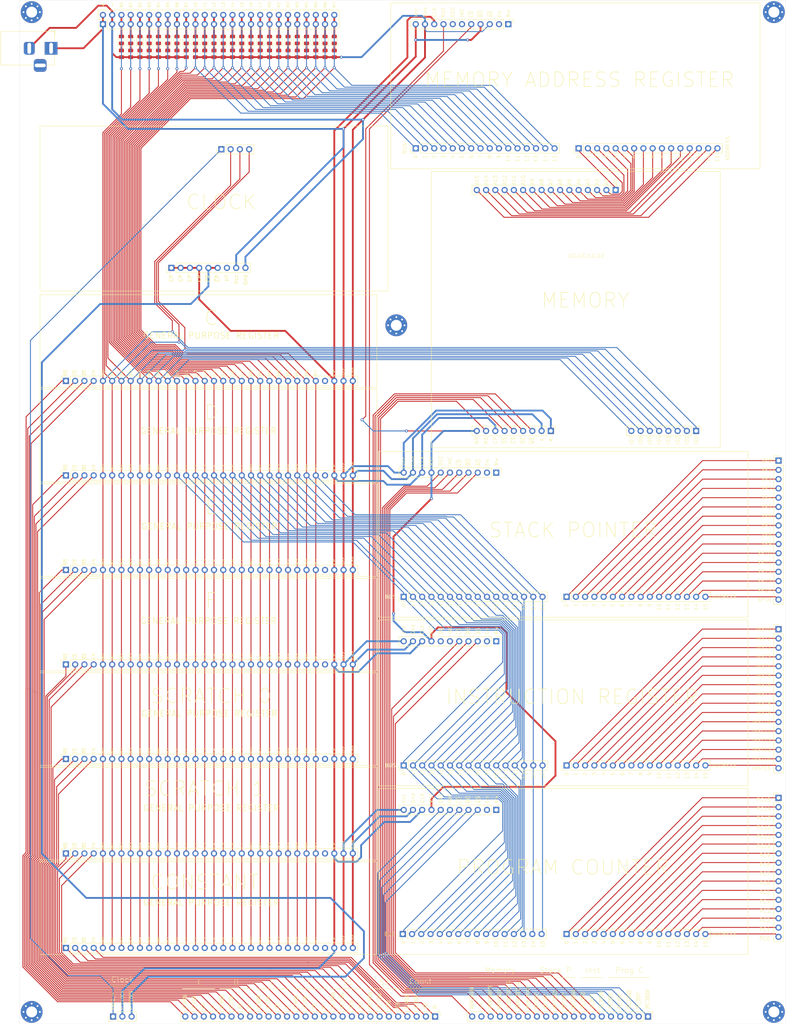
<source format=kicad_pcb>
(kicad_pcb (version 20171130) (host pcbnew "(5.1.10-1-10_14)")
  (layers (0 F.Cu signal) (31 B.Cu signal) (34 B.Paste user) (35 F.Paste user) (36 B.SilkS user) (37 F.SilkS user) (38 B.Mask user) (39 F.Mask user) (44 Edge.Cuts user))
  (net 0 "")
  (net 1 GND)
  (net 2 VCC)
  (net 3 CLOCK)
  (net 4 "Net-(J32-Pad29)")
  (net 5 "Net-(J33-Pad29)")
  (net 6 "Net-(J34-Pad29)")
  (net 7 "Net-(J35-Pad29)")
  (net 8 "Net-(J36-Pad29)")
  (net 9 /SP_B0)
  (net 10 /SP_B1)
  (net 11 /SP_B2)
  (net 12 /SP_B3)
  (net 13 /SP_B4)
  (net 14 /SP_B5)
  (net 15 /SP_B6)
  (net 16 /SP_B7)
  (net 17 /SP_B8)
  (net 18 /SP_B9)
  (net 19 /SP_B10)
  (net 20 /SP_B11)
  (net 21 /SP_B12)
  (net 22 /SP_B13)
  (net 23 /SP_B14)
  (net 24 /SP_B15)
  (net 25 /IN_B15)
  (net 26 /IN_B14)
  (net 27 /IN_B13)
  (net 28 /IN_B12)
  (net 29 /IN_B11)
  (net 30 /IN_B10)
  (net 31 /IN_B9)
  (net 32 /IN_B8)
  (net 33 /IN_B7)
  (net 34 /IN_B6)
  (net 35 /IN_B5)
  (net 36 /IN_B4)
  (net 37 /IN_B3)
  (net 38 /IN_B2)
  (net 39 /IN_B1)
  (net 40 /IN_B0)
  (net 41 /PC_B15)
  (net 42 /PC_B14)
  (net 43 /PC_B13)
  (net 44 /PC_B12)
  (net 45 /PC_B11)
  (net 46 /PC_B10)
  (net 47 /PC_B9)
  (net 48 /PC_B8)
  (net 49 /PC_B7)
  (net 50 /PC_B6)
  (net 51 /PC_B5)
  (net 52 /PC_B4)
  (net 53 /PC_B3)
  (net 54 /PC_B2)
  (net 55 /PC_B1)
  (net 56 /PC_B0)
  (net 57 /MAR_B15)
  (net 58 /MAR_B14)
  (net 59 /MAR_B13)
  (net 60 /MAR_B12)
  (net 61 /MAR_B11)
  (net 62 /MAR_B10)
  (net 63 /MAR_B9)
  (net 64 /MAR_B8)
  (net 65 /MAR_B7)
  (net 66 /MAR_B6)
  (net 67 /MAR_B5)
  (net 68 /MAR_B4)
  (net 69 /MAR_B3)
  (net 70 /MAR_B2)
  (net 71 /MAR_B1)
  (net 72 /MAR_B0)
  (net 73 "Net-(J25-Pad29)")
  (net 74 "Net-(J26-Pad29)")
  (net 75 M7)
  (net 76 M6)
  (net 77 M5)
  (net 78 M4)
  (net 79 M3)
  (net 80 M2)
  (net 81 M1)
  (net 82 M0)
  (net 83 L7)
  (net 84 L6)
  (net 85 L5)
  (net 86 L4)
  (net 87 L3)
  (net 88 L2)
  (net 89 L1)
  (net 90 L0)
  (net 91 BUS7)
  (net 92 BUS6)
  (net 93 BUS5)
  (net 94 BUS4)
  (net 95 BUS3)
  (net 96 BUS2)
  (net 97 BUS1)
  (net 98 BUS0)
  (net 99 RESET)
  (net 100 SP_DEC)
  (net 101 SP_INC)
  (net 102 ~SP_BO)
  (net 103 ~IN_LD)
  (net 104 ~IN_BO)
  (net 105 ~MAR_LD)
  (net 106 PC_DEC)
  (net 107 PC_INC)
  (net 108 ~PC_LD)
  (net 109 ~PC_BO)
  (net 110 ~LD_STACK_P)
  (net 111 I_SCR_1)
  (net 112 O_SCR_1)
  (net 113 LSB_SCR_1)
  (net 114 MSB_SCR_1)
  (net 115 I_CONST)
  (net 116 O_CONST)
  (net 117 LSB_CONST)
  (net 118 MSB_CONST)
  (net 119 MSB_C)
  (net 120 LSB_C)
  (net 121 O_C)
  (net 122 I_C)
  (net 123 MSB_D)
  (net 124 LSB_D)
  (net 125 O_D)
  (net 126 I_D)
  (net 127 MSB_E)
  (net 128 LSB_E)
  (net 129 O_E)
  (net 130 I_E)
  (net 131 MSB_F)
  (net 132 LSB_F)
  (net 133 O_F)
  (net 134 I_F)
  (net 135 MSB_SCR_0)
  (net 136 LSB_SCR_0)
  (net 137 O_SCR_0)
  (net 138 I_SCR_0)
  (net 139 ~SP_ADDR)
  (net 140 ~PC_ADDR)
  (net 141 "Net-(J18-Pad2)")
  (net 142 "Net-(J18-Pad1)")
  (net 143 "Net-(J19-Pad7)")
  (net 144 "Net-(J19-Pad6)")
  (net 145 "Net-(J19-Pad2)")
  (net 146 "Net-(J19-Pad1)")
  (net 147 "Net-(J20-Pad7)")
  (net 148 "Net-(J20-Pad6)")
  (net 149 "Net-(J20-Pad2)")
  (net 150 "Net-(J20-Pad1)")
  (net 151 "Net-(J21-Pad2)")
  (net 152 "Net-(J21-Pad1)")
  (net 153 ~IN_ADDR)
  (net 154 MODE)
  (net 155 ~DS)
  (net 156 ~CS)
  (net 157 ~OE)
  (net 158 ~WE)
  (net 159 FREQ_IN)
  (net 160 HALT)
  (net 161 ~CLOCK)
  (net 162 "Net-(D1-Pad1)")
  (net 163 "Net-(D2-Pad1)")
  (net 164 "Net-(D3-Pad1)")
  (net 165 "Net-(D4-Pad1)")
  (net 166 "Net-(D5-Pad1)")
  (net 167 "Net-(D6-Pad1)")
  (net 168 "Net-(D7-Pad1)")
  (net 169 "Net-(D8-Pad1)")
  (net 170 "Net-(D9-Pad1)")
  (net 171 "Net-(D10-Pad1)")
  (net 172 "Net-(D11-Pad1)")
  (net 173 "Net-(D12-Pad1)")
  (net 174 "Net-(D13-Pad1)")
  (net 175 "Net-(D14-Pad1)")
  (net 176 "Net-(D15-Pad1)")
  (net 177 "Net-(D16-Pad1)")
  (net 178 "Net-(D17-Pad1)")
  (net 179 "Net-(D18-Pad1)")
  (net 180 "Net-(D19-Pad1)")
  (net 181 "Net-(D20-Pad1)")
  (net 182 "Net-(D21-Pad1)")
  (net 183 "Net-(D22-Pad1)")
  (net 184 "Net-(D23-Pad1)")
  (net 185 "Net-(D24-Pad1)")
  (net 186 "Net-(J2-Pad19)")
  (module Connector_PinHeader_2.54mm:PinHeader_1x03_P2.54mm_Vertical (layer F.Cu) (at 134.874 270.764 90)
    (fp_text reference J24 hide)
    (fp_text value Conn_01x03)
    (pad 3 thru_hole oval (at 0 5.08 90) (size 1.7 1.7) (drill 1) (layers *.Cu *.Mask) (net 161 ~CLOCK))
    (pad 2 thru_hole oval (at 0 2.54 90) (size 1.7 1.7) (drill 1) (layers *.Cu *.Mask) (net 3 CLOCK))
    (pad 1 thru_hole rect (at 0 0 90) (size 1.7 1.7) (drill 1) (layers *.Cu *.Mask) (net 159 FREQ_IN))
  )
  (module Connector_PinHeader_2.54mm:PinHeader_1x20_P2.54mm_Vertical (layer F.Cu) (at 281.686 270.764 270)
    (fp_text reference J2 hide)
    (fp_text value Conn_01x20)
    (pad 20 thru_hole oval (at 0 48.26 270) (size 1.7 1.7) (drill 1) (layers *.Cu *.Mask) (net 105 ~MAR_LD))
    (pad 19 thru_hole oval (at 0 45.72 270) (size 1.7 1.7) (drill 1) (layers *.Cu *.Mask) (net 186 "Net-(J2-Pad19)"))
    (pad 18 thru_hole oval (at 0 43.18 270) (size 1.7 1.7) (drill 1) (layers *.Cu *.Mask) (net 158 ~WE))
    (pad 17 thru_hole oval (at 0 40.64 270) (size 1.7 1.7) (drill 1) (layers *.Cu *.Mask) (net 157 ~OE))
    (pad 16 thru_hole oval (at 0 38.1 270) (size 1.7 1.7) (drill 1) (layers *.Cu *.Mask) (net 156 ~CS))
    (pad 15 thru_hole oval (at 0 35.56 270) (size 1.7 1.7) (drill 1) (layers *.Cu *.Mask) (net 155 ~DS))
    (pad 14 thru_hole oval (at 0 33.02 270) (size 1.7 1.7) (drill 1) (layers *.Cu *.Mask) (net 154 MODE))
    (pad 13 thru_hole oval (at 0 30.48 270) (size 1.7 1.7) (drill 1) (layers *.Cu *.Mask) (net 100 SP_DEC))
    (pad 12 thru_hole oval (at 0 27.94 270) (size 1.7 1.7) (drill 1) (layers *.Cu *.Mask) (net 101 SP_INC))
    (pad 11 thru_hole oval (at 0 25.4 270) (size 1.7 1.7) (drill 1) (layers *.Cu *.Mask) (net 110 ~LD_STACK_P))
    (pad 10 thru_hole oval (at 0 22.86 270) (size 1.7 1.7) (drill 1) (layers *.Cu *.Mask) (net 102 ~SP_BO))
    (pad 9 thru_hole oval (at 0 20.32 270) (size 1.7 1.7) (drill 1) (layers *.Cu *.Mask) (net 139 ~SP_ADDR))
    (pad 8 thru_hole oval (at 0 17.78 270) (size 1.7 1.7) (drill 1) (layers *.Cu *.Mask) (net 103 ~IN_LD))
    (pad 7 thru_hole oval (at 0 15.24 270) (size 1.7 1.7) (drill 1) (layers *.Cu *.Mask) (net 104 ~IN_BO))
    (pad 6 thru_hole oval (at 0 12.7 270) (size 1.7 1.7) (drill 1) (layers *.Cu *.Mask) (net 153 ~IN_ADDR))
    (pad 5 thru_hole oval (at 0 10.16 270) (size 1.7 1.7) (drill 1) (layers *.Cu *.Mask) (net 106 PC_DEC))
    (pad 4 thru_hole oval (at 0 7.62 270) (size 1.7 1.7) (drill 1) (layers *.Cu *.Mask) (net 107 PC_INC))
    (pad 3 thru_hole oval (at 0 5.08 270) (size 1.7 1.7) (drill 1) (layers *.Cu *.Mask) (net 108 ~PC_LD))
    (pad 2 thru_hole oval (at 0 2.54 270) (size 1.7 1.7) (drill 1) (layers *.Cu *.Mask) (net 109 ~PC_BO))
    (pad 1 thru_hole rect (at 0 0 270) (size 1.7 1.7) (drill 1) (layers *.Cu *.Mask) (net 140 ~PC_ADDR))
  )
  (module Resistor_SMD:R_0805_2012Metric (layer F.Cu) (at 195.58 6.858 270)
    (fp_text reference R24 hide)
    (fp_text value R_US)
    (pad 2 smd roundrect (at 0.9125 0 270) (size 1.025 1.4) (layers F.Cu F.Paste F.Mask) (roundrect_rratio 0.2439004878048781) (net 1 GND))
    (pad 1 smd roundrect (at -0.9125 0 270) (size 1.025 1.4) (layers F.Cu F.Paste F.Mask) (roundrect_rratio 0.2439004878048781) (net 185 "Net-(D24-Pad1)"))
  )
  (module Resistor_SMD:R_0805_2012Metric (layer F.Cu) (at 193.04 6.858 270)
    (fp_text reference R23 hide)
    (fp_text value R_US)
    (pad 2 smd roundrect (at 0.9125 0 270) (size 1.025 1.4) (layers F.Cu F.Paste F.Mask) (roundrect_rratio 0.2439004878048781) (net 1 GND))
    (pad 1 smd roundrect (at -0.9125 0 270) (size 1.025 1.4) (layers F.Cu F.Paste F.Mask) (roundrect_rratio 0.2439004878048781) (net 184 "Net-(D23-Pad1)"))
  )
  (module Resistor_SMD:R_0805_2012Metric (layer F.Cu) (at 190.5 6.858 270)
    (fp_text reference R22 hide)
    (fp_text value R_US)
    (pad 2 smd roundrect (at 0.9125 0 270) (size 1.025 1.4) (layers F.Cu F.Paste F.Mask) (roundrect_rratio 0.2439004878048781) (net 1 GND))
    (pad 1 smd roundrect (at -0.9125 0 270) (size 1.025 1.4) (layers F.Cu F.Paste F.Mask) (roundrect_rratio 0.2439004878048781) (net 183 "Net-(D22-Pad1)"))
  )
  (module Resistor_SMD:R_0805_2012Metric (layer F.Cu) (at 187.96 6.858 270)
    (fp_text reference R21 hide)
    (fp_text value R_US)
    (pad 2 smd roundrect (at 0.9125 0 270) (size 1.025 1.4) (layers F.Cu F.Paste F.Mask) (roundrect_rratio 0.2439004878048781) (net 1 GND))
    (pad 1 smd roundrect (at -0.9125 0 270) (size 1.025 1.4) (layers F.Cu F.Paste F.Mask) (roundrect_rratio 0.2439004878048781) (net 182 "Net-(D21-Pad1)"))
  )
  (module Resistor_SMD:R_0805_2012Metric (layer F.Cu) (at 185.42 6.858 270)
    (fp_text reference R20 hide)
    (fp_text value R_US)
    (pad 2 smd roundrect (at 0.9125 0 270) (size 1.025 1.4) (layers F.Cu F.Paste F.Mask) (roundrect_rratio 0.2439004878048781) (net 1 GND))
    (pad 1 smd roundrect (at -0.9125 0 270) (size 1.025 1.4) (layers F.Cu F.Paste F.Mask) (roundrect_rratio 0.2439004878048781) (net 181 "Net-(D20-Pad1)"))
  )
  (module Resistor_SMD:R_0805_2012Metric (layer F.Cu) (at 182.88 6.858 270)
    (fp_text reference R19 hide)
    (fp_text value R_US)
    (pad 2 smd roundrect (at 0.9125 0 270) (size 1.025 1.4) (layers F.Cu F.Paste F.Mask) (roundrect_rratio 0.2439004878048781) (net 1 GND))
    (pad 1 smd roundrect (at -0.9125 0 270) (size 1.025 1.4) (layers F.Cu F.Paste F.Mask) (roundrect_rratio 0.2439004878048781) (net 180 "Net-(D19-Pad1)"))
  )
  (module Resistor_SMD:R_0805_2012Metric (layer F.Cu) (at 180.34 6.858 270)
    (fp_text reference R18 hide)
    (fp_text value R_US)
    (pad 2 smd roundrect (at 0.9125 0 270) (size 1.025 1.4) (layers F.Cu F.Paste F.Mask) (roundrect_rratio 0.2439004878048781) (net 1 GND))
    (pad 1 smd roundrect (at -0.9125 0 270) (size 1.025 1.4) (layers F.Cu F.Paste F.Mask) (roundrect_rratio 0.2439004878048781) (net 179 "Net-(D18-Pad1)"))
  )
  (module Resistor_SMD:R_0805_2012Metric (layer F.Cu) (at 177.8 6.858 270)
    (fp_text reference R17 hide)
    (fp_text value R_US)
    (pad 2 smd roundrect (at 0.9125 0 270) (size 1.025 1.4) (layers F.Cu F.Paste F.Mask) (roundrect_rratio 0.2439004878048781) (net 1 GND))
    (pad 1 smd roundrect (at -0.9125 0 270) (size 1.025 1.4) (layers F.Cu F.Paste F.Mask) (roundrect_rratio 0.2439004878048781) (net 178 "Net-(D17-Pad1)"))
  )
  (module Resistor_SMD:R_0805_2012Metric (layer F.Cu) (at 175.26 6.858 270)
    (fp_text reference R16 hide)
    (fp_text value R_US)
    (pad 2 smd roundrect (at 0.9125 0 270) (size 1.025 1.4) (layers F.Cu F.Paste F.Mask) (roundrect_rratio 0.2439004878048781) (net 1 GND))
    (pad 1 smd roundrect (at -0.9125 0 270) (size 1.025 1.4) (layers F.Cu F.Paste F.Mask) (roundrect_rratio 0.2439004878048781) (net 177 "Net-(D16-Pad1)"))
  )
  (module Resistor_SMD:R_0805_2012Metric (layer F.Cu) (at 172.72 6.858 270)
    (fp_text reference R15 hide)
    (fp_text value R_US)
    (pad 2 smd roundrect (at 0.9125 0 270) (size 1.025 1.4) (layers F.Cu F.Paste F.Mask) (roundrect_rratio 0.2439004878048781) (net 1 GND))
    (pad 1 smd roundrect (at -0.9125 0 270) (size 1.025 1.4) (layers F.Cu F.Paste F.Mask) (roundrect_rratio 0.2439004878048781) (net 176 "Net-(D15-Pad1)"))
  )
  (module Resistor_SMD:R_0805_2012Metric (layer F.Cu) (at 170.18 6.858 270)
    (fp_text reference R14 hide)
    (fp_text value R_US)
    (pad 2 smd roundrect (at 0.9125 0 270) (size 1.025 1.4) (layers F.Cu F.Paste F.Mask) (roundrect_rratio 0.2439004878048781) (net 1 GND))
    (pad 1 smd roundrect (at -0.9125 0 270) (size 1.025 1.4) (layers F.Cu F.Paste F.Mask) (roundrect_rratio 0.2439004878048781) (net 175 "Net-(D14-Pad1)"))
  )
  (module Resistor_SMD:R_0805_2012Metric (layer F.Cu) (at 167.64 6.858 270)
    (fp_text reference R13 hide)
    (fp_text value R_US)
    (pad 2 smd roundrect (at 0.9125 0 270) (size 1.025 1.4) (layers F.Cu F.Paste F.Mask) (roundrect_rratio 0.2439004878048781) (net 1 GND))
    (pad 1 smd roundrect (at -0.9125 0 270) (size 1.025 1.4) (layers F.Cu F.Paste F.Mask) (roundrect_rratio 0.2439004878048781) (net 174 "Net-(D13-Pad1)"))
  )
  (module Resistor_SMD:R_0805_2012Metric (layer F.Cu) (at 165.1 6.858 270)
    (fp_text reference R12 hide)
    (fp_text value R_US)
    (pad 2 smd roundrect (at 0.9125 0 270) (size 1.025 1.4) (layers F.Cu F.Paste F.Mask) (roundrect_rratio 0.2439004878048781) (net 1 GND))
    (pad 1 smd roundrect (at -0.9125 0 270) (size 1.025 1.4) (layers F.Cu F.Paste F.Mask) (roundrect_rratio 0.2439004878048781) (net 173 "Net-(D12-Pad1)"))
  )
  (module Resistor_SMD:R_0805_2012Metric (layer F.Cu) (at 162.56 6.858 270)
    (fp_text reference R11 hide)
    (fp_text value R_US)
    (pad 2 smd roundrect (at 0.9125 0 270) (size 1.025 1.4) (layers F.Cu F.Paste F.Mask) (roundrect_rratio 0.2439004878048781) (net 1 GND))
    (pad 1 smd roundrect (at -0.9125 0 270) (size 1.025 1.4) (layers F.Cu F.Paste F.Mask) (roundrect_rratio 0.2439004878048781) (net 172 "Net-(D11-Pad1)"))
  )
  (module Resistor_SMD:R_0805_2012Metric (layer F.Cu) (at 160.02 6.858 270)
    (fp_text reference R10 hide)
    (fp_text value R_US)
    (pad 2 smd roundrect (at 0.9125 0 270) (size 1.025 1.4) (layers F.Cu F.Paste F.Mask) (roundrect_rratio 0.2439004878048781) (net 1 GND))
    (pad 1 smd roundrect (at -0.9125 0 270) (size 1.025 1.4) (layers F.Cu F.Paste F.Mask) (roundrect_rratio 0.2439004878048781) (net 171 "Net-(D10-Pad1)"))
  )
  (module Resistor_SMD:R_0805_2012Metric (layer F.Cu) (at 157.48 6.858 270)
    (fp_text reference R9 hide)
    (fp_text value R_US)
    (pad 2 smd roundrect (at 0.9125 0 270) (size 1.025 1.4) (layers F.Cu F.Paste F.Mask) (roundrect_rratio 0.2439004878048781) (net 1 GND))
    (pad 1 smd roundrect (at -0.9125 0 270) (size 1.025 1.4) (layers F.Cu F.Paste F.Mask) (roundrect_rratio 0.2439004878048781) (net 170 "Net-(D9-Pad1)"))
  )
  (module LED_SMD:LED_0805_2012Metric (layer F.Cu) (at 195.58 3.048 90)
    (fp_text reference D24 hide)
    (fp_text value LED)
    (pad 2 smd roundrect (at 0.9375 0 90) (size 0.975 1.4) (layers F.Cu F.Paste F.Mask) (net 75 M7))
    (pad 1 smd roundrect (at -0.9375 0 90) (size 0.975 1.4) (layers F.Cu F.Paste F.Mask) (net 185 "Net-(D24-Pad1)"))
  )
  (module LED_SMD:LED_0805_2012Metric (layer F.Cu) (at 193.04 3.048 90)
    (fp_text reference D23 hide)
    (fp_text value LED)
    (pad 2 smd roundrect (at 0.9375 0 90) (size 0.975 1.4) (layers F.Cu F.Paste F.Mask) (net 76 M6))
    (pad 1 smd roundrect (at -0.9375 0 90) (size 0.975 1.4) (layers F.Cu F.Paste F.Mask) (net 184 "Net-(D23-Pad1)"))
  )
  (module LED_SMD:LED_0805_2012Metric (layer F.Cu) (at 190.5 3.048 90)
    (fp_text reference D22 hide)
    (fp_text value LED)
    (pad 2 smd roundrect (at 0.9375 0 90) (size 0.975 1.4) (layers F.Cu F.Paste F.Mask) (net 77 M5))
    (pad 1 smd roundrect (at -0.9375 0 90) (size 0.975 1.4) (layers F.Cu F.Paste F.Mask) (net 183 "Net-(D22-Pad1)"))
  )
  (module LED_SMD:LED_0805_2012Metric (layer F.Cu) (at 187.96 3.048 90)
    (fp_text reference D21 hide)
    (fp_text value LED)
    (pad 2 smd roundrect (at 0.9375 0 90) (size 0.975 1.4) (layers F.Cu F.Paste F.Mask) (net 78 M4))
    (pad 1 smd roundrect (at -0.9375 0 90) (size 0.975 1.4) (layers F.Cu F.Paste F.Mask) (net 182 "Net-(D21-Pad1)"))
  )
  (module LED_SMD:LED_0805_2012Metric (layer F.Cu) (at 185.42 3.048 90)
    (fp_text reference D20 hide)
    (fp_text value LED)
    (pad 2 smd roundrect (at 0.9375 0 90) (size 0.975 1.4) (layers F.Cu F.Paste F.Mask) (net 79 M3))
    (pad 1 smd roundrect (at -0.9375 0 90) (size 0.975 1.4) (layers F.Cu F.Paste F.Mask) (net 181 "Net-(D20-Pad1)"))
  )
  (module LED_SMD:LED_0805_2012Metric (layer F.Cu) (at 182.88 3.048 90)
    (fp_text reference D19 hide)
    (fp_text value LED)
    (pad 2 smd roundrect (at 0.9375 0 90) (size 0.975 1.4) (layers F.Cu F.Paste F.Mask) (net 80 M2))
    (pad 1 smd roundrect (at -0.9375 0 90) (size 0.975 1.4) (layers F.Cu F.Paste F.Mask) (net 180 "Net-(D19-Pad1)"))
  )
  (module LED_SMD:LED_0805_2012Metric (layer F.Cu) (at 180.34 3.048 90)
    (fp_text reference D18 hide)
    (fp_text value LED)
    (pad 2 smd roundrect (at 0.9375 0 90) (size 0.975 1.4) (layers F.Cu F.Paste F.Mask) (net 81 M1))
    (pad 1 smd roundrect (at -0.9375 0 90) (size 0.975 1.4) (layers F.Cu F.Paste F.Mask) (net 179 "Net-(D18-Pad1)"))
  )
  (module LED_SMD:LED_0805_2012Metric (layer F.Cu) (at 177.8 3.048 90)
    (fp_text reference D17 hide)
    (fp_text value LED)
    (pad 2 smd roundrect (at 0.9375 0 90) (size 0.975 1.4) (layers F.Cu F.Paste F.Mask) (net 82 M0))
    (pad 1 smd roundrect (at -0.9375 0 90) (size 0.975 1.4) (layers F.Cu F.Paste F.Mask) (net 178 "Net-(D17-Pad1)"))
  )
  (module LED_SMD:LED_0805_2012Metric (layer F.Cu) (at 175.26 3.048 90)
    (fp_text reference D16 hide)
    (fp_text value LED)
    (pad 2 smd roundrect (at 0.9375 0 90) (size 0.975 1.4) (layers F.Cu F.Paste F.Mask) (net 83 L7))
    (pad 1 smd roundrect (at -0.9375 0 90) (size 0.975 1.4) (layers F.Cu F.Paste F.Mask) (net 177 "Net-(D16-Pad1)"))
  )
  (module LED_SMD:LED_0805_2012Metric (layer F.Cu) (at 172.72 3.048 90)
    (fp_text reference D15 hide)
    (fp_text value LED)
    (pad 2 smd roundrect (at 0.9375 0 90) (size 0.975 1.4) (layers F.Cu F.Paste F.Mask) (net 84 L6))
    (pad 1 smd roundrect (at -0.9375 0 90) (size 0.975 1.4) (layers F.Cu F.Paste F.Mask) (net 176 "Net-(D15-Pad1)"))
  )
  (module LED_SMD:LED_0805_2012Metric (layer F.Cu) (at 170.18 3.048 90)
    (fp_text reference D14 hide)
    (fp_text value LED)
    (pad 2 smd roundrect (at 0.9375 0 90) (size 0.975 1.4) (layers F.Cu F.Paste F.Mask) (net 85 L5))
    (pad 1 smd roundrect (at -0.9375 0 90) (size 0.975 1.4) (layers F.Cu F.Paste F.Mask) (net 175 "Net-(D14-Pad1)"))
  )
  (module LED_SMD:LED_0805_2012Metric (layer F.Cu) (at 167.64 3.048 90)
    (fp_text reference D13 hide)
    (fp_text value LED)
    (pad 2 smd roundrect (at 0.9375 0 90) (size 0.975 1.4) (layers F.Cu F.Paste F.Mask) (net 86 L4))
    (pad 1 smd roundrect (at -0.9375 0 90) (size 0.975 1.4) (layers F.Cu F.Paste F.Mask) (net 174 "Net-(D13-Pad1)"))
  )
  (module LED_SMD:LED_0805_2012Metric (layer F.Cu) (at 165.1 3.048 90)
    (fp_text reference D12 hide)
    (fp_text value LED)
    (pad 2 smd roundrect (at 0.9375 0 90) (size 0.975 1.4) (layers F.Cu F.Paste F.Mask) (net 87 L3))
    (pad 1 smd roundrect (at -0.9375 0 90) (size 0.975 1.4) (layers F.Cu F.Paste F.Mask) (net 173 "Net-(D12-Pad1)"))
  )
  (module LED_SMD:LED_0805_2012Metric (layer F.Cu) (at 162.56 3.048 90)
    (fp_text reference D11 hide)
    (fp_text value LED)
    (pad 2 smd roundrect (at 0.9375 0 90) (size 0.975 1.4) (layers F.Cu F.Paste F.Mask) (net 88 L2))
    (pad 1 smd roundrect (at -0.9375 0 90) (size 0.975 1.4) (layers F.Cu F.Paste F.Mask) (net 172 "Net-(D11-Pad1)"))
  )
  (module LED_SMD:LED_0805_2012Metric (layer F.Cu) (at 160.02 3.048 90)
    (fp_text reference D10 hide)
    (fp_text value LED)
    (pad 2 smd roundrect (at 0.9375 0 90) (size 0.975 1.4) (layers F.Cu F.Paste F.Mask) (net 89 L1))
    (pad 1 smd roundrect (at -0.9375 0 90) (size 0.975 1.4) (layers F.Cu F.Paste F.Mask) (net 171 "Net-(D10-Pad1)"))
  )
  (module LED_SMD:LED_0805_2012Metric (layer F.Cu) (at 157.48 3.048 90)
    (fp_text reference D9 hide)
    (fp_text value LED)
    (pad 2 smd roundrect (at 0.9375 0 90) (size 0.975 1.4) (layers F.Cu F.Paste F.Mask) (net 90 L0))
    (pad 1 smd roundrect (at -0.9375 0 90) (size 0.975 1.4) (layers F.Cu F.Paste F.Mask) (net 170 "Net-(D9-Pad1)"))
  )
  (module Resistor_SMD:R_0805_2012Metric (layer F.Cu) (at 154.94 6.858 270)
    (fp_text reference R8 hide)
    (fp_text value R_US)
    (pad 2 smd roundrect (at 0.9125 0 270) (size 1.025 1.4) (layers F.Cu F.Paste F.Mask) (roundrect_rratio 0.2439004878048781) (net 1 GND))
    (pad 1 smd roundrect (at -0.9125 0 270) (size 1.025 1.4) (layers F.Cu F.Paste F.Mask) (roundrect_rratio 0.2439004878048781) (net 169 "Net-(D8-Pad1)"))
  )
  (module Resistor_SMD:R_0805_2012Metric (layer F.Cu) (at 152.4 6.858 270)
    (fp_text reference R7 hide)
    (fp_text value R_US)
    (pad 2 smd roundrect (at 0.9125 0 270) (size 1.025 1.4) (layers F.Cu F.Paste F.Mask) (roundrect_rratio 0.2439004878048781) (net 1 GND))
    (pad 1 smd roundrect (at -0.9125 0 270) (size 1.025 1.4) (layers F.Cu F.Paste F.Mask) (roundrect_rratio 0.2439004878048781) (net 168 "Net-(D7-Pad1)"))
  )
  (module Resistor_SMD:R_0805_2012Metric (layer F.Cu) (at 149.86 6.858 270)
    (fp_text reference R6 hide)
    (fp_text value R_US)
    (pad 2 smd roundrect (at 0.9125 0 270) (size 1.025 1.4) (layers F.Cu F.Paste F.Mask) (roundrect_rratio 0.2439004878048781) (net 1 GND))
    (pad 1 smd roundrect (at -0.9125 0 270) (size 1.025 1.4) (layers F.Cu F.Paste F.Mask) (roundrect_rratio 0.2439004878048781) (net 167 "Net-(D6-Pad1)"))
  )
  (module Resistor_SMD:R_0805_2012Metric (layer F.Cu) (at 147.32 6.858 270)
    (fp_text reference R5 hide)
    (fp_text value R_US)
    (pad 2 smd roundrect (at 0.9125 0 270) (size 1.025 1.4) (layers F.Cu F.Paste F.Mask) (roundrect_rratio 0.2439004878048781) (net 1 GND))
    (pad 1 smd roundrect (at -0.9125 0 270) (size 1.025 1.4) (layers F.Cu F.Paste F.Mask) (roundrect_rratio 0.2439004878048781) (net 166 "Net-(D5-Pad1)"))
  )
  (module Resistor_SMD:R_0805_2012Metric (layer F.Cu) (at 144.78 6.858 270)
    (fp_text reference R4 hide)
    (fp_text value R_US)
    (pad 2 smd roundrect (at 0.9125 0 270) (size 1.025 1.4) (layers F.Cu F.Paste F.Mask) (roundrect_rratio 0.2439004878048781) (net 1 GND))
    (pad 1 smd roundrect (at -0.9125 0 270) (size 1.025 1.4) (layers F.Cu F.Paste F.Mask) (roundrect_rratio 0.2439004878048781) (net 165 "Net-(D4-Pad1)"))
  )
  (module Resistor_SMD:R_0805_2012Metric (layer F.Cu) (at 142.24 6.858 270)
    (fp_text reference R3 hide)
    (fp_text value R_US)
    (pad 2 smd roundrect (at 0.9125 0 270) (size 1.025 1.4) (layers F.Cu F.Paste F.Mask) (roundrect_rratio 0.2439004878048781) (net 1 GND))
    (pad 1 smd roundrect (at -0.9125 0 270) (size 1.025 1.4) (layers F.Cu F.Paste F.Mask) (roundrect_rratio 0.2439004878048781) (net 164 "Net-(D3-Pad1)"))
  )
  (module Resistor_SMD:R_0805_2012Metric (layer F.Cu) (at 139.7 6.858 270)
    (fp_text reference R2 hide)
    (fp_text value R_US)
    (pad 2 smd roundrect (at 0.9125 0 270) (size 1.025 1.4) (layers F.Cu F.Paste F.Mask) (roundrect_rratio 0.2439004878048781) (net 1 GND))
    (pad 1 smd roundrect (at -0.9125 0 270) (size 1.025 1.4) (layers F.Cu F.Paste F.Mask) (roundrect_rratio 0.2439004878048781) (net 163 "Net-(D2-Pad1)"))
  )
  (module Resistor_SMD:R_0805_2012Metric (layer F.Cu) (at 137.16 6.858 270)
    (fp_text reference R1 hide)
    (fp_text value R_US)
    (pad 2 smd roundrect (at 0.9125 0 270) (size 1.025 1.4) (layers F.Cu F.Paste F.Mask) (roundrect_rratio 0.2439004878048781) (net 1 GND))
    (pad 1 smd roundrect (at -0.9125 0 270) (size 1.025 1.4) (layers F.Cu F.Paste F.Mask) (roundrect_rratio 0.2439004878048781) (net 162 "Net-(D1-Pad1)"))
  )
  (module LED_SMD:LED_0805_2012Metric (layer F.Cu) (at 154.94 3.048 90)
    (fp_text reference D8 hide)
    (fp_text value LED)
    (pad 2 smd roundrect (at 0.9375 0 90) (size 0.975 1.4) (layers F.Cu F.Paste F.Mask) (net 91 BUS7))
    (pad 1 smd roundrect (at -0.9375 0 90) (size 0.975 1.4) (layers F.Cu F.Paste F.Mask) (net 169 "Net-(D8-Pad1)"))
  )
  (module LED_SMD:LED_0805_2012Metric (layer F.Cu) (at 152.4 3.048 90)
    (fp_text reference D7 hide)
    (fp_text value LED)
    (pad 2 smd roundrect (at 0.9375 0 90) (size 0.975 1.4) (layers F.Cu F.Paste F.Mask) (net 92 BUS6))
    (pad 1 smd roundrect (at -0.9375 0 90) (size 0.975 1.4) (layers F.Cu F.Paste F.Mask) (net 168 "Net-(D7-Pad1)"))
  )
  (module LED_SMD:LED_0805_2012Metric (layer F.Cu) (at 149.86 3.048 90)
    (fp_text reference D6 hide)
    (fp_text value LED)
    (pad 2 smd roundrect (at 0.9375 0 90) (size 0.975 1.4) (layers F.Cu F.Paste F.Mask) (net 93 BUS5))
    (pad 1 smd roundrect (at -0.9375 0 90) (size 0.975 1.4) (layers F.Cu F.Paste F.Mask) (net 167 "Net-(D6-Pad1)"))
  )
  (module LED_SMD:LED_0805_2012Metric (layer F.Cu) (at 147.32 3.048 90)
    (fp_text reference D5 hide)
    (fp_text value LED)
    (pad 2 smd roundrect (at 0.9375 0 90) (size 0.975 1.4) (layers F.Cu F.Paste F.Mask) (net 94 BUS4))
    (pad 1 smd roundrect (at -0.9375 0 90) (size 0.975 1.4) (layers F.Cu F.Paste F.Mask) (net 166 "Net-(D5-Pad1)"))
  )
  (module LED_SMD:LED_0805_2012Metric (layer F.Cu) (at 144.78 3.048 90)
    (fp_text reference D4 hide)
    (fp_text value LED)
    (pad 2 smd roundrect (at 0.9375 0 90) (size 0.975 1.4) (layers F.Cu F.Paste F.Mask) (net 95 BUS3))
    (pad 1 smd roundrect (at -0.9375 0 90) (size 0.975 1.4) (layers F.Cu F.Paste F.Mask) (net 165 "Net-(D4-Pad1)"))
  )
  (module LED_SMD:LED_0805_2012Metric (layer F.Cu) (at 142.24 3.048 90)
    (fp_text reference D3 hide)
    (fp_text value LED)
    (pad 2 smd roundrect (at 0.9375 0 90) (size 0.975 1.4) (layers F.Cu F.Paste F.Mask) (net 96 BUS2))
    (pad 1 smd roundrect (at -0.9375 0 90) (size 0.975 1.4) (layers F.Cu F.Paste F.Mask) (net 164 "Net-(D3-Pad1)"))
  )
  (module LED_SMD:LED_0805_2012Metric (layer F.Cu) (at 139.7 3.048 90)
    (fp_text reference D2 hide)
    (fp_text value LED)
    (pad 2 smd roundrect (at 0.9375 0 90) (size 0.975 1.4) (layers F.Cu F.Paste F.Mask) (net 97 BUS1))
    (pad 1 smd roundrect (at -0.9375 0 90) (size 0.975 1.4) (layers F.Cu F.Paste F.Mask) (net 163 "Net-(D2-Pad1)"))
  )
  (module LED_SMD:LED_0805_2012Metric (layer F.Cu) (at 137.16 3.048 90)
    (fp_text reference D1 hide)
    (fp_text value LED)
    (pad 2 smd roundrect (at 0.9375 0 90) (size 0.975 1.4) (layers F.Cu F.Paste F.Mask) (net 98 BUS0))
    (pad 1 smd roundrect (at -0.9375 0 90) (size 0.975 1.4) (layers F.Cu F.Paste F.Mask) (net 162 "Net-(D1-Pad1)"))
  )
  (module Connector_PinHeader_2.54mm:PinHeader_1x04_P2.54mm_Vertical (layer F.Cu) (at 164.592 33.02 90)
    (fp_text reference J22 hide)
    (fp_text value Conn_01x04)
    (pad 4 thru_hole oval (at 0 7.62 90) (size 1.7 1.7) (drill 1) (layers *.Cu *.Mask) (net 96 BUS2))
    (pad 3 thru_hole oval (at 0 5.08 90) (size 1.7 1.7) (drill 1) (layers *.Cu *.Mask) (net 97 BUS1))
    (pad 2 thru_hole oval (at 0 2.54 90) (size 1.7 1.7) (drill 1) (layers *.Cu *.Mask) (net 98 BUS0))
    (pad 1 thru_hole rect (at 0 0 90) (size 1.7 1.7) (drill 1) (layers *.Cu *.Mask) (net 159 FREQ_IN))
  )
  (module Connector_PinHeader_2.54mm:PinHeader_1x09_P2.54mm_Vertical (layer F.Cu) (at 150.876 65.532 90)
    (fp_text reference J5 hide)
    (fp_text value Conn_01x09)
    (pad 9 thru_hole oval (at 0 20.32 90) (size 1.7 1.7) (drill 1) (layers *.Cu *.Mask) (net 1 GND))
    (pad 8 thru_hole oval (at 0 17.78 90) (size 1.7 1.7) (drill 1) (layers *.Cu *.Mask) (net 2 VCC))
    (pad 7 thru_hole oval (at 0 15.24 90) (size 1.7 1.7) (drill 1) (layers *.Cu *.Mask) (net 160 HALT))
    (pad 6 thru_hole oval (at 0 12.7 90) (size 1.7 1.7) (drill 1) (layers *.Cu *.Mask) (net 161 ~CLOCK))
    (pad 5 thru_hole oval (at 0 10.16 90) (size 1.7 1.7) (drill 1) (layers *.Cu *.Mask) (net 161 ~CLOCK))
    (pad 4 thru_hole oval (at 0 7.62 90) (size 1.7 1.7) (drill 1) (layers *.Cu *.Mask) (net 3 CLOCK))
    (pad 3 thru_hole oval (at 0 5.08 90) (size 1.7 1.7) (drill 1) (layers *.Cu *.Mask) (net 3 CLOCK))
    (pad 2 thru_hole oval (at 0 2.54 90) (size 1.7 1.7) (drill 1) (layers *.Cu *.Mask) (net 3 CLOCK))
    (pad 1 thru_hole rect (at 0 0 90) (size 1.7 1.7) (drill 1) (layers *.Cu *.Mask) (net 3 CLOCK))
  )
  (module MountingHole:MountingHole_3mm_Pad_Via (layer F.Cu) (at 212.598 81.28)
    (fp_text reference REF** hide)
    (fp_text value MountingHole_3mm_Pad_Via)
    (pad 1 thru_hole circle (at 0 0) (size 6 6) (drill 3) (layers *.Cu *.Mask))
    (pad 1 thru_hole circle (at 2.25 0) (size 0.8 0.8) (drill 0.5) (layers *.Cu *.Mask))
    (pad 1 thru_hole circle (at 1.59099 1.59099) (size 0.8 0.8) (drill 0.5) (layers *.Cu *.Mask))
    (pad 1 thru_hole circle (at 0 2.25) (size 0.8 0.8) (drill 0.5) (layers *.Cu *.Mask))
    (pad 1 thru_hole circle (at -1.59099 1.59099) (size 0.8 0.8) (drill 0.5) (layers *.Cu *.Mask))
    (pad 1 thru_hole circle (at -2.25 0) (size 0.8 0.8) (drill 0.5) (layers *.Cu *.Mask))
    (pad 1 thru_hole circle (at -1.59099 -1.59099) (size 0.8 0.8) (drill 0.5) (layers *.Cu *.Mask))
    (pad 1 thru_hole circle (at 0 -2.25) (size 0.8 0.8) (drill 0.5) (layers *.Cu *.Mask))
    (pad 1 thru_hole circle (at 1.59099 -1.59099) (size 0.8 0.8) (drill 0.5) (layers *.Cu *.Mask))
  )
  (module Connector_PinHeader_2.54mm:PinHeader_1x09_P2.54mm_Vertical (layer F.Cu) (at 255.016 110.236 270)
    (fp_text reference J4 hide)
    (fp_text value Conn_01x09)
    (pad 9 thru_hole oval (at 0 20.32 270) (size 1.7 1.7) (drill 1) (layers *.Cu *.Mask) (net 99 RESET))
    (pad 8 thru_hole oval (at 0 17.78 270) (size 1.7 1.7) (drill 1) (layers *.Cu *.Mask) (net 154 MODE))
    (pad 7 thru_hole oval (at 0 15.24 270) (size 1.7 1.7) (drill 1) (layers *.Cu *.Mask) (net 3 CLOCK))
    (pad 6 thru_hole oval (at 0 12.7 270) (size 1.7 1.7) (drill 1) (layers *.Cu *.Mask) (net 155 ~DS))
    (pad 5 thru_hole oval (at 0 10.16 270) (size 1.7 1.7) (drill 1) (layers *.Cu *.Mask) (net 156 ~CS))
    (pad 4 thru_hole oval (at 0 7.62 270) (size 1.7 1.7) (drill 1) (layers *.Cu *.Mask) (net 157 ~OE))
    (pad 3 thru_hole oval (at 0 5.08 270) (size 1.7 1.7) (drill 1) (layers *.Cu *.Mask) (net 158 ~WE))
    (pad 2 thru_hole oval (at 0 2.54 270) (size 1.7 1.7) (drill 1) (layers *.Cu *.Mask) (net 1 GND))
    (pad 1 thru_hole rect (at 0 0 270) (size 1.7 1.7) (drill 1) (layers *.Cu *.Mask) (net 2 VCC))
  )
  (module Connector_PinHeader_2.54mm:PinHeader_1x08_P2.54mm_Vertical (layer F.Cu) (at 294.894 110.236 270)
    (fp_text reference J3 hide)
    (fp_text value Conn_01x08)
    (pad 8 thru_hole oval (at 0 17.78 270) (size 1.7 1.7) (drill 1) (layers *.Cu *.Mask) (net 91 BUS7))
    (pad 7 thru_hole oval (at 0 15.24 270) (size 1.7 1.7) (drill 1) (layers *.Cu *.Mask) (net 92 BUS6))
    (pad 6 thru_hole oval (at 0 12.7 270) (size 1.7 1.7) (drill 1) (layers *.Cu *.Mask) (net 93 BUS5))
    (pad 5 thru_hole oval (at 0 10.16 270) (size 1.7 1.7) (drill 1) (layers *.Cu *.Mask) (net 94 BUS4))
    (pad 4 thru_hole oval (at 0 7.62 270) (size 1.7 1.7) (drill 1) (layers *.Cu *.Mask) (net 95 BUS3))
    (pad 3 thru_hole oval (at 0 5.08 270) (size 1.7 1.7) (drill 1) (layers *.Cu *.Mask) (net 96 BUS2))
    (pad 2 thru_hole oval (at 0 2.54 270) (size 1.7 1.7) (drill 1) (layers *.Cu *.Mask) (net 97 BUS1))
    (pad 1 thru_hole rect (at 0 0 270) (size 1.7 1.7) (drill 1) (layers *.Cu *.Mask) (net 98 BUS0))
  )
  (module Connector_PinHeader_2.54mm:PinHeader_1x16_P2.54mm_Vertical (layer F.Cu) (at 272.796 44.196 270)
    (fp_text reference J17 hide)
    (fp_text value Conn_01x16)
    (pad 16 thru_hole oval (at 0 38.1 270) (size 1.7 1.7) (drill 1) (layers *.Cu *.Mask) (net 57 /MAR_B15))
    (pad 15 thru_hole oval (at 0 35.56 270) (size 1.7 1.7) (drill 1) (layers *.Cu *.Mask) (net 58 /MAR_B14))
    (pad 14 thru_hole oval (at 0 33.02 270) (size 1.7 1.7) (drill 1) (layers *.Cu *.Mask) (net 59 /MAR_B13))
    (pad 13 thru_hole oval (at 0 30.48 270) (size 1.7 1.7) (drill 1) (layers *.Cu *.Mask) (net 60 /MAR_B12))
    (pad 12 thru_hole oval (at 0 27.94 270) (size 1.7 1.7) (drill 1) (layers *.Cu *.Mask) (net 61 /MAR_B11))
    (pad 11 thru_hole oval (at 0 25.4 270) (size 1.7 1.7) (drill 1) (layers *.Cu *.Mask) (net 62 /MAR_B10))
    (pad 10 thru_hole oval (at 0 22.86 270) (size 1.7 1.7) (drill 1) (layers *.Cu *.Mask) (net 63 /MAR_B9))
    (pad 9 thru_hole oval (at 0 20.32 270) (size 1.7 1.7) (drill 1) (layers *.Cu *.Mask) (net 64 /MAR_B8))
    (pad 8 thru_hole oval (at 0 17.78 270) (size 1.7 1.7) (drill 1) (layers *.Cu *.Mask) (net 65 /MAR_B7))
    (pad 7 thru_hole oval (at 0 15.24 270) (size 1.7 1.7) (drill 1) (layers *.Cu *.Mask) (net 66 /MAR_B6))
    (pad 6 thru_hole oval (at 0 12.7 270) (size 1.7 1.7) (drill 1) (layers *.Cu *.Mask) (net 67 /MAR_B5))
    (pad 5 thru_hole oval (at 0 10.16 270) (size 1.7 1.7) (drill 1) (layers *.Cu *.Mask) (net 68 /MAR_B4))
    (pad 4 thru_hole oval (at 0 7.62 270) (size 1.7 1.7) (drill 1) (layers *.Cu *.Mask) (net 69 /MAR_B3))
    (pad 3 thru_hole oval (at 0 5.08 270) (size 1.7 1.7) (drill 1) (layers *.Cu *.Mask) (net 70 /MAR_B2))
    (pad 2 thru_hole oval (at 0 2.54 270) (size 1.7 1.7) (drill 1) (layers *.Cu *.Mask) (net 71 /MAR_B1))
    (pad 1 thru_hole rect (at 0 0 270) (size 1.7 1.7) (drill 1) (layers *.Cu *.Mask) (net 72 /MAR_B0))
  )
  (module MountingHole:MountingHole_3mm_Pad_Via (layer F.Cu) (at 112.522 269.494)
    (fp_text reference REF** hide)
    (fp_text value MountingHole_3mm_Pad_Via)
    (pad 1 thru_hole circle (at 0 0) (size 6 6) (drill 3) (layers *.Cu *.Mask))
    (pad 1 thru_hole circle (at 2.25 0) (size 0.8 0.8) (drill 0.5) (layers *.Cu *.Mask))
    (pad 1 thru_hole circle (at 1.59099 1.59099) (size 0.8 0.8) (drill 0.5) (layers *.Cu *.Mask))
    (pad 1 thru_hole circle (at 0 2.25) (size 0.8 0.8) (drill 0.5) (layers *.Cu *.Mask))
    (pad 1 thru_hole circle (at -1.59099 1.59099) (size 0.8 0.8) (drill 0.5) (layers *.Cu *.Mask))
    (pad 1 thru_hole circle (at -2.25 0) (size 0.8 0.8) (drill 0.5) (layers *.Cu *.Mask))
    (pad 1 thru_hole circle (at -1.59099 -1.59099) (size 0.8 0.8) (drill 0.5) (layers *.Cu *.Mask))
    (pad 1 thru_hole circle (at 0 -2.25) (size 0.8 0.8) (drill 0.5) (layers *.Cu *.Mask))
    (pad 1 thru_hole circle (at 1.59099 -1.59099) (size 0.8 0.8) (drill 0.5) (layers *.Cu *.Mask))
  )
  (module MountingHole:MountingHole_3mm_Pad_Via (layer F.Cu) (at 316.23 269.494)
    (fp_text reference REF** hide)
    (fp_text value MountingHole_3mm_Pad_Via)
    (pad 1 thru_hole circle (at 1.59099 -1.59099) (size 0.8 0.8) (drill 0.5) (layers *.Cu *.Mask))
    (pad 1 thru_hole circle (at 0 -2.25) (size 0.8 0.8) (drill 0.5) (layers *.Cu *.Mask))
    (pad 1 thru_hole circle (at -1.59099 -1.59099) (size 0.8 0.8) (drill 0.5) (layers *.Cu *.Mask))
    (pad 1 thru_hole circle (at -2.25 0) (size 0.8 0.8) (drill 0.5) (layers *.Cu *.Mask))
    (pad 1 thru_hole circle (at -1.59099 1.59099) (size 0.8 0.8) (drill 0.5) (layers *.Cu *.Mask))
    (pad 1 thru_hole circle (at 0 2.25) (size 0.8 0.8) (drill 0.5) (layers *.Cu *.Mask))
    (pad 1 thru_hole circle (at 1.59099 1.59099) (size 0.8 0.8) (drill 0.5) (layers *.Cu *.Mask))
    (pad 1 thru_hole circle (at 2.25 0) (size 0.8 0.8) (drill 0.5) (layers *.Cu *.Mask))
    (pad 1 thru_hole circle (at 0 0) (size 6 6) (drill 3) (layers *.Cu *.Mask))
  )
  (module MountingHole:MountingHole_3mm_Pad_Via (layer F.Cu) (at 112.522 -4.572)
    (fp_text reference REF** hide)
    (fp_text value MountingHole_3mm_Pad_Via)
    (pad 1 thru_hole circle (at 0 0) (size 6 6) (drill 3) (layers *.Cu *.Mask))
    (pad 1 thru_hole circle (at 2.25 0) (size 0.8 0.8) (drill 0.5) (layers *.Cu *.Mask))
    (pad 1 thru_hole circle (at 1.59099 1.59099) (size 0.8 0.8) (drill 0.5) (layers *.Cu *.Mask))
    (pad 1 thru_hole circle (at 0 2.25) (size 0.8 0.8) (drill 0.5) (layers *.Cu *.Mask))
    (pad 1 thru_hole circle (at -1.59099 1.59099) (size 0.8 0.8) (drill 0.5) (layers *.Cu *.Mask))
    (pad 1 thru_hole circle (at -2.25 0) (size 0.8 0.8) (drill 0.5) (layers *.Cu *.Mask))
    (pad 1 thru_hole circle (at -1.59099 -1.59099) (size 0.8 0.8) (drill 0.5) (layers *.Cu *.Mask))
    (pad 1 thru_hole circle (at 0 -2.25) (size 0.8 0.8) (drill 0.5) (layers *.Cu *.Mask))
    (pad 1 thru_hole circle (at 1.59099 -1.59099) (size 0.8 0.8) (drill 0.5) (layers *.Cu *.Mask))
  )
  (module MountingHole:MountingHole_3mm_Pad_Via (layer F.Cu) (at 316.23 -4.572)
    (fp_text reference REF** hide)
    (fp_text value MountingHole_3mm_Pad_Via)
    (pad 1 thru_hole circle (at 1.59099 -1.59099) (size 0.8 0.8) (drill 0.5) (layers *.Cu *.Mask))
    (pad 1 thru_hole circle (at 0 -2.25) (size 0.8 0.8) (drill 0.5) (layers *.Cu *.Mask))
    (pad 1 thru_hole circle (at -1.59099 -1.59099) (size 0.8 0.8) (drill 0.5) (layers *.Cu *.Mask))
    (pad 1 thru_hole circle (at -2.25 0) (size 0.8 0.8) (drill 0.5) (layers *.Cu *.Mask))
    (pad 1 thru_hole circle (at -1.59099 1.59099) (size 0.8 0.8) (drill 0.5) (layers *.Cu *.Mask))
    (pad 1 thru_hole circle (at 0 2.25) (size 0.8 0.8) (drill 0.5) (layers *.Cu *.Mask))
    (pad 1 thru_hole circle (at 1.59099 1.59099) (size 0.8 0.8) (drill 0.5) (layers *.Cu *.Mask))
    (pad 1 thru_hole circle (at 2.25 0) (size 0.8 0.8) (drill 0.5) (layers *.Cu *.Mask))
    (pad 1 thru_hole circle (at 0 0) (size 6 6) (drill 3) (layers *.Cu *.Mask))
  )
  (module Connector_PinHeader_2.54mm:PinHeader_1x28_P2.54mm_Vertical (layer F.Cu) (at 223.266 270.764 270)
    (fp_text reference J1 hide)
    (fp_text value Conn_01x28)
    (pad 28 thru_hole oval (at 0 68.58 270) (size 1.7 1.7) (drill 1) (layers *.Cu *.Mask) (net 119 MSB_C))
    (pad 27 thru_hole oval (at 0 66.04 270) (size 1.7 1.7) (drill 1) (layers *.Cu *.Mask) (net 120 LSB_C))
    (pad 26 thru_hole oval (at 0 63.5 270) (size 1.7 1.7) (drill 1) (layers *.Cu *.Mask) (net 121 O_C))
    (pad 25 thru_hole oval (at 0 60.96 270) (size 1.7 1.7) (drill 1) (layers *.Cu *.Mask) (net 122 I_C))
    (pad 24 thru_hole oval (at 0 58.42 270) (size 1.7 1.7) (drill 1) (layers *.Cu *.Mask) (net 123 MSB_D))
    (pad 23 thru_hole oval (at 0 55.88 270) (size 1.7 1.7) (drill 1) (layers *.Cu *.Mask) (net 124 LSB_D))
    (pad 22 thru_hole oval (at 0 53.34 270) (size 1.7 1.7) (drill 1) (layers *.Cu *.Mask) (net 125 O_D))
    (pad 21 thru_hole oval (at 0 50.8 270) (size 1.7 1.7) (drill 1) (layers *.Cu *.Mask) (net 126 I_D))
    (pad 20 thru_hole oval (at 0 48.26 270) (size 1.7 1.7) (drill 1) (layers *.Cu *.Mask) (net 127 MSB_E))
    (pad 19 thru_hole oval (at 0 45.72 270) (size 1.7 1.7) (drill 1) (layers *.Cu *.Mask) (net 128 LSB_E))
    (pad 18 thru_hole oval (at 0 43.18 270) (size 1.7 1.7) (drill 1) (layers *.Cu *.Mask) (net 129 O_E))
    (pad 17 thru_hole oval (at 0 40.64 270) (size 1.7 1.7) (drill 1) (layers *.Cu *.Mask) (net 130 I_E))
    (pad 16 thru_hole oval (at 0 38.1 270) (size 1.7 1.7) (drill 1) (layers *.Cu *.Mask) (net 131 MSB_F))
    (pad 15 thru_hole oval (at 0 35.56 270) (size 1.7 1.7) (drill 1) (layers *.Cu *.Mask) (net 132 LSB_F))
    (pad 14 thru_hole oval (at 0 33.02 270) (size 1.7 1.7) (drill 1) (layers *.Cu *.Mask) (net 133 O_F))
    (pad 13 thru_hole oval (at 0 30.48 270) (size 1.7 1.7) (drill 1) (layers *.Cu *.Mask) (net 134 I_F))
    (pad 12 thru_hole oval (at 0 27.94 270) (size 1.7 1.7) (drill 1) (layers *.Cu *.Mask) (net 135 MSB_SCR_0))
    (pad 11 thru_hole oval (at 0 25.4 270) (size 1.7 1.7) (drill 1) (layers *.Cu *.Mask) (net 136 LSB_SCR_0))
    (pad 10 thru_hole oval (at 0 22.86 270) (size 1.7 1.7) (drill 1) (layers *.Cu *.Mask) (net 137 O_SCR_0))
    (pad 9 thru_hole oval (at 0 20.32 270) (size 1.7 1.7) (drill 1) (layers *.Cu *.Mask) (net 138 I_SCR_0))
    (pad 8 thru_hole oval (at 0 17.78 270) (size 1.7 1.7) (drill 1) (layers *.Cu *.Mask) (net 114 MSB_SCR_1))
    (pad 7 thru_hole oval (at 0 15.24 270) (size 1.7 1.7) (drill 1) (layers *.Cu *.Mask) (net 113 LSB_SCR_1))
    (pad 6 thru_hole oval (at 0 12.7 270) (size 1.7 1.7) (drill 1) (layers *.Cu *.Mask) (net 112 O_SCR_1))
    (pad 5 thru_hole oval (at 0 10.16 270) (size 1.7 1.7) (drill 1) (layers *.Cu *.Mask) (net 111 I_SCR_1))
    (pad 4 thru_hole oval (at 0 7.62 270) (size 1.7 1.7) (drill 1) (layers *.Cu *.Mask) (net 118 MSB_CONST))
    (pad 3 thru_hole oval (at 0 5.08 270) (size 1.7 1.7) (drill 1) (layers *.Cu *.Mask) (net 117 LSB_CONST))
    (pad 2 thru_hole oval (at 0 2.54 270) (size 1.7 1.7) (drill 1) (layers *.Cu *.Mask) (net 116 O_CONST))
    (pad 1 thru_hole rect (at 0 0 270) (size 1.7 1.7) (drill 1) (layers *.Cu *.Mask) (net 115 I_CONST))
  )
  (module Connector_PinHeader_2.54mm:PinHeader_1x16_P2.54mm_Vertical (layer F.Cu) (at 259.334 155.702 90)
    (fp_text reference J6 hide)
    (fp_text value Conn_01x16)
    (pad 16 thru_hole oval (at 0 38.1 90) (size 1.7 1.7) (drill 1) (layers *.Cu *.Mask) (net 24 /SP_B15))
    (pad 15 thru_hole oval (at 0 35.56 90) (size 1.7 1.7) (drill 1) (layers *.Cu *.Mask) (net 23 /SP_B14))
    (pad 14 thru_hole oval (at 0 33.02 90) (size 1.7 1.7) (drill 1) (layers *.Cu *.Mask) (net 22 /SP_B13))
    (pad 13 thru_hole oval (at 0 30.48 90) (size 1.7 1.7) (drill 1) (layers *.Cu *.Mask) (net 21 /SP_B12))
    (pad 12 thru_hole oval (at 0 27.94 90) (size 1.7 1.7) (drill 1) (layers *.Cu *.Mask) (net 20 /SP_B11))
    (pad 11 thru_hole oval (at 0 25.4 90) (size 1.7 1.7) (drill 1) (layers *.Cu *.Mask) (net 19 /SP_B10))
    (pad 10 thru_hole oval (at 0 22.86 90) (size 1.7 1.7) (drill 1) (layers *.Cu *.Mask) (net 18 /SP_B9))
    (pad 9 thru_hole oval (at 0 20.32 90) (size 1.7 1.7) (drill 1) (layers *.Cu *.Mask) (net 17 /SP_B8))
    (pad 8 thru_hole oval (at 0 17.78 90) (size 1.7 1.7) (drill 1) (layers *.Cu *.Mask) (net 16 /SP_B7))
    (pad 7 thru_hole oval (at 0 15.24 90) (size 1.7 1.7) (drill 1) (layers *.Cu *.Mask) (net 15 /SP_B6))
    (pad 6 thru_hole oval (at 0 12.7 90) (size 1.7 1.7) (drill 1) (layers *.Cu *.Mask) (net 14 /SP_B5))
    (pad 5 thru_hole oval (at 0 10.16 90) (size 1.7 1.7) (drill 1) (layers *.Cu *.Mask) (net 13 /SP_B4))
    (pad 4 thru_hole oval (at 0 7.62 90) (size 1.7 1.7) (drill 1) (layers *.Cu *.Mask) (net 12 /SP_B3))
    (pad 3 thru_hole oval (at 0 5.08 90) (size 1.7 1.7) (drill 1) (layers *.Cu *.Mask) (net 11 /SP_B2))
    (pad 2 thru_hole oval (at 0 2.54 90) (size 1.7 1.7) (drill 1) (layers *.Cu *.Mask) (net 10 /SP_B1))
    (pad 1 thru_hole rect (at 0 0 90) (size 1.7 1.7) (drill 1) (layers *.Cu *.Mask) (net 9 /SP_B0))
  )
  (module Connector_PinHeader_2.54mm:PinHeader_1x16_P2.54mm_Vertical (layer F.Cu) (at 214.376 248.158 90)
    (fp_text reference J13 hide)
    (fp_text value Conn_01x16)
    (pad 1 thru_hole rect (at 0 0 90) (size 1.7 1.7) (drill 1) (layers *.Cu *.Mask) (net 90 L0))
    (pad 2 thru_hole oval (at 0 2.54 90) (size 1.7 1.7) (drill 1) (layers *.Cu *.Mask) (net 89 L1))
    (pad 3 thru_hole oval (at 0 5.08 90) (size 1.7 1.7) (drill 1) (layers *.Cu *.Mask) (net 88 L2))
    (pad 4 thru_hole oval (at 0 7.62 90) (size 1.7 1.7) (drill 1) (layers *.Cu *.Mask) (net 87 L3))
    (pad 5 thru_hole oval (at 0 10.16 90) (size 1.7 1.7) (drill 1) (layers *.Cu *.Mask) (net 86 L4))
    (pad 6 thru_hole oval (at 0 12.7 90) (size 1.7 1.7) (drill 1) (layers *.Cu *.Mask) (net 85 L5))
    (pad 7 thru_hole oval (at 0 15.24 90) (size 1.7 1.7) (drill 1) (layers *.Cu *.Mask) (net 84 L6))
    (pad 8 thru_hole oval (at 0 17.78 90) (size 1.7 1.7) (drill 1) (layers *.Cu *.Mask) (net 83 L7))
    (pad 9 thru_hole oval (at 0 20.32 90) (size 1.7 1.7) (drill 1) (layers *.Cu *.Mask) (net 82 M0))
    (pad 10 thru_hole oval (at 0 22.86 90) (size 1.7 1.7) (drill 1) (layers *.Cu *.Mask) (net 81 M1))
    (pad 11 thru_hole oval (at 0 25.4 90) (size 1.7 1.7) (drill 1) (layers *.Cu *.Mask) (net 80 M2))
    (pad 12 thru_hole oval (at 0 27.94 90) (size 1.7 1.7) (drill 1) (layers *.Cu *.Mask) (net 79 M3))
    (pad 13 thru_hole oval (at 0 30.48 90) (size 1.7 1.7) (drill 1) (layers *.Cu *.Mask) (net 78 M4))
    (pad 14 thru_hole oval (at 0 33.02 90) (size 1.7 1.7) (drill 1) (layers *.Cu *.Mask) (net 77 M5))
    (pad 15 thru_hole oval (at 0 35.56 90) (size 1.7 1.7) (drill 1) (layers *.Cu *.Mask) (net 76 M6))
    (pad 16 thru_hole oval (at 0 38.1 90) (size 1.7 1.7) (drill 1) (layers *.Cu *.Mask) (net 75 M7))
  )
  (module Connector_PinHeader_2.54mm:PinHeader_1x11_P2.54mm_Vertical (layer F.Cu) (at 243.332 -1.27 270)
    (fp_text reference J20 hide)
    (fp_text value Conn_01x11)
    (pad 11 thru_hole oval (at 0 25.4 270) (size 1.7 1.7) (drill 1) (layers *.Cu *.Mask) (net 2 VCC))
    (pad 10 thru_hole oval (at 0 22.86 270) (size 1.7 1.7) (drill 1) (layers *.Cu *.Mask) (net 1 GND))
    (pad 9 thru_hole oval (at 0 20.32 270) (size 1.7 1.7) (drill 1) (layers *.Cu *.Mask) (net 3 CLOCK))
    (pad 8 thru_hole oval (at 0 17.78 270) (size 1.7 1.7) (drill 1) (layers *.Cu *.Mask) (net 99 RESET))
    (pad 7 thru_hole oval (at 0 15.24 270) (size 1.7 1.7) (drill 1) (layers *.Cu *.Mask) (net 147 "Net-(J20-Pad7)"))
    (pad 6 thru_hole oval (at 0 12.7 270) (size 1.7 1.7) (drill 1) (layers *.Cu *.Mask) (net 148 "Net-(J20-Pad6)"))
    (pad 5 thru_hole oval (at 0 10.16 270) (size 1.7 1.7) (drill 1) (layers *.Cu *.Mask) (net 105 ~MAR_LD))
    (pad 4 thru_hole oval (at 0 7.62 270) (size 1.7 1.7) (drill 1) (layers *.Cu *.Mask) (net 2 VCC))
    (pad 3 thru_hole oval (at 0 5.08 270) (size 1.7 1.7) (drill 1) (layers *.Cu *.Mask) (net 1 GND))
    (pad 2 thru_hole oval (at 0 2.54 270) (size 1.7 1.7) (drill 1) (layers *.Cu *.Mask) (net 149 "Net-(J20-Pad2)"))
    (pad 1 thru_hole rect (at 0 0 270) (size 1.7 1.7) (drill 1) (layers *.Cu *.Mask) (net 150 "Net-(J20-Pad1)"))
  )
  (module Connector_PinHeader_2.54mm:PinHeader_1x11_P2.54mm_Vertical (layer F.Cu) (at 240.03 167.894 270)
    (fp_text reference J19 hide)
    (fp_text value Conn_01x11)
    (pad 11 thru_hole oval (at 0 25.4 270) (size 1.7 1.7) (drill 1) (layers *.Cu *.Mask) (net 2 VCC))
    (pad 10 thru_hole oval (at 0 22.86 270) (size 1.7 1.7) (drill 1) (layers *.Cu *.Mask) (net 1 GND))
    (pad 9 thru_hole oval (at 0 20.32 270) (size 1.7 1.7) (drill 1) (layers *.Cu *.Mask) (net 3 CLOCK))
    (pad 8 thru_hole oval (at 0 17.78 270) (size 1.7 1.7) (drill 1) (layers *.Cu *.Mask) (net 99 RESET))
    (pad 7 thru_hole oval (at 0 15.24 270) (size 1.7 1.7) (drill 1) (layers *.Cu *.Mask) (net 143 "Net-(J19-Pad7)"))
    (pad 6 thru_hole oval (at 0 12.7 270) (size 1.7 1.7) (drill 1) (layers *.Cu *.Mask) (net 144 "Net-(J19-Pad6)"))
    (pad 5 thru_hole oval (at 0 10.16 270) (size 1.7 1.7) (drill 1) (layers *.Cu *.Mask) (net 103 ~IN_LD))
    (pad 4 thru_hole oval (at 0 7.62 270) (size 1.7 1.7) (drill 1) (layers *.Cu *.Mask) (net 104 ~IN_BO))
    (pad 3 thru_hole oval (at 0 5.08 270) (size 1.7 1.7) (drill 1) (layers *.Cu *.Mask) (net 153 ~IN_ADDR))
    (pad 2 thru_hole oval (at 0 2.54 270) (size 1.7 1.7) (drill 1) (layers *.Cu *.Mask) (net 145 "Net-(J19-Pad2)"))
    (pad 1 thru_hole rect (at 0 0 270) (size 1.7 1.7) (drill 1) (layers *.Cu *.Mask) (net 146 "Net-(J19-Pad1)"))
  )
  (module Connector_PinHeader_2.54mm:PinHeader_1x11_P2.54mm_Vertical (layer F.Cu) (at 240.03 214.122 270)
    (fp_text reference J21 hide)
    (fp_text value Conn_01x11)
    (pad 11 thru_hole oval (at 0 25.4 270) (size 1.7 1.7) (drill 1) (layers *.Cu *.Mask) (net 2 VCC))
    (pad 10 thru_hole oval (at 0 22.86 270) (size 1.7 1.7) (drill 1) (layers *.Cu *.Mask) (net 1 GND))
    (pad 9 thru_hole oval (at 0 20.32 270) (size 1.7 1.7) (drill 1) (layers *.Cu *.Mask) (net 3 CLOCK))
    (pad 8 thru_hole oval (at 0 17.78 270) (size 1.7 1.7) (drill 1) (layers *.Cu *.Mask) (net 99 RESET))
    (pad 7 thru_hole oval (at 0 15.24 270) (size 1.7 1.7) (drill 1) (layers *.Cu *.Mask) (net 106 PC_DEC))
    (pad 6 thru_hole oval (at 0 12.7 270) (size 1.7 1.7) (drill 1) (layers *.Cu *.Mask) (net 107 PC_INC))
    (pad 5 thru_hole oval (at 0 10.16 270) (size 1.7 1.7) (drill 1) (layers *.Cu *.Mask) (net 108 ~PC_LD))
    (pad 4 thru_hole oval (at 0 7.62 270) (size 1.7 1.7) (drill 1) (layers *.Cu *.Mask) (net 109 ~PC_BO))
    (pad 3 thru_hole oval (at 0 5.08 270) (size 1.7 1.7) (drill 1) (layers *.Cu *.Mask) (net 140 ~PC_ADDR))
    (pad 2 thru_hole oval (at 0 2.54 270) (size 1.7 1.7) (drill 1) (layers *.Cu *.Mask) (net 151 "Net-(J21-Pad2)"))
    (pad 1 thru_hole rect (at 0 0 270) (size 1.7 1.7) (drill 1) (layers *.Cu *.Mask) (net 152 "Net-(J21-Pad1)"))
  )
  (module Connector_PinHeader_2.54mm:PinHeader_1x16_P2.54mm_Vertical (layer F.Cu) (at 214.63 155.702 90)
    (fp_text reference J7 hide)
    (fp_text value Conn_01x16)
    (pad 16 thru_hole oval (at 0 38.1 90) (size 1.7 1.7) (drill 1) (layers *.Cu *.Mask) (net 75 M7))
    (pad 15 thru_hole oval (at 0 35.56 90) (size 1.7 1.7) (drill 1) (layers *.Cu *.Mask) (net 76 M6))
    (pad 14 thru_hole oval (at 0 33.02 90) (size 1.7 1.7) (drill 1) (layers *.Cu *.Mask) (net 77 M5))
    (pad 13 thru_hole oval (at 0 30.48 90) (size 1.7 1.7) (drill 1) (layers *.Cu *.Mask) (net 78 M4))
    (pad 12 thru_hole oval (at 0 27.94 90) (size 1.7 1.7) (drill 1) (layers *.Cu *.Mask) (net 79 M3))
    (pad 11 thru_hole oval (at 0 25.4 90) (size 1.7 1.7) (drill 1) (layers *.Cu *.Mask) (net 80 M2))
    (pad 10 thru_hole oval (at 0 22.86 90) (size 1.7 1.7) (drill 1) (layers *.Cu *.Mask) (net 81 M1))
    (pad 9 thru_hole oval (at 0 20.32 90) (size 1.7 1.7) (drill 1) (layers *.Cu *.Mask) (net 82 M0))
    (pad 8 thru_hole oval (at 0 17.78 90) (size 1.7 1.7) (drill 1) (layers *.Cu *.Mask) (net 83 L7))
    (pad 7 thru_hole oval (at 0 15.24 90) (size 1.7 1.7) (drill 1) (layers *.Cu *.Mask) (net 84 L6))
    (pad 6 thru_hole oval (at 0 12.7 90) (size 1.7 1.7) (drill 1) (layers *.Cu *.Mask) (net 85 L5))
    (pad 5 thru_hole oval (at 0 10.16 90) (size 1.7 1.7) (drill 1) (layers *.Cu *.Mask) (net 86 L4))
    (pad 4 thru_hole oval (at 0 7.62 90) (size 1.7 1.7) (drill 1) (layers *.Cu *.Mask) (net 87 L3))
    (pad 3 thru_hole oval (at 0 5.08 90) (size 1.7 1.7) (drill 1) (layers *.Cu *.Mask) (net 88 L2))
    (pad 2 thru_hole oval (at 0 2.54 90) (size 1.7 1.7) (drill 1) (layers *.Cu *.Mask) (net 89 L1))
    (pad 1 thru_hole rect (at 0 0 90) (size 1.7 1.7) (drill 1) (layers *.Cu *.Mask) (net 90 L0))
  )
  (module Connector_PinHeader_2.54mm:PinHeader_1x16_P2.54mm_Vertical (layer F.Cu) (at 259.334 201.93 90)
    (fp_text reference J9 hide)
    (fp_text value Conn_01x16)
    (pad 16 thru_hole oval (at 0 38.1 90) (size 1.7 1.7) (drill 1) (layers *.Cu *.Mask) (net 25 /IN_B15))
    (pad 15 thru_hole oval (at 0 35.56 90) (size 1.7 1.7) (drill 1) (layers *.Cu *.Mask) (net 26 /IN_B14))
    (pad 14 thru_hole oval (at 0 33.02 90) (size 1.7 1.7) (drill 1) (layers *.Cu *.Mask) (net 27 /IN_B13))
    (pad 13 thru_hole oval (at 0 30.48 90) (size 1.7 1.7) (drill 1) (layers *.Cu *.Mask) (net 28 /IN_B12))
    (pad 12 thru_hole oval (at 0 27.94 90) (size 1.7 1.7) (drill 1) (layers *.Cu *.Mask) (net 29 /IN_B11))
    (pad 11 thru_hole oval (at 0 25.4 90) (size 1.7 1.7) (drill 1) (layers *.Cu *.Mask) (net 30 /IN_B10))
    (pad 10 thru_hole oval (at 0 22.86 90) (size 1.7 1.7) (drill 1) (layers *.Cu *.Mask) (net 31 /IN_B9))
    (pad 9 thru_hole oval (at 0 20.32 90) (size 1.7 1.7) (drill 1) (layers *.Cu *.Mask) (net 32 /IN_B8))
    (pad 8 thru_hole oval (at 0 17.78 90) (size 1.7 1.7) (drill 1) (layers *.Cu *.Mask) (net 33 /IN_B7))
    (pad 7 thru_hole oval (at 0 15.24 90) (size 1.7 1.7) (drill 1) (layers *.Cu *.Mask) (net 34 /IN_B6))
    (pad 6 thru_hole oval (at 0 12.7 90) (size 1.7 1.7) (drill 1) (layers *.Cu *.Mask) (net 35 /IN_B5))
    (pad 5 thru_hole oval (at 0 10.16 90) (size 1.7 1.7) (drill 1) (layers *.Cu *.Mask) (net 36 /IN_B4))
    (pad 4 thru_hole oval (at 0 7.62 90) (size 1.7 1.7) (drill 1) (layers *.Cu *.Mask) (net 37 /IN_B3))
    (pad 3 thru_hole oval (at 0 5.08 90) (size 1.7 1.7) (drill 1) (layers *.Cu *.Mask) (net 38 /IN_B2))
    (pad 2 thru_hole oval (at 0 2.54 90) (size 1.7 1.7) (drill 1) (layers *.Cu *.Mask) (net 39 /IN_B1))
    (pad 1 thru_hole rect (at 0 0 90) (size 1.7 1.7) (drill 1) (layers *.Cu *.Mask) (net 40 /IN_B0))
  )
  (module Connector_PinHeader_2.54mm:PinHeader_1x16_P2.54mm_Vertical (layer F.Cu) (at 214.63 201.93 90)
    (fp_text reference J10 hide)
    (fp_text value Conn_01x16)
    (pad 16 thru_hole oval (at 0 38.1 90) (size 1.7 1.7) (drill 1) (layers *.Cu *.Mask) (net 75 M7))
    (pad 15 thru_hole oval (at 0 35.56 90) (size 1.7 1.7) (drill 1) (layers *.Cu *.Mask) (net 76 M6))
    (pad 14 thru_hole oval (at 0 33.02 90) (size 1.7 1.7) (drill 1) (layers *.Cu *.Mask) (net 77 M5))
    (pad 13 thru_hole oval (at 0 30.48 90) (size 1.7 1.7) (drill 1) (layers *.Cu *.Mask) (net 78 M4))
    (pad 12 thru_hole oval (at 0 27.94 90) (size 1.7 1.7) (drill 1) (layers *.Cu *.Mask) (net 79 M3))
    (pad 11 thru_hole oval (at 0 25.4 90) (size 1.7 1.7) (drill 1) (layers *.Cu *.Mask) (net 80 M2))
    (pad 10 thru_hole oval (at 0 22.86 90) (size 1.7 1.7) (drill 1) (layers *.Cu *.Mask) (net 81 M1))
    (pad 9 thru_hole oval (at 0 20.32 90) (size 1.7 1.7) (drill 1) (layers *.Cu *.Mask) (net 82 M0))
    (pad 8 thru_hole oval (at 0 17.78 90) (size 1.7 1.7) (drill 1) (layers *.Cu *.Mask) (net 83 L7))
    (pad 7 thru_hole oval (at 0 15.24 90) (size 1.7 1.7) (drill 1) (layers *.Cu *.Mask) (net 84 L6))
    (pad 6 thru_hole oval (at 0 12.7 90) (size 1.7 1.7) (drill 1) (layers *.Cu *.Mask) (net 85 L5))
    (pad 5 thru_hole oval (at 0 10.16 90) (size 1.7 1.7) (drill 1) (layers *.Cu *.Mask) (net 86 L4))
    (pad 4 thru_hole oval (at 0 7.62 90) (size 1.7 1.7) (drill 1) (layers *.Cu *.Mask) (net 87 L3))
    (pad 3 thru_hole oval (at 0 5.08 90) (size 1.7 1.7) (drill 1) (layers *.Cu *.Mask) (net 88 L2))
    (pad 2 thru_hole oval (at 0 2.54 90) (size 1.7 1.7) (drill 1) (layers *.Cu *.Mask) (net 89 L1))
    (pad 1 thru_hole rect (at 0 0 90) (size 1.7 1.7) (drill 1) (layers *.Cu *.Mask) (net 90 L0))
  )
  (module Connector_PinHeader_2.54mm:PinHeader_1x16_P2.54mm_Vertical (layer F.Cu) (at 259.334 248.158 90)
    (fp_text reference J12 hide)
    (fp_text value Conn_01x16)
    (pad 16 thru_hole oval (at 0 38.1 90) (size 1.7 1.7) (drill 1) (layers *.Cu *.Mask) (net 41 /PC_B15))
    (pad 15 thru_hole oval (at 0 35.56 90) (size 1.7 1.7) (drill 1) (layers *.Cu *.Mask) (net 42 /PC_B14))
    (pad 14 thru_hole oval (at 0 33.02 90) (size 1.7 1.7) (drill 1) (layers *.Cu *.Mask) (net 43 /PC_B13))
    (pad 13 thru_hole oval (at 0 30.48 90) (size 1.7 1.7) (drill 1) (layers *.Cu *.Mask) (net 44 /PC_B12))
    (pad 12 thru_hole oval (at 0 27.94 90) (size 1.7 1.7) (drill 1) (layers *.Cu *.Mask) (net 45 /PC_B11))
    (pad 11 thru_hole oval (at 0 25.4 90) (size 1.7 1.7) (drill 1) (layers *.Cu *.Mask) (net 46 /PC_B10))
    (pad 10 thru_hole oval (at 0 22.86 90) (size 1.7 1.7) (drill 1) (layers *.Cu *.Mask) (net 47 /PC_B9))
    (pad 9 thru_hole oval (at 0 20.32 90) (size 1.7 1.7) (drill 1) (layers *.Cu *.Mask) (net 48 /PC_B8))
    (pad 8 thru_hole oval (at 0 17.78 90) (size 1.7 1.7) (drill 1) (layers *.Cu *.Mask) (net 49 /PC_B7))
    (pad 7 thru_hole oval (at 0 15.24 90) (size 1.7 1.7) (drill 1) (layers *.Cu *.Mask) (net 50 /PC_B6))
    (pad 6 thru_hole oval (at 0 12.7 90) (size 1.7 1.7) (drill 1) (layers *.Cu *.Mask) (net 51 /PC_B5))
    (pad 5 thru_hole oval (at 0 10.16 90) (size 1.7 1.7) (drill 1) (layers *.Cu *.Mask) (net 52 /PC_B4))
    (pad 4 thru_hole oval (at 0 7.62 90) (size 1.7 1.7) (drill 1) (layers *.Cu *.Mask) (net 53 /PC_B3))
    (pad 3 thru_hole oval (at 0 5.08 90) (size 1.7 1.7) (drill 1) (layers *.Cu *.Mask) (net 54 /PC_B2))
    (pad 2 thru_hole oval (at 0 2.54 90) (size 1.7 1.7) (drill 1) (layers *.Cu *.Mask) (net 55 /PC_B1))
    (pad 1 thru_hole rect (at 0 0 90) (size 1.7 1.7) (drill 1) (layers *.Cu *.Mask) (net 56 /PC_B0))
  )
  (module Connector_PinHeader_2.54mm:PinHeader_1x16_P2.54mm_Vertical (layer F.Cu) (at 262.636 32.766 90)
    (fp_text reference J15 hide)
    (fp_text value Conn_01x16)
    (pad 16 thru_hole oval (at 0 38.1 90) (size 1.7 1.7) (drill 1) (layers *.Cu *.Mask) (net 57 /MAR_B15))
    (pad 15 thru_hole oval (at 0 35.56 90) (size 1.7 1.7) (drill 1) (layers *.Cu *.Mask) (net 58 /MAR_B14))
    (pad 14 thru_hole oval (at 0 33.02 90) (size 1.7 1.7) (drill 1) (layers *.Cu *.Mask) (net 59 /MAR_B13))
    (pad 13 thru_hole oval (at 0 30.48 90) (size 1.7 1.7) (drill 1) (layers *.Cu *.Mask) (net 60 /MAR_B12))
    (pad 12 thru_hole oval (at 0 27.94 90) (size 1.7 1.7) (drill 1) (layers *.Cu *.Mask) (net 61 /MAR_B11))
    (pad 11 thru_hole oval (at 0 25.4 90) (size 1.7 1.7) (drill 1) (layers *.Cu *.Mask) (net 62 /MAR_B10))
    (pad 10 thru_hole oval (at 0 22.86 90) (size 1.7 1.7) (drill 1) (layers *.Cu *.Mask) (net 63 /MAR_B9))
    (pad 9 thru_hole oval (at 0 20.32 90) (size 1.7 1.7) (drill 1) (layers *.Cu *.Mask) (net 64 /MAR_B8))
    (pad 8 thru_hole oval (at 0 17.78 90) (size 1.7 1.7) (drill 1) (layers *.Cu *.Mask) (net 65 /MAR_B7))
    (pad 7 thru_hole oval (at 0 15.24 90) (size 1.7 1.7) (drill 1) (layers *.Cu *.Mask) (net 66 /MAR_B6))
    (pad 6 thru_hole oval (at 0 12.7 90) (size 1.7 1.7) (drill 1) (layers *.Cu *.Mask) (net 67 /MAR_B5))
    (pad 5 thru_hole oval (at 0 10.16 90) (size 1.7 1.7) (drill 1) (layers *.Cu *.Mask) (net 68 /MAR_B4))
    (pad 4 thru_hole oval (at 0 7.62 90) (size 1.7 1.7) (drill 1) (layers *.Cu *.Mask) (net 69 /MAR_B3))
    (pad 3 thru_hole oval (at 0 5.08 90) (size 1.7 1.7) (drill 1) (layers *.Cu *.Mask) (net 70 /MAR_B2))
    (pad 2 thru_hole oval (at 0 2.54 90) (size 1.7 1.7) (drill 1) (layers *.Cu *.Mask) (net 71 /MAR_B1))
    (pad 1 thru_hole rect (at 0 0 90) (size 1.7 1.7) (drill 1) (layers *.Cu *.Mask) (net 72 /MAR_B0))
  )
  (module Connector_PinHeader_2.54mm:PinHeader_1x11_P2.54mm_Vertical (layer F.Cu) (at 240.03 121.666 270)
    (fp_text reference J18 hide)
    (fp_text value Conn_01x11)
    (pad 11 thru_hole oval (at 0 25.4 270) (size 1.7 1.7) (drill 1) (layers *.Cu *.Mask) (net 2 VCC))
    (pad 10 thru_hole oval (at 0 22.86 270) (size 1.7 1.7) (drill 1) (layers *.Cu *.Mask) (net 1 GND))
    (pad 9 thru_hole oval (at 0 20.32 270) (size 1.7 1.7) (drill 1) (layers *.Cu *.Mask) (net 3 CLOCK))
    (pad 8 thru_hole oval (at 0 17.78 270) (size 1.7 1.7) (drill 1) (layers *.Cu *.Mask) (net 99 RESET))
    (pad 7 thru_hole oval (at 0 15.24 270) (size 1.7 1.7) (drill 1) (layers *.Cu *.Mask) (net 100 SP_DEC))
    (pad 6 thru_hole oval (at 0 12.7 270) (size 1.7 1.7) (drill 1) (layers *.Cu *.Mask) (net 101 SP_INC))
    (pad 5 thru_hole oval (at 0 10.16 270) (size 1.7 1.7) (drill 1) (layers *.Cu *.Mask) (net 110 ~LD_STACK_P))
    (pad 4 thru_hole oval (at 0 7.62 270) (size 1.7 1.7) (drill 1) (layers *.Cu *.Mask) (net 102 ~SP_BO))
    (pad 3 thru_hole oval (at 0 5.08 270) (size 1.7 1.7) (drill 1) (layers *.Cu *.Mask) (net 139 ~SP_ADDR))
    (pad 2 thru_hole oval (at 0 2.54 270) (size 1.7 1.7) (drill 1) (layers *.Cu *.Mask) (net 141 "Net-(J18-Pad2)"))
    (pad 1 thru_hole rect (at 0 0 270) (size 1.7 1.7) (drill 1) (layers *.Cu *.Mask) (net 142 "Net-(J18-Pad1)"))
  )
  (module Connector_PinHeader_2.54mm:PinHeader_1x16_P2.54mm_Vertical (layer F.Cu) (at 217.932 32.766 90)
    (fp_text reference J16 hide)
    (fp_text value Conn_01x16)
    (pad 16 thru_hole oval (at 0 38.1 90) (size 1.7 1.7) (drill 1) (layers *.Cu *.Mask) (net 75 M7))
    (pad 15 thru_hole oval (at 0 35.56 90) (size 1.7 1.7) (drill 1) (layers *.Cu *.Mask) (net 76 M6))
    (pad 14 thru_hole oval (at 0 33.02 90) (size 1.7 1.7) (drill 1) (layers *.Cu *.Mask) (net 77 M5))
    (pad 13 thru_hole oval (at 0 30.48 90) (size 1.7 1.7) (drill 1) (layers *.Cu *.Mask) (net 78 M4))
    (pad 12 thru_hole oval (at 0 27.94 90) (size 1.7 1.7) (drill 1) (layers *.Cu *.Mask) (net 79 M3))
    (pad 11 thru_hole oval (at 0 25.4 90) (size 1.7 1.7) (drill 1) (layers *.Cu *.Mask) (net 80 M2))
    (pad 10 thru_hole oval (at 0 22.86 90) (size 1.7 1.7) (drill 1) (layers *.Cu *.Mask) (net 81 M1))
    (pad 9 thru_hole oval (at 0 20.32 90) (size 1.7 1.7) (drill 1) (layers *.Cu *.Mask) (net 82 M0))
    (pad 8 thru_hole oval (at 0 17.78 90) (size 1.7 1.7) (drill 1) (layers *.Cu *.Mask) (net 83 L7))
    (pad 7 thru_hole oval (at 0 15.24 90) (size 1.7 1.7) (drill 1) (layers *.Cu *.Mask) (net 84 L6))
    (pad 6 thru_hole oval (at 0 12.7 90) (size 1.7 1.7) (drill 1) (layers *.Cu *.Mask) (net 85 L5))
    (pad 5 thru_hole oval (at 0 10.16 90) (size 1.7 1.7) (drill 1) (layers *.Cu *.Mask) (net 86 L4))
    (pad 4 thru_hole oval (at 0 7.62 90) (size 1.7 1.7) (drill 1) (layers *.Cu *.Mask) (net 87 L3))
    (pad 3 thru_hole oval (at 0 5.08 90) (size 1.7 1.7) (drill 1) (layers *.Cu *.Mask) (net 88 L2))
    (pad 2 thru_hole oval (at 0 2.54 90) (size 1.7 1.7) (drill 1) (layers *.Cu *.Mask) (net 89 L1))
    (pad 1 thru_hole rect (at 0 0 90) (size 1.7 1.7) (drill 1) (layers *.Cu *.Mask) (net 90 L0))
  )
  (module Connector_PinHeader_2.54mm:PinHeader_1x16_P2.54mm_Vertical (layer F.Cu) (at 317.5 118.364)
    (fp_text reference J8 hide)
    (fp_text value Conn_01x16)
    (pad 16 thru_hole oval (at 0 38.1) (size 1.7 1.7) (drill 1) (layers *.Cu *.Mask) (net 24 /SP_B15))
    (pad 15 thru_hole oval (at 0 35.56) (size 1.7 1.7) (drill 1) (layers *.Cu *.Mask) (net 23 /SP_B14))
    (pad 14 thru_hole oval (at 0 33.02) (size 1.7 1.7) (drill 1) (layers *.Cu *.Mask) (net 22 /SP_B13))
    (pad 13 thru_hole oval (at 0 30.48) (size 1.7 1.7) (drill 1) (layers *.Cu *.Mask) (net 21 /SP_B12))
    (pad 12 thru_hole oval (at 0 27.94) (size 1.7 1.7) (drill 1) (layers *.Cu *.Mask) (net 20 /SP_B11))
    (pad 11 thru_hole oval (at 0 25.4) (size 1.7 1.7) (drill 1) (layers *.Cu *.Mask) (net 19 /SP_B10))
    (pad 10 thru_hole oval (at 0 22.86) (size 1.7 1.7) (drill 1) (layers *.Cu *.Mask) (net 18 /SP_B9))
    (pad 9 thru_hole oval (at 0 20.32) (size 1.7 1.7) (drill 1) (layers *.Cu *.Mask) (net 17 /SP_B8))
    (pad 8 thru_hole oval (at 0 17.78) (size 1.7 1.7) (drill 1) (layers *.Cu *.Mask) (net 16 /SP_B7))
    (pad 7 thru_hole oval (at 0 15.24) (size 1.7 1.7) (drill 1) (layers *.Cu *.Mask) (net 15 /SP_B6))
    (pad 6 thru_hole oval (at 0 12.7) (size 1.7 1.7) (drill 1) (layers *.Cu *.Mask) (net 14 /SP_B5))
    (pad 5 thru_hole oval (at 0 10.16) (size 1.7 1.7) (drill 1) (layers *.Cu *.Mask) (net 13 /SP_B4))
    (pad 4 thru_hole oval (at 0 7.62) (size 1.7 1.7) (drill 1) (layers *.Cu *.Mask) (net 12 /SP_B3))
    (pad 3 thru_hole oval (at 0 5.08) (size 1.7 1.7) (drill 1) (layers *.Cu *.Mask) (net 11 /SP_B2))
    (pad 2 thru_hole oval (at 0 2.54) (size 1.7 1.7) (drill 1) (layers *.Cu *.Mask) (net 10 /SP_B1))
    (pad 1 thru_hole rect (at 0 0) (size 1.7 1.7) (drill 1) (layers *.Cu *.Mask) (net 9 /SP_B0))
  )
  (module Connector_PinHeader_2.54mm:PinHeader_1x16_P2.54mm_Vertical (layer F.Cu) (at 317.5 164.592)
    (fp_text reference J11 hide)
    (fp_text value Conn_01x16)
    (pad 16 thru_hole oval (at 0 38.1) (size 1.7 1.7) (drill 1) (layers *.Cu *.Mask) (net 25 /IN_B15))
    (pad 15 thru_hole oval (at 0 35.56) (size 1.7 1.7) (drill 1) (layers *.Cu *.Mask) (net 26 /IN_B14))
    (pad 14 thru_hole oval (at 0 33.02) (size 1.7 1.7) (drill 1) (layers *.Cu *.Mask) (net 27 /IN_B13))
    (pad 13 thru_hole oval (at 0 30.48) (size 1.7 1.7) (drill 1) (layers *.Cu *.Mask) (net 28 /IN_B12))
    (pad 12 thru_hole oval (at 0 27.94) (size 1.7 1.7) (drill 1) (layers *.Cu *.Mask) (net 29 /IN_B11))
    (pad 11 thru_hole oval (at 0 25.4) (size 1.7 1.7) (drill 1) (layers *.Cu *.Mask) (net 30 /IN_B10))
    (pad 10 thru_hole oval (at 0 22.86) (size 1.7 1.7) (drill 1) (layers *.Cu *.Mask) (net 31 /IN_B9))
    (pad 9 thru_hole oval (at 0 20.32) (size 1.7 1.7) (drill 1) (layers *.Cu *.Mask) (net 32 /IN_B8))
    (pad 8 thru_hole oval (at 0 17.78) (size 1.7 1.7) (drill 1) (layers *.Cu *.Mask) (net 33 /IN_B7))
    (pad 7 thru_hole oval (at 0 15.24) (size 1.7 1.7) (drill 1) (layers *.Cu *.Mask) (net 34 /IN_B6))
    (pad 6 thru_hole oval (at 0 12.7) (size 1.7 1.7) (drill 1) (layers *.Cu *.Mask) (net 35 /IN_B5))
    (pad 5 thru_hole oval (at 0 10.16) (size 1.7 1.7) (drill 1) (layers *.Cu *.Mask) (net 36 /IN_B4))
    (pad 4 thru_hole oval (at 0 7.62) (size 1.7 1.7) (drill 1) (layers *.Cu *.Mask) (net 37 /IN_B3))
    (pad 3 thru_hole oval (at 0 5.08) (size 1.7 1.7) (drill 1) (layers *.Cu *.Mask) (net 38 /IN_B2))
    (pad 2 thru_hole oval (at 0 2.54) (size 1.7 1.7) (drill 1) (layers *.Cu *.Mask) (net 39 /IN_B1))
    (pad 1 thru_hole rect (at 0 0) (size 1.7 1.7) (drill 1) (layers *.Cu *.Mask) (net 40 /IN_B0))
  )
  (module Connector_PinHeader_2.54mm:PinHeader_1x16_P2.54mm_Vertical (layer F.Cu) (at 317.5 210.82)
    (fp_text reference J14 hide)
    (fp_text value Conn_01x16)
    (pad 16 thru_hole oval (at 0 38.1) (size 1.7 1.7) (drill 1) (layers *.Cu *.Mask) (net 41 /PC_B15))
    (pad 15 thru_hole oval (at 0 35.56) (size 1.7 1.7) (drill 1) (layers *.Cu *.Mask) (net 42 /PC_B14))
    (pad 14 thru_hole oval (at 0 33.02) (size 1.7 1.7) (drill 1) (layers *.Cu *.Mask) (net 43 /PC_B13))
    (pad 13 thru_hole oval (at 0 30.48) (size 1.7 1.7) (drill 1) (layers *.Cu *.Mask) (net 44 /PC_B12))
    (pad 12 thru_hole oval (at 0 27.94) (size 1.7 1.7) (drill 1) (layers *.Cu *.Mask) (net 45 /PC_B11))
    (pad 11 thru_hole oval (at 0 25.4) (size 1.7 1.7) (drill 1) (layers *.Cu *.Mask) (net 46 /PC_B10))
    (pad 10 thru_hole oval (at 0 22.86) (size 1.7 1.7) (drill 1) (layers *.Cu *.Mask) (net 47 /PC_B9))
    (pad 9 thru_hole oval (at 0 20.32) (size 1.7 1.7) (drill 1) (layers *.Cu *.Mask) (net 48 /PC_B8))
    (pad 8 thru_hole oval (at 0 17.78) (size 1.7 1.7) (drill 1) (layers *.Cu *.Mask) (net 49 /PC_B7))
    (pad 7 thru_hole oval (at 0 15.24) (size 1.7 1.7) (drill 1) (layers *.Cu *.Mask) (net 50 /PC_B6))
    (pad 6 thru_hole oval (at 0 12.7) (size 1.7 1.7) (drill 1) (layers *.Cu *.Mask) (net 51 /PC_B5))
    (pad 5 thru_hole oval (at 0 10.16) (size 1.7 1.7) (drill 1) (layers *.Cu *.Mask) (net 52 /PC_B4))
    (pad 4 thru_hole oval (at 0 7.62) (size 1.7 1.7) (drill 1) (layers *.Cu *.Mask) (net 53 /PC_B3))
    (pad 3 thru_hole oval (at 0 5.08) (size 1.7 1.7) (drill 1) (layers *.Cu *.Mask) (net 54 /PC_B2))
    (pad 2 thru_hole oval (at 0 2.54) (size 1.7 1.7) (drill 1) (layers *.Cu *.Mask) (net 55 /PC_B1))
    (pad 1 thru_hole rect (at 0 0) (size 1.7 1.7) (drill 1) (layers *.Cu *.Mask) (net 56 /PC_B0))
  )
  (module Connector_PinSocket_2.54mm:PinSocket_1x32_P2.54mm_Vertical (layer F.Cu) (at 121.92 148.336 90)
    (fp_text reference J34 hide)
    (fp_text value Conn_01x32 hide)
    (pad 1 thru_hole rect (at 0 0 90) (size 1.7 1.7) (drill 1) (layers *.Cu *.Mask) (net 127 MSB_E))
    (pad 2 thru_hole oval (at 0 2.54 90) (size 1.7 1.7) (drill 1) (layers *.Cu *.Mask) (net 128 LSB_E))
    (pad 3 thru_hole oval (at 0 5.08 90) (size 1.7 1.7) (drill 1) (layers *.Cu *.Mask) (net 129 O_E))
    (pad 4 thru_hole oval (at 0 7.62 90) (size 1.7 1.7) (drill 1) (layers *.Cu *.Mask) (net 130 I_E))
    (pad 5 thru_hole oval (at 0 10.16 90) (size 1.7 1.7) (drill 1) (layers *.Cu *.Mask) (net 98 BUS0))
    (pad 6 thru_hole oval (at 0 12.7 90) (size 1.7 1.7) (drill 1) (layers *.Cu *.Mask) (net 97 BUS1))
    (pad 7 thru_hole oval (at 0 15.24 90) (size 1.7 1.7) (drill 1) (layers *.Cu *.Mask) (net 96 BUS2))
    (pad 8 thru_hole oval (at 0 17.78 90) (size 1.7 1.7) (drill 1) (layers *.Cu *.Mask) (net 95 BUS3))
    (pad 9 thru_hole oval (at 0 20.32 90) (size 1.7 1.7) (drill 1) (layers *.Cu *.Mask) (net 94 BUS4))
    (pad 10 thru_hole oval (at 0 22.86 90) (size 1.7 1.7) (drill 1) (layers *.Cu *.Mask) (net 93 BUS5))
    (pad 11 thru_hole oval (at 0 25.4 90) (size 1.7 1.7) (drill 1) (layers *.Cu *.Mask) (net 92 BUS6))
    (pad 12 thru_hole oval (at 0 27.94 90) (size 1.7 1.7) (drill 1) (layers *.Cu *.Mask) (net 91 BUS7))
    (pad 13 thru_hole oval (at 0 30.48 90) (size 1.7 1.7) (drill 1) (layers *.Cu *.Mask) (net 90 L0))
    (pad 14 thru_hole oval (at 0 33.02 90) (size 1.7 1.7) (drill 1) (layers *.Cu *.Mask) (net 89 L1))
    (pad 15 thru_hole oval (at 0 35.56 90) (size 1.7 1.7) (drill 1) (layers *.Cu *.Mask) (net 88 L2))
    (pad 16 thru_hole oval (at 0 38.1 90) (size 1.7 1.7) (drill 1) (layers *.Cu *.Mask) (net 87 L3))
    (pad 17 thru_hole oval (at 0 40.64 90) (size 1.7 1.7) (drill 1) (layers *.Cu *.Mask) (net 86 L4))
    (pad 18 thru_hole oval (at 0 43.18 90) (size 1.7 1.7) (drill 1) (layers *.Cu *.Mask) (net 85 L5))
    (pad 19 thru_hole oval (at 0 45.72 90) (size 1.7 1.7) (drill 1) (layers *.Cu *.Mask) (net 84 L6))
    (pad 20 thru_hole oval (at 0 48.26 90) (size 1.7 1.7) (drill 1) (layers *.Cu *.Mask) (net 83 L7))
    (pad 21 thru_hole oval (at 0 50.8 90) (size 1.7 1.7) (drill 1) (layers *.Cu *.Mask) (net 82 M0))
    (pad 22 thru_hole oval (at 0 53.34 90) (size 1.7 1.7) (drill 1) (layers *.Cu *.Mask) (net 81 M1))
    (pad 23 thru_hole oval (at 0 55.88 90) (size 1.7 1.7) (drill 1) (layers *.Cu *.Mask) (net 80 M2))
    (pad 24 thru_hole oval (at 0 58.42 90) (size 1.7 1.7) (drill 1) (layers *.Cu *.Mask) (net 79 M3))
    (pad 25 thru_hole oval (at 0 60.96 90) (size 1.7 1.7) (drill 1) (layers *.Cu *.Mask) (net 78 M4))
    (pad 26 thru_hole oval (at 0 63.5 90) (size 1.7 1.7) (drill 1) (layers *.Cu *.Mask) (net 77 M5))
    (pad 27 thru_hole oval (at 0 66.04 90) (size 1.7 1.7) (drill 1) (layers *.Cu *.Mask) (net 76 M6))
    (pad 28 thru_hole oval (at 0 68.58 90) (size 1.7 1.7) (drill 1) (layers *.Cu *.Mask) (net 75 M7))
    (pad 29 thru_hole oval (at 0 71.12 90) (size 1.7 1.7) (drill 1) (layers *.Cu *.Mask) (net 6 "Net-(J34-Pad29)"))
    (pad 30 thru_hole oval (at 0 73.66 90) (size 1.7 1.7) (drill 1) (layers *.Cu *.Mask) (net 3 CLOCK))
    (pad 31 thru_hole oval (at 0 76.2 90) (size 1.7 1.7) (drill 1) (layers *.Cu *.Mask) (net 2 VCC))
    (pad 32 thru_hole oval (at 0 78.74 90) (size 1.7 1.7) (drill 1) (layers *.Cu *.Mask) (net 1 GND))
  )
  (module Connector_PinSocket_2.54mm:PinSocket_1x32_P2.54mm_Vertical (layer F.Cu) (at 121.92 200.152 90)
    (fp_text reference J36 hide)
    (fp_text value Conn_01x32 hide)
    (pad 1 thru_hole rect (at 0 0 90) (size 1.7 1.7) (drill 1) (layers *.Cu *.Mask) (net 135 MSB_SCR_0))
    (pad 2 thru_hole oval (at 0 2.54 90) (size 1.7 1.7) (drill 1) (layers *.Cu *.Mask) (net 136 LSB_SCR_0))
    (pad 3 thru_hole oval (at 0 5.08 90) (size 1.7 1.7) (drill 1) (layers *.Cu *.Mask) (net 137 O_SCR_0))
    (pad 4 thru_hole oval (at 0 7.62 90) (size 1.7 1.7) (drill 1) (layers *.Cu *.Mask) (net 138 I_SCR_0))
    (pad 5 thru_hole oval (at 0 10.16 90) (size 1.7 1.7) (drill 1) (layers *.Cu *.Mask) (net 98 BUS0))
    (pad 6 thru_hole oval (at 0 12.7 90) (size 1.7 1.7) (drill 1) (layers *.Cu *.Mask) (net 97 BUS1))
    (pad 7 thru_hole oval (at 0 15.24 90) (size 1.7 1.7) (drill 1) (layers *.Cu *.Mask) (net 96 BUS2))
    (pad 8 thru_hole oval (at 0 17.78 90) (size 1.7 1.7) (drill 1) (layers *.Cu *.Mask) (net 95 BUS3))
    (pad 9 thru_hole oval (at 0 20.32 90) (size 1.7 1.7) (drill 1) (layers *.Cu *.Mask) (net 94 BUS4))
    (pad 10 thru_hole oval (at 0 22.86 90) (size 1.7 1.7) (drill 1) (layers *.Cu *.Mask) (net 93 BUS5))
    (pad 11 thru_hole oval (at 0 25.4 90) (size 1.7 1.7) (drill 1) (layers *.Cu *.Mask) (net 92 BUS6))
    (pad 12 thru_hole oval (at 0 27.94 90) (size 1.7 1.7) (drill 1) (layers *.Cu *.Mask) (net 91 BUS7))
    (pad 13 thru_hole oval (at 0 30.48 90) (size 1.7 1.7) (drill 1) (layers *.Cu *.Mask) (net 90 L0))
    (pad 14 thru_hole oval (at 0 33.02 90) (size 1.7 1.7) (drill 1) (layers *.Cu *.Mask) (net 89 L1))
    (pad 15 thru_hole oval (at 0 35.56 90) (size 1.7 1.7) (drill 1) (layers *.Cu *.Mask) (net 88 L2))
    (pad 16 thru_hole oval (at 0 38.1 90) (size 1.7 1.7) (drill 1) (layers *.Cu *.Mask) (net 87 L3))
    (pad 17 thru_hole oval (at 0 40.64 90) (size 1.7 1.7) (drill 1) (layers *.Cu *.Mask) (net 86 L4))
    (pad 18 thru_hole oval (at 0 43.18 90) (size 1.7 1.7) (drill 1) (layers *.Cu *.Mask) (net 85 L5))
    (pad 19 thru_hole oval (at 0 45.72 90) (size 1.7 1.7) (drill 1) (layers *.Cu *.Mask) (net 84 L6))
    (pad 20 thru_hole oval (at 0 48.26 90) (size 1.7 1.7) (drill 1) (layers *.Cu *.Mask) (net 83 L7))
    (pad 21 thru_hole oval (at 0 50.8 90) (size 1.7 1.7) (drill 1) (layers *.Cu *.Mask) (net 82 M0))
    (pad 22 thru_hole oval (at 0 53.34 90) (size 1.7 1.7) (drill 1) (layers *.Cu *.Mask) (net 81 M1))
    (pad 23 thru_hole oval (at 0 55.88 90) (size 1.7 1.7) (drill 1) (layers *.Cu *.Mask) (net 80 M2))
    (pad 24 thru_hole oval (at 0 58.42 90) (size 1.7 1.7) (drill 1) (layers *.Cu *.Mask) (net 79 M3))
    (pad 25 thru_hole oval (at 0 60.96 90) (size 1.7 1.7) (drill 1) (layers *.Cu *.Mask) (net 78 M4))
    (pad 26 thru_hole oval (at 0 63.5 90) (size 1.7 1.7) (drill 1) (layers *.Cu *.Mask) (net 77 M5))
    (pad 27 thru_hole oval (at 0 66.04 90) (size 1.7 1.7) (drill 1) (layers *.Cu *.Mask) (net 76 M6))
    (pad 28 thru_hole oval (at 0 68.58 90) (size 1.7 1.7) (drill 1) (layers *.Cu *.Mask) (net 75 M7))
    (pad 29 thru_hole oval (at 0 71.12 90) (size 1.7 1.7) (drill 1) (layers *.Cu *.Mask) (net 8 "Net-(J36-Pad29)"))
    (pad 30 thru_hole oval (at 0 73.66 90) (size 1.7 1.7) (drill 1) (layers *.Cu *.Mask) (net 3 CLOCK))
    (pad 31 thru_hole oval (at 0 76.2 90) (size 1.7 1.7) (drill 1) (layers *.Cu *.Mask) (net 2 VCC))
    (pad 32 thru_hole oval (at 0 78.74 90) (size 1.7 1.7) (drill 1) (layers *.Cu *.Mask) (net 1 GND))
  )
  (module Connector_PinSocket_2.54mm:PinSocket_1x32_P2.54mm_Vertical (layer F.Cu) (at 121.92 96.52 90)
    (fp_text reference J32 hide)
    (fp_text value Conn_01x32 hide)
    (pad 1 thru_hole rect (at 0 0 90) (size 1.7 1.7) (drill 1) (layers *.Cu *.Mask) (net 119 MSB_C))
    (pad 2 thru_hole oval (at 0 2.54 90) (size 1.7 1.7) (drill 1) (layers *.Cu *.Mask) (net 120 LSB_C))
    (pad 3 thru_hole oval (at 0 5.08 90) (size 1.7 1.7) (drill 1) (layers *.Cu *.Mask) (net 121 O_C))
    (pad 4 thru_hole oval (at 0 7.62 90) (size 1.7 1.7) (drill 1) (layers *.Cu *.Mask) (net 122 I_C))
    (pad 5 thru_hole oval (at 0 10.16 90) (size 1.7 1.7) (drill 1) (layers *.Cu *.Mask) (net 98 BUS0))
    (pad 6 thru_hole oval (at 0 12.7 90) (size 1.7 1.7) (drill 1) (layers *.Cu *.Mask) (net 97 BUS1))
    (pad 7 thru_hole oval (at 0 15.24 90) (size 1.7 1.7) (drill 1) (layers *.Cu *.Mask) (net 96 BUS2))
    (pad 8 thru_hole oval (at 0 17.78 90) (size 1.7 1.7) (drill 1) (layers *.Cu *.Mask) (net 95 BUS3))
    (pad 9 thru_hole oval (at 0 20.32 90) (size 1.7 1.7) (drill 1) (layers *.Cu *.Mask) (net 94 BUS4))
    (pad 10 thru_hole oval (at 0 22.86 90) (size 1.7 1.7) (drill 1) (layers *.Cu *.Mask) (net 93 BUS5))
    (pad 11 thru_hole oval (at 0 25.4 90) (size 1.7 1.7) (drill 1) (layers *.Cu *.Mask) (net 92 BUS6))
    (pad 12 thru_hole oval (at 0 27.94 90) (size 1.7 1.7) (drill 1) (layers *.Cu *.Mask) (net 91 BUS7))
    (pad 13 thru_hole oval (at 0 30.48 90) (size 1.7 1.7) (drill 1) (layers *.Cu *.Mask) (net 90 L0))
    (pad 14 thru_hole oval (at 0 33.02 90) (size 1.7 1.7) (drill 1) (layers *.Cu *.Mask) (net 89 L1))
    (pad 15 thru_hole oval (at 0 35.56 90) (size 1.7 1.7) (drill 1) (layers *.Cu *.Mask) (net 88 L2))
    (pad 16 thru_hole oval (at 0 38.1 90) (size 1.7 1.7) (drill 1) (layers *.Cu *.Mask) (net 87 L3))
    (pad 17 thru_hole oval (at 0 40.64 90) (size 1.7 1.7) (drill 1) (layers *.Cu *.Mask) (net 86 L4))
    (pad 18 thru_hole oval (at 0 43.18 90) (size 1.7 1.7) (drill 1) (layers *.Cu *.Mask) (net 85 L5))
    (pad 19 thru_hole oval (at 0 45.72 90) (size 1.7 1.7) (drill 1) (layers *.Cu *.Mask) (net 84 L6))
    (pad 20 thru_hole oval (at 0 48.26 90) (size 1.7 1.7) (drill 1) (layers *.Cu *.Mask) (net 83 L7))
    (pad 21 thru_hole oval (at 0 50.8 90) (size 1.7 1.7) (drill 1) (layers *.Cu *.Mask) (net 82 M0))
    (pad 22 thru_hole oval (at 0 53.34 90) (size 1.7 1.7) (drill 1) (layers *.Cu *.Mask) (net 81 M1))
    (pad 23 thru_hole oval (at 0 55.88 90) (size 1.7 1.7) (drill 1) (layers *.Cu *.Mask) (net 80 M2))
    (pad 24 thru_hole oval (at 0 58.42 90) (size 1.7 1.7) (drill 1) (layers *.Cu *.Mask) (net 79 M3))
    (pad 25 thru_hole oval (at 0 60.96 90) (size 1.7 1.7) (drill 1) (layers *.Cu *.Mask) (net 78 M4))
    (pad 26 thru_hole oval (at 0 63.5 90) (size 1.7 1.7) (drill 1) (layers *.Cu *.Mask) (net 77 M5))
    (pad 27 thru_hole oval (at 0 66.04 90) (size 1.7 1.7) (drill 1) (layers *.Cu *.Mask) (net 76 M6))
    (pad 28 thru_hole oval (at 0 68.58 90) (size 1.7 1.7) (drill 1) (layers *.Cu *.Mask) (net 75 M7))
    (pad 29 thru_hole oval (at 0 71.12 90) (size 1.7 1.7) (drill 1) (layers *.Cu *.Mask) (net 4 "Net-(J32-Pad29)"))
    (pad 30 thru_hole oval (at 0 73.66 90) (size 1.7 1.7) (drill 1) (layers *.Cu *.Mask) (net 3 CLOCK))
    (pad 31 thru_hole oval (at 0 76.2 90) (size 1.7 1.7) (drill 1) (layers *.Cu *.Mask) (net 2 VCC))
    (pad 32 thru_hole oval (at 0 78.74 90) (size 1.7 1.7) (drill 1) (layers *.Cu *.Mask) (net 1 GND))
  )
  (module Connector_PinHeader_2.54mm:PinHeader_2x26_P2.54mm_Vertical (layer F.Cu) (at 132.08 -1.27 90)
    (fp_text reference J37 hide)
    (fp_text value Conn_01x26)
    (pad 52 thru_hole oval (at 2.54 63.5 90) (size 1.7 1.7) (drill 1) (layers *.Cu *.Mask) (net 75 M7))
    (pad 51 thru_hole oval (at 0 63.5 90) (size 1.7 1.7) (drill 1) (layers *.Cu *.Mask) (net 75 M7))
    (pad 50 thru_hole oval (at 2.54 60.96 90) (size 1.7 1.7) (drill 1) (layers *.Cu *.Mask) (net 76 M6))
    (pad 49 thru_hole oval (at 0 60.96 90) (size 1.7 1.7) (drill 1) (layers *.Cu *.Mask) (net 76 M6))
    (pad 48 thru_hole oval (at 2.54 58.42 90) (size 1.7 1.7) (drill 1) (layers *.Cu *.Mask) (net 77 M5))
    (pad 47 thru_hole oval (at 0 58.42 90) (size 1.7 1.7) (drill 1) (layers *.Cu *.Mask) (net 77 M5))
    (pad 46 thru_hole oval (at 2.54 55.88 90) (size 1.7 1.7) (drill 1) (layers *.Cu *.Mask) (net 78 M4))
    (pad 45 thru_hole oval (at 0 55.88 90) (size 1.7 1.7) (drill 1) (layers *.Cu *.Mask) (net 78 M4))
    (pad 44 thru_hole oval (at 2.54 53.34 90) (size 1.7 1.7) (drill 1) (layers *.Cu *.Mask) (net 79 M3))
    (pad 43 thru_hole oval (at 0 53.34 90) (size 1.7 1.7) (drill 1) (layers *.Cu *.Mask) (net 79 M3))
    (pad 42 thru_hole oval (at 2.54 50.8 90) (size 1.7 1.7) (drill 1) (layers *.Cu *.Mask) (net 80 M2))
    (pad 41 thru_hole oval (at 0 50.8 90) (size 1.7 1.7) (drill 1) (layers *.Cu *.Mask) (net 80 M2))
    (pad 40 thru_hole oval (at 2.54 48.26 90) (size 1.7 1.7) (drill 1) (layers *.Cu *.Mask) (net 81 M1))
    (pad 39 thru_hole oval (at 0 48.26 90) (size 1.7 1.7) (drill 1) (layers *.Cu *.Mask) (net 81 M1))
    (pad 38 thru_hole oval (at 2.54 45.72 90) (size 1.7 1.7) (drill 1) (layers *.Cu *.Mask) (net 82 M0))
    (pad 37 thru_hole oval (at 0 45.72 90) (size 1.7 1.7) (drill 1) (layers *.Cu *.Mask) (net 82 M0))
    (pad 36 thru_hole oval (at 2.54 43.18 90) (size 1.7 1.7) (drill 1) (layers *.Cu *.Mask) (net 83 L7))
    (pad 35 thru_hole oval (at 0 43.18 90) (size 1.7 1.7) (drill 1) (layers *.Cu *.Mask) (net 83 L7))
    (pad 34 thru_hole oval (at 2.54 40.64 90) (size 1.7 1.7) (drill 1) (layers *.Cu *.Mask) (net 84 L6))
    (pad 33 thru_hole oval (at 0 40.64 90) (size 1.7 1.7) (drill 1) (layers *.Cu *.Mask) (net 84 L6))
    (pad 32 thru_hole oval (at 2.54 38.1 90) (size 1.7 1.7) (drill 1) (layers *.Cu *.Mask) (net 85 L5))
    (pad 31 thru_hole oval (at 0 38.1 90) (size 1.7 1.7) (drill 1) (layers *.Cu *.Mask) (net 85 L5))
    (pad 30 thru_hole oval (at 2.54 35.56 90) (size 1.7 1.7) (drill 1) (layers *.Cu *.Mask) (net 86 L4))
    (pad 29 thru_hole oval (at 0 35.56 90) (size 1.7 1.7) (drill 1) (layers *.Cu *.Mask) (net 86 L4))
    (pad 28 thru_hole oval (at 2.54 33.02 90) (size 1.7 1.7) (drill 1) (layers *.Cu *.Mask) (net 87 L3))
    (pad 27 thru_hole oval (at 0 33.02 90) (size 1.7 1.7) (drill 1) (layers *.Cu *.Mask) (net 87 L3))
    (pad 26 thru_hole oval (at 2.54 30.48 90) (size 1.7 1.7) (drill 1) (layers *.Cu *.Mask) (net 88 L2))
    (pad 25 thru_hole oval (at 0 30.48 90) (size 1.7 1.7) (drill 1) (layers *.Cu *.Mask) (net 88 L2))
    (pad 24 thru_hole oval (at 2.54 27.94 90) (size 1.7 1.7) (drill 1) (layers *.Cu *.Mask) (net 89 L1))
    (pad 23 thru_hole oval (at 0 27.94 90) (size 1.7 1.7) (drill 1) (layers *.Cu *.Mask) (net 89 L1))
    (pad 22 thru_hole oval (at 2.54 25.4 90) (size 1.7 1.7) (drill 1) (layers *.Cu *.Mask) (net 90 L0))
    (pad 21 thru_hole oval (at 0 25.4 90) (size 1.7 1.7) (drill 1) (layers *.Cu *.Mask) (net 90 L0))
    (pad 20 thru_hole oval (at 2.54 22.86 90) (size 1.7 1.7) (drill 1) (layers *.Cu *.Mask) (net 91 BUS7))
    (pad 19 thru_hole oval (at 0 22.86 90) (size 1.7 1.7) (drill 1) (layers *.Cu *.Mask) (net 91 BUS7))
    (pad 18 thru_hole oval (at 2.54 20.32 90) (size 1.7 1.7) (drill 1) (layers *.Cu *.Mask) (net 92 BUS6))
    (pad 17 thru_hole oval (at 0 20.32 90) (size 1.7 1.7) (drill 1) (layers *.Cu *.Mask) (net 92 BUS6))
    (pad 16 thru_hole oval (at 2.54 17.78 90) (size 1.7 1.7) (drill 1) (layers *.Cu *.Mask) (net 93 BUS5))
    (pad 15 thru_hole oval (at 0 17.78 90) (size 1.7 1.7) (drill 1) (layers *.Cu *.Mask) (net 93 BUS5))
    (pad 14 thru_hole oval (at 2.54 15.24 90) (size 1.7 1.7) (drill 1) (layers *.Cu *.Mask) (net 94 BUS4))
    (pad 13 thru_hole oval (at 0 15.24 90) (size 1.7 1.7) (drill 1) (layers *.Cu *.Mask) (net 94 BUS4))
    (pad 12 thru_hole oval (at 2.54 12.7 90) (size 1.7 1.7) (drill 1) (layers *.Cu *.Mask) (net 95 BUS3))
    (pad 11 thru_hole oval (at 0 12.7 90) (size 1.7 1.7) (drill 1) (layers *.Cu *.Mask) (net 95 BUS3))
    (pad 10 thru_hole oval (at 2.54 10.16 90) (size 1.7 1.7) (drill 1) (layers *.Cu *.Mask) (net 96 BUS2))
    (pad 9 thru_hole oval (at 0 10.16 90) (size 1.7 1.7) (drill 1) (layers *.Cu *.Mask) (net 96 BUS2))
    (pad 8 thru_hole oval (at 2.54 7.62 90) (size 1.7 1.7) (drill 1) (layers *.Cu *.Mask) (net 97 BUS1))
    (pad 7 thru_hole oval (at 0 7.62 90) (size 1.7 1.7) (drill 1) (layers *.Cu *.Mask) (net 97 BUS1))
    (pad 6 thru_hole oval (at 2.54 5.08 90) (size 1.7 1.7) (drill 1) (layers *.Cu *.Mask) (net 98 BUS0))
    (pad 5 thru_hole oval (at 0 5.08 90) (size 1.7 1.7) (drill 1) (layers *.Cu *.Mask) (net 98 BUS0))
    (pad 4 thru_hole oval (at 2.54 2.54 90) (size 1.7 1.7) (drill 1) (layers *.Cu *.Mask) (net 1 GND))
    (pad 3 thru_hole oval (at 0 2.54 90) (size 1.7 1.7) (drill 1) (layers *.Cu *.Mask) (net 1 GND))
    (pad 2 thru_hole oval (at 2.54 0 90) (size 1.7 1.7) (drill 1) (layers *.Cu *.Mask) (net 2 VCC))
    (pad 1 thru_hole rect (at 0 0 90) (size 1.7 1.7) (drill 1) (layers *.Cu *.Mask) (net 2 VCC))
  )
  (module Connector_PinSocket_2.54mm:PinSocket_1x32_P2.54mm_Vertical (layer F.Cu) (at 121.92 122.428 90)
    (fp_text reference J33 hide)
    (fp_text value Conn_01x32 hide)
    (pad 1 thru_hole rect (at 0 0 90) (size 1.7 1.7) (drill 1) (layers *.Cu *.Mask) (net 123 MSB_D))
    (pad 2 thru_hole oval (at 0 2.54 90) (size 1.7 1.7) (drill 1) (layers *.Cu *.Mask) (net 124 LSB_D))
    (pad 3 thru_hole oval (at 0 5.08 90) (size 1.7 1.7) (drill 1) (layers *.Cu *.Mask) (net 125 O_D))
    (pad 4 thru_hole oval (at 0 7.62 90) (size 1.7 1.7) (drill 1) (layers *.Cu *.Mask) (net 126 I_D))
    (pad 5 thru_hole oval (at 0 10.16 90) (size 1.7 1.7) (drill 1) (layers *.Cu *.Mask) (net 98 BUS0))
    (pad 6 thru_hole oval (at 0 12.7 90) (size 1.7 1.7) (drill 1) (layers *.Cu *.Mask) (net 97 BUS1))
    (pad 7 thru_hole oval (at 0 15.24 90) (size 1.7 1.7) (drill 1) (layers *.Cu *.Mask) (net 96 BUS2))
    (pad 8 thru_hole oval (at 0 17.78 90) (size 1.7 1.7) (drill 1) (layers *.Cu *.Mask) (net 95 BUS3))
    (pad 9 thru_hole oval (at 0 20.32 90) (size 1.7 1.7) (drill 1) (layers *.Cu *.Mask) (net 94 BUS4))
    (pad 10 thru_hole oval (at 0 22.86 90) (size 1.7 1.7) (drill 1) (layers *.Cu *.Mask) (net 93 BUS5))
    (pad 11 thru_hole oval (at 0 25.4 90) (size 1.7 1.7) (drill 1) (layers *.Cu *.Mask) (net 92 BUS6))
    (pad 12 thru_hole oval (at 0 27.94 90) (size 1.7 1.7) (drill 1) (layers *.Cu *.Mask) (net 91 BUS7))
    (pad 13 thru_hole oval (at 0 30.48 90) (size 1.7 1.7) (drill 1) (layers *.Cu *.Mask) (net 90 L0))
    (pad 14 thru_hole oval (at 0 33.02 90) (size 1.7 1.7) (drill 1) (layers *.Cu *.Mask) (net 89 L1))
    (pad 15 thru_hole oval (at 0 35.56 90) (size 1.7 1.7) (drill 1) (layers *.Cu *.Mask) (net 88 L2))
    (pad 16 thru_hole oval (at 0 38.1 90) (size 1.7 1.7) (drill 1) (layers *.Cu *.Mask) (net 87 L3))
    (pad 17 thru_hole oval (at 0 40.64 90) (size 1.7 1.7) (drill 1) (layers *.Cu *.Mask) (net 86 L4))
    (pad 18 thru_hole oval (at 0 43.18 90) (size 1.7 1.7) (drill 1) (layers *.Cu *.Mask) (net 85 L5))
    (pad 19 thru_hole oval (at 0 45.72 90) (size 1.7 1.7) (drill 1) (layers *.Cu *.Mask) (net 84 L6))
    (pad 20 thru_hole oval (at 0 48.26 90) (size 1.7 1.7) (drill 1) (layers *.Cu *.Mask) (net 83 L7))
    (pad 21 thru_hole oval (at 0 50.8 90) (size 1.7 1.7) (drill 1) (layers *.Cu *.Mask) (net 82 M0))
    (pad 22 thru_hole oval (at 0 53.34 90) (size 1.7 1.7) (drill 1) (layers *.Cu *.Mask) (net 81 M1))
    (pad 23 thru_hole oval (at 0 55.88 90) (size 1.7 1.7) (drill 1) (layers *.Cu *.Mask) (net 80 M2))
    (pad 24 thru_hole oval (at 0 58.42 90) (size 1.7 1.7) (drill 1) (layers *.Cu *.Mask) (net 79 M3))
    (pad 25 thru_hole oval (at 0 60.96 90) (size 1.7 1.7) (drill 1) (layers *.Cu *.Mask) (net 78 M4))
    (pad 26 thru_hole oval (at 0 63.5 90) (size 1.7 1.7) (drill 1) (layers *.Cu *.Mask) (net 77 M5))
    (pad 27 thru_hole oval (at 0 66.04 90) (size 1.7 1.7) (drill 1) (layers *.Cu *.Mask) (net 76 M6))
    (pad 28 thru_hole oval (at 0 68.58 90) (size 1.7 1.7) (drill 1) (layers *.Cu *.Mask) (net 75 M7))
    (pad 29 thru_hole oval (at 0 71.12 90) (size 1.7 1.7) (drill 1) (layers *.Cu *.Mask) (net 5 "Net-(J33-Pad29)"))
    (pad 30 thru_hole oval (at 0 73.66 90) (size 1.7 1.7) (drill 1) (layers *.Cu *.Mask) (net 3 CLOCK))
    (pad 31 thru_hole oval (at 0 76.2 90) (size 1.7 1.7) (drill 1) (layers *.Cu *.Mask) (net 2 VCC))
    (pad 32 thru_hole oval (at 0 78.74 90) (size 1.7 1.7) (drill 1) (layers *.Cu *.Mask) (net 1 GND))
  )
  (module Connector_PinSocket_2.54mm:PinSocket_1x32_P2.54mm_Vertical (layer F.Cu) (at 121.92 174.244 90)
    (fp_text reference J35 hide)
    (fp_text value Conn_01x32 hide)
    (pad 1 thru_hole rect (at 0 0 90) (size 1.7 1.7) (drill 1) (layers *.Cu *.Mask) (net 131 MSB_F))
    (pad 2 thru_hole oval (at 0 2.54 90) (size 1.7 1.7) (drill 1) (layers *.Cu *.Mask) (net 132 LSB_F))
    (pad 3 thru_hole oval (at 0 5.08 90) (size 1.7 1.7) (drill 1) (layers *.Cu *.Mask) (net 133 O_F))
    (pad 4 thru_hole oval (at 0 7.62 90) (size 1.7 1.7) (drill 1) (layers *.Cu *.Mask) (net 134 I_F))
    (pad 5 thru_hole oval (at 0 10.16 90) (size 1.7 1.7) (drill 1) (layers *.Cu *.Mask) (net 98 BUS0))
    (pad 6 thru_hole oval (at 0 12.7 90) (size 1.7 1.7) (drill 1) (layers *.Cu *.Mask) (net 97 BUS1))
    (pad 7 thru_hole oval (at 0 15.24 90) (size 1.7 1.7) (drill 1) (layers *.Cu *.Mask) (net 96 BUS2))
    (pad 8 thru_hole oval (at 0 17.78 90) (size 1.7 1.7) (drill 1) (layers *.Cu *.Mask) (net 95 BUS3))
    (pad 9 thru_hole oval (at 0 20.32 90) (size 1.7 1.7) (drill 1) (layers *.Cu *.Mask) (net 94 BUS4))
    (pad 10 thru_hole oval (at 0 22.86 90) (size 1.7 1.7) (drill 1) (layers *.Cu *.Mask) (net 93 BUS5))
    (pad 11 thru_hole oval (at 0 25.4 90) (size 1.7 1.7) (drill 1) (layers *.Cu *.Mask) (net 92 BUS6))
    (pad 12 thru_hole oval (at 0 27.94 90) (size 1.7 1.7) (drill 1) (layers *.Cu *.Mask) (net 91 BUS7))
    (pad 13 thru_hole oval (at 0 30.48 90) (size 1.7 1.7) (drill 1) (layers *.Cu *.Mask) (net 90 L0))
    (pad 14 thru_hole oval (at 0 33.02 90) (size 1.7 1.7) (drill 1) (layers *.Cu *.Mask) (net 89 L1))
    (pad 15 thru_hole oval (at 0 35.56 90) (size 1.7 1.7) (drill 1) (layers *.Cu *.Mask) (net 88 L2))
    (pad 16 thru_hole oval (at 0 38.1 90) (size 1.7 1.7) (drill 1) (layers *.Cu *.Mask) (net 87 L3))
    (pad 17 thru_hole oval (at 0 40.64 90) (size 1.7 1.7) (drill 1) (layers *.Cu *.Mask) (net 86 L4))
    (pad 18 thru_hole oval (at 0 43.18 90) (size 1.7 1.7) (drill 1) (layers *.Cu *.Mask) (net 85 L5))
    (pad 19 thru_hole oval (at 0 45.72 90) (size 1.7 1.7) (drill 1) (layers *.Cu *.Mask) (net 84 L6))
    (pad 20 thru_hole oval (at 0 48.26 90) (size 1.7 1.7) (drill 1) (layers *.Cu *.Mask) (net 83 L7))
    (pad 21 thru_hole oval (at 0 50.8 90) (size 1.7 1.7) (drill 1) (layers *.Cu *.Mask) (net 82 M0))
    (pad 22 thru_hole oval (at 0 53.34 90) (size 1.7 1.7) (drill 1) (layers *.Cu *.Mask) (net 81 M1))
    (pad 23 thru_hole oval (at 0 55.88 90) (size 1.7 1.7) (drill 1) (layers *.Cu *.Mask) (net 80 M2))
    (pad 24 thru_hole oval (at 0 58.42 90) (size 1.7 1.7) (drill 1) (layers *.Cu *.Mask) (net 79 M3))
    (pad 25 thru_hole oval (at 0 60.96 90) (size 1.7 1.7) (drill 1) (layers *.Cu *.Mask) (net 78 M4))
    (pad 26 thru_hole oval (at 0 63.5 90) (size 1.7 1.7) (drill 1) (layers *.Cu *.Mask) (net 77 M5))
    (pad 27 thru_hole oval (at 0 66.04 90) (size 1.7 1.7) (drill 1) (layers *.Cu *.Mask) (net 76 M6))
    (pad 28 thru_hole oval (at 0 68.58 90) (size 1.7 1.7) (drill 1) (layers *.Cu *.Mask) (net 75 M7))
    (pad 29 thru_hole oval (at 0 71.12 90) (size 1.7 1.7) (drill 1) (layers *.Cu *.Mask) (net 7 "Net-(J35-Pad29)"))
    (pad 30 thru_hole oval (at 0 73.66 90) (size 1.7 1.7) (drill 1) (layers *.Cu *.Mask) (net 3 CLOCK))
    (pad 31 thru_hole oval (at 0 76.2 90) (size 1.7 1.7) (drill 1) (layers *.Cu *.Mask) (net 2 VCC))
    (pad 32 thru_hole oval (at 0 78.74 90) (size 1.7 1.7) (drill 1) (layers *.Cu *.Mask) (net 1 GND))
  )
  (module Connector_BarrelJack:BarrelJack_Horizontal (layer F.Cu) (at 117.856 5.334)
    (fp_text reference J43 hide)
    (fp_text value Barrel_Jack)
    (pad 3 thru_hole roundrect (at -3 4.7) (size 3.5 3.5) (drill oval 3 1) (layers *.Cu *.Mask))
    (pad 2 thru_hole roundrect (at -6 0) (size 3 3.5) (drill oval 1 3) (layers *.Cu *.Mask) (net 1 GND))
    (pad 1 thru_hole rect (at 0 0) (size 3.5 3.5) (drill oval 1 3) (layers *.Cu *.Mask) (net 2 VCC))
  )
  (module Connector_PinSocket_2.54mm:PinSocket_1x32_P2.54mm_Vertical (layer F.Cu) (at 121.92 251.968 90)
    (fp_text reference J26 hide)
    (fp_text value Conn_01x32)
    (pad 32 thru_hole oval (at 0 78.74 90) (size 1.7 1.7) (drill 1) (layers *.Cu *.Mask) (net 1 GND))
    (pad 31 thru_hole oval (at 0 76.2 90) (size 1.7 1.7) (drill 1) (layers *.Cu *.Mask) (net 2 VCC))
    (pad 30 thru_hole oval (at 0 73.66 90) (size 1.7 1.7) (drill 1) (layers *.Cu *.Mask) (net 3 CLOCK))
    (pad 29 thru_hole oval (at 0 71.12 90) (size 1.7 1.7) (drill 1) (layers *.Cu *.Mask) (net 74 "Net-(J26-Pad29)"))
    (pad 28 thru_hole oval (at 0 68.58 90) (size 1.7 1.7) (drill 1) (layers *.Cu *.Mask) (net 75 M7))
    (pad 27 thru_hole oval (at 0 66.04 90) (size 1.7 1.7) (drill 1) (layers *.Cu *.Mask) (net 76 M6))
    (pad 26 thru_hole oval (at 0 63.5 90) (size 1.7 1.7) (drill 1) (layers *.Cu *.Mask) (net 77 M5))
    (pad 25 thru_hole oval (at 0 60.96 90) (size 1.7 1.7) (drill 1) (layers *.Cu *.Mask) (net 78 M4))
    (pad 24 thru_hole oval (at 0 58.42 90) (size 1.7 1.7) (drill 1) (layers *.Cu *.Mask) (net 79 M3))
    (pad 23 thru_hole oval (at 0 55.88 90) (size 1.7 1.7) (drill 1) (layers *.Cu *.Mask) (net 80 M2))
    (pad 22 thru_hole oval (at 0 53.34 90) (size 1.7 1.7) (drill 1) (layers *.Cu *.Mask) (net 81 M1))
    (pad 21 thru_hole oval (at 0 50.8 90) (size 1.7 1.7) (drill 1) (layers *.Cu *.Mask) (net 82 M0))
    (pad 20 thru_hole oval (at 0 48.26 90) (size 1.7 1.7) (drill 1) (layers *.Cu *.Mask) (net 83 L7))
    (pad 19 thru_hole oval (at 0 45.72 90) (size 1.7 1.7) (drill 1) (layers *.Cu *.Mask) (net 84 L6))
    (pad 18 thru_hole oval (at 0 43.18 90) (size 1.7 1.7) (drill 1) (layers *.Cu *.Mask) (net 85 L5))
    (pad 17 thru_hole oval (at 0 40.64 90) (size 1.7 1.7) (drill 1) (layers *.Cu *.Mask) (net 86 L4))
    (pad 16 thru_hole oval (at 0 38.1 90) (size 1.7 1.7) (drill 1) (layers *.Cu *.Mask) (net 87 L3))
    (pad 15 thru_hole oval (at 0 35.56 90) (size 1.7 1.7) (drill 1) (layers *.Cu *.Mask) (net 88 L2))
    (pad 14 thru_hole oval (at 0 33.02 90) (size 1.7 1.7) (drill 1) (layers *.Cu *.Mask) (net 89 L1))
    (pad 13 thru_hole oval (at 0 30.48 90) (size 1.7 1.7) (drill 1) (layers *.Cu *.Mask) (net 90 L0))
    (pad 12 thru_hole oval (at 0 27.94 90) (size 1.7 1.7) (drill 1) (layers *.Cu *.Mask) (net 91 BUS7))
    (pad 11 thru_hole oval (at 0 25.4 90) (size 1.7 1.7) (drill 1) (layers *.Cu *.Mask) (net 92 BUS6))
    (pad 10 thru_hole oval (at 0 22.86 90) (size 1.7 1.7) (drill 1) (layers *.Cu *.Mask) (net 93 BUS5))
    (pad 9 thru_hole oval (at 0 20.32 90) (size 1.7 1.7) (drill 1) (layers *.Cu *.Mask) (net 94 BUS4))
    (pad 8 thru_hole oval (at 0 17.78 90) (size 1.7 1.7) (drill 1) (layers *.Cu *.Mask) (net 95 BUS3))
    (pad 7 thru_hole oval (at 0 15.24 90) (size 1.7 1.7) (drill 1) (layers *.Cu *.Mask) (net 96 BUS2))
    (pad 6 thru_hole oval (at 0 12.7 90) (size 1.7 1.7) (drill 1) (layers *.Cu *.Mask) (net 97 BUS1))
    (pad 5 thru_hole oval (at 0 10.16 90) (size 1.7 1.7) (drill 1) (layers *.Cu *.Mask) (net 98 BUS0))
    (pad 4 thru_hole oval (at 0 7.62 90) (size 1.7 1.7) (drill 1) (layers *.Cu *.Mask) (net 115 I_CONST))
    (pad 3 thru_hole oval (at 0 5.08 90) (size 1.7 1.7) (drill 1) (layers *.Cu *.Mask) (net 116 O_CONST))
    (pad 2 thru_hole oval (at 0 2.54 90) (size 1.7 1.7) (drill 1) (layers *.Cu *.Mask) (net 117 LSB_CONST))
    (pad 1 thru_hole rect (at 0 0 90) (size 1.7 1.7) (drill 1) (layers *.Cu *.Mask) (net 118 MSB_CONST))
  )
  (module Connector_PinSocket_2.54mm:PinSocket_1x32_P2.54mm_Vertical (layer F.Cu) (at 121.92 226.06 90)
    (fp_text reference J25 hide)
    (fp_text value Conn_01x32)
    (pad 32 thru_hole oval (at 0 78.74 90) (size 1.7 1.7) (drill 1) (layers *.Cu *.Mask) (net 1 GND))
    (pad 31 thru_hole oval (at 0 76.2 90) (size 1.7 1.7) (drill 1) (layers *.Cu *.Mask) (net 2 VCC))
    (pad 30 thru_hole oval (at 0 73.66 90) (size 1.7 1.7) (drill 1) (layers *.Cu *.Mask) (net 3 CLOCK))
    (pad 29 thru_hole oval (at 0 71.12 90) (size 1.7 1.7) (drill 1) (layers *.Cu *.Mask) (net 73 "Net-(J25-Pad29)"))
    (pad 28 thru_hole oval (at 0 68.58 90) (size 1.7 1.7) (drill 1) (layers *.Cu *.Mask) (net 75 M7))
    (pad 27 thru_hole oval (at 0 66.04 90) (size 1.7 1.7) (drill 1) (layers *.Cu *.Mask) (net 76 M6))
    (pad 26 thru_hole oval (at 0 63.5 90) (size 1.7 1.7) (drill 1) (layers *.Cu *.Mask) (net 77 M5))
    (pad 25 thru_hole oval (at 0 60.96 90) (size 1.7 1.7) (drill 1) (layers *.Cu *.Mask) (net 78 M4))
    (pad 24 thru_hole oval (at 0 58.42 90) (size 1.7 1.7) (drill 1) (layers *.Cu *.Mask) (net 79 M3))
    (pad 23 thru_hole oval (at 0 55.88 90) (size 1.7 1.7) (drill 1) (layers *.Cu *.Mask) (net 80 M2))
    (pad 22 thru_hole oval (at 0 53.34 90) (size 1.7 1.7) (drill 1) (layers *.Cu *.Mask) (net 81 M1))
    (pad 21 thru_hole oval (at 0 50.8 90) (size 1.7 1.7) (drill 1) (layers *.Cu *.Mask) (net 82 M0))
    (pad 20 thru_hole oval (at 0 48.26 90) (size 1.7 1.7) (drill 1) (layers *.Cu *.Mask) (net 83 L7))
    (pad 19 thru_hole oval (at 0 45.72 90) (size 1.7 1.7) (drill 1) (layers *.Cu *.Mask) (net 84 L6))
    (pad 18 thru_hole oval (at 0 43.18 90) (size 1.7 1.7) (drill 1) (layers *.Cu *.Mask) (net 85 L5))
    (pad 17 thru_hole oval (at 0 40.64 90) (size 1.7 1.7) (drill 1) (layers *.Cu *.Mask) (net 86 L4))
    (pad 16 thru_hole oval (at 0 38.1 90) (size 1.7 1.7) (drill 1) (layers *.Cu *.Mask) (net 87 L3))
    (pad 15 thru_hole oval (at 0 35.56 90) (size 1.7 1.7) (drill 1) (layers *.Cu *.Mask) (net 88 L2))
    (pad 14 thru_hole oval (at 0 33.02 90) (size 1.7 1.7) (drill 1) (layers *.Cu *.Mask) (net 89 L1))
    (pad 13 thru_hole oval (at 0 30.48 90) (size 1.7 1.7) (drill 1) (layers *.Cu *.Mask) (net 90 L0))
    (pad 12 thru_hole oval (at 0 27.94 90) (size 1.7 1.7) (drill 1) (layers *.Cu *.Mask) (net 91 BUS7))
    (pad 11 thru_hole oval (at 0 25.4 90) (size 1.7 1.7) (drill 1) (layers *.Cu *.Mask) (net 92 BUS6))
    (pad 10 thru_hole oval (at 0 22.86 90) (size 1.7 1.7) (drill 1) (layers *.Cu *.Mask) (net 93 BUS5))
    (pad 9 thru_hole oval (at 0 20.32 90) (size 1.7 1.7) (drill 1) (layers *.Cu *.Mask) (net 94 BUS4))
    (pad 8 thru_hole oval (at 0 17.78 90) (size 1.7 1.7) (drill 1) (layers *.Cu *.Mask) (net 95 BUS3))
    (pad 7 thru_hole oval (at 0 15.24 90) (size 1.7 1.7) (drill 1) (layers *.Cu *.Mask) (net 96 BUS2))
    (pad 6 thru_hole oval (at 0 12.7 90) (size 1.7 1.7) (drill 1) (layers *.Cu *.Mask) (net 97 BUS1))
    (pad 5 thru_hole oval (at 0 10.16 90) (size 1.7 1.7) (drill 1) (layers *.Cu *.Mask) (net 98 BUS0))
    (pad 4 thru_hole oval (at 0 7.62 90) (size 1.7 1.7) (drill 1) (layers *.Cu *.Mask) (net 111 I_SCR_1))
    (pad 3 thru_hole oval (at 0 5.08 90) (size 1.7 1.7) (drill 1) (layers *.Cu *.Mask) (net 112 O_SCR_1))
    (pad 2 thru_hole oval (at 0 2.54 90) (size 1.7 1.7) (drill 1) (layers *.Cu *.Mask) (net 113 LSB_SCR_1))
    (pad 1 thru_hole rect (at 0 0 90) (size 1.7 1.7) (drill 1) (layers *.Cu *.Mask) (net 114 MSB_SCR_1))
  )
  (gr_text n.c. (at 235.712 268.732 90) (layer F.SilkS) (effects (font (size 0.8 0.8) (thickness 0.1)) (justify left)))
  (gr_text ← (at 137.16 269.24 90) (layer F.SilkS) (effects (font (size 1.3 1.3) (thickness 0.1)) (justify left)))
  (gr_text ← (at 139.7 269.24 90) (layer F.SilkS) (effects (font (size 1.3 1.3) (thickness 0.1)) (justify left)))
  (gr_line (start 133.604 262.382) (end 141.224 262.382) (layer F.SilkS) (width 0.12))
  (gr_text Clock (at 137.414 260.604) (layer F.SilkS) (effects (font (size 1.5 1.5) (thickness 0.1))))
  (gr_text FREQ_IN (at 134.874 268.986 90) (layer F.SilkS) (effects (font (size 0.8 0.8) (thickness 0.1)) (justify left)))
  (gr_text CLOCK (at 137.414 267.462 90) (layer F.SilkS) (effects (font (size 0.8 0.8) (thickness 0.1)) (justify left)))
  (gr_text ~CLOCK (at 139.954 267.462 90) (layer F.SilkS) (effects (font (size 0.8 0.8) (thickness 0.1)) (justify left)))
  (gr_text MEM_MODE (at 248.666 268.732 90) (layer F.SilkS) (effects (font (size 0.8 0.8) (thickness 0.1)) (justify left)))
  (gr_text ~DATA_SEG_IN (at 246.126 268.732 90) (layer F.SilkS) (effects (font (size 0.8 0.8) (thickness 0.1)) (justify left)))
  (gr_text ~CODE_SEG_IN (at 243.586 268.732 90) (layer F.SilkS) (effects (font (size 0.8 0.8) (thickness 0.1)) (justify left)))
  (gr_text ~MEM_OUT (at 241.046 268.732 90) (layer F.SilkS) (effects (font (size 0.8 0.8) (thickness 0.1)) (justify left)))
  (gr_text ~MEM_WRITE (at 238.506 268.732 90) (layer F.SilkS) (effects (font (size 0.8 0.8) (thickness 0.1)) (justify left)))
  (gr_line (start 109.22 -7.874) (end 109.22 13.97) (layer Edge.Cuts) (width 0.05))
  (gr_line (start 319.532 -7.874) (end 319.532 13.97) (layer Edge.Cuts) (width 0.05))
  (gr_line (start 222.25 39.116) (end 301.498 39.116) (layer F.SilkS) (width 0.12))
  (gr_line (start 222.25 114.808) (end 222.25 39.116) (layer F.SilkS) (width 0.12))
  (gr_line (start 301.498 114.808) (end 222.25 114.808) (layer F.SilkS) (width 0.12))
  (gr_line (start 301.498 39.116) (end 301.498 114.808) (layer F.SilkS) (width 0.12))
  (gr_text MEMORY (at 252.222 74.422) (layer F.SilkS) (effects (font (size 4 4)) (justify left)))
  (gr_text A15 (at 234.696 42.926 90) (layer F.SilkS) (effects (font (size 1 1) (thickness 0.1)) (justify left)))
  (gr_text IO7 (at 277.114 111.506 90) (layer F.SilkS) (effects (font (size 1 1) (thickness 0.1)) (justify right)))
  (gr_text IO6 (at 279.654 111.506 90) (layer F.SilkS) (effects (font (size 1 1) (thickness 0.1)) (justify right)))
  (gr_text IO5 (at 282.194 111.506 90) (layer F.SilkS) (effects (font (size 1 1) (thickness 0.1)) (justify right)))
  (gr_text IO4 (at 284.734 111.506 90) (layer F.SilkS) (effects (font (size 1 1) (thickness 0.1)) (justify right)))
  (gr_text IO3 (at 287.274 111.506 90) (layer F.SilkS) (effects (font (size 1 1) (thickness 0.1)) (justify right)))
  (gr_text IO2 (at 289.814 111.506 90) (layer F.SilkS) (effects (font (size 1 1) (thickness 0.1)) (justify right)))
  (gr_text IO1 (at 292.354 111.506 90) (layer F.SilkS) (effects (font (size 1 1) (thickness 0.1)) (justify right)))
  (gr_text IO0 (at 294.894 111.506 90) (layer F.SilkS) (effects (font (size 1 1) (thickness 0.1)) (justify right)))
  (gr_text ~OE (at 247.396 111.76 90) (layer F.SilkS) (effects (font (size 1 1) (thickness 0.1)) (justify right)))
  (gr_text ~WE (at 249.936 111.76 90) (layer F.SilkS) (effects (font (size 1 1) (thickness 0.1)) (justify right)))
  (gr_text - (at 251.714 112.776 180) (layer F.SilkS) (effects (font (size 1 1) (thickness 0.2)) (justify right)))
  (gr_text + (at 254.254 112.776 180) (layer F.SilkS) (effects (font (size 1 1) (thickness 0.2)) (justify right)))
  (gr_text A14 (at 237.236 42.926 90) (layer F.SilkS) (effects (font (size 1 1) (thickness 0.1)) (justify left)))
  (gr_text A13 (at 239.776 42.926 90) (layer F.SilkS) (effects (font (size 1 1) (thickness 0.1)) (justify left)))
  (gr_text A12 (at 242.316 42.926 90) (layer F.SilkS) (effects (font (size 1 1) (thickness 0.1)) (justify left)))
  (gr_text A11 (at 244.856 42.926 90) (layer F.SilkS) (effects (font (size 1 1) (thickness 0.1)) (justify left)))
  (gr_text A10 (at 247.396 42.926 90) (layer F.SilkS) (effects (font (size 1 1) (thickness 0.1)) (justify left)))
  (gr_text A9 (at 249.936 42.926 90) (layer F.SilkS) (effects (font (size 1 1) (thickness 0.1)) (justify left)))
  (gr_text A8 (at 252.476 42.926 90) (layer F.SilkS) (effects (font (size 1 1) (thickness 0.1)) (justify left)))
  (gr_text A7 (at 255.016 42.926 90) (layer F.SilkS) (effects (font (size 1 1) (thickness 0.1)) (justify left)))
  (gr_text A6 (at 257.556 42.926 90) (layer F.SilkS) (effects (font (size 1 1) (thickness 0.1)) (justify left)))
  (gr_text A5 (at 260.096 42.926 90) (layer F.SilkS) (effects (font (size 1 1) (thickness 0.1)) (justify left)))
  (gr_text A4 (at 262.636 42.926 90) (layer F.SilkS) (effects (font (size 1 1) (thickness 0.1)) (justify left)))
  (gr_text A3 (at 265.176 42.926 90) (layer F.SilkS) (effects (font (size 1 1) (thickness 0.1)) (justify left)))
  (gr_text A2 (at 267.716 42.926 90) (layer F.SilkS) (effects (font (size 1 1) (thickness 0.1)) (justify left)))
  (gr_text A1 (at 270.256 42.926 90) (layer F.SilkS) (effects (font (size 1 1) (thickness 0.1)) (justify left)))
  (gr_text A0 (at 272.796 42.926 90) (layer F.SilkS) (effects (font (size 1 1) (thickness 0.1)) (justify left)))
  (gr_text ~CS (at 244.856 111.76 90) (layer F.SilkS) (effects (font (size 1 1) (thickness 0.1)) (justify right)))
  (gr_text ~DS (at 242.316 111.76 90) (layer F.SilkS) (effects (font (size 1 1) (thickness 0.1)) (justify right)))
  (gr_text CP (at 239.776 111.76 90) (layer F.SilkS) (effects (font (size 1 1) (thickness 0.1)) (justify right)))
  (gr_text MR (at 234.696 111.76 90) (layer F.SilkS) (effects (font (size 1 1) (thickness 0.1)) (justify right)))
  (gr_text MD (at 237.236 111.76 90) (layer F.SilkS) (effects (font (size 1 1) (thickness 0.1)) (justify right)))
  (gr_line (start 109.22 272.796) (end 109.22 60.96) (layer Edge.Cuts) (width 0.05))
  (gr_line (start 319.532 272.796) (end 319.532 60.96) (layer Edge.Cuts) (width 0.05))
  (gr_line (start 109.22 13.97) (end 109.22 60.96) (layer Edge.Cuts) (width 0.05))
  (gr_line (start 319.532 13.97) (end 319.532 60.96) (layer Edge.Cuts) (width 0.05))
  (gr_line (start 114.808 26.67) (end 210.312 26.67) (layer F.SilkS) (width 0.12))
  (gr_line (start 114.808 71.882) (end 114.808 26.67) (layer F.SilkS) (width 0.12))
  (gr_line (start 210.312 71.882) (end 114.808 71.882) (layer F.SilkS) (width 0.12))
  (gr_line (start 210.312 26.67) (end 210.312 71.882) (layer F.SilkS) (width 0.12))
  (gr_text CP (at 155.956 67.31 90) (layer F.SilkS) (effects (font (size 1 1)) (justify right)))
  (gr_text CP (at 158.496 67.31 90) (layer F.SilkS) (effects (font (size 1 1)) (justify right)))
  (gr_text HT (at 166.116 67.31 90) (layer F.SilkS) (effects (font (size 1 1)) (justify right)))
  (gr_text ~CP (at 161.036 67.31 90) (layer F.SilkS) (effects (font (size 1 1)) (justify right)))
  (gr_text ~CP (at 163.576 67.31 90) (layer F.SilkS) (effects (font (size 1 1)) (justify right)))
  (gr_text Gnd (at 171.196 67.31 90) (layer F.SilkS) (effects (font (size 1 1)) (justify right)))
  (gr_text Vcc (at 168.656 67.31 90) (layer F.SilkS) (effects (font (size 1 1)) (justify right)))
  (gr_text CP (at 150.876 67.31 90) (layer F.SilkS) (effects (font (size 1 1)) (justify right)))
  (gr_text CP (at 153.416 67.31 90) (layer F.SilkS) (effects (font (size 1 1)) (justify right)))
  (gr_text CLOCK (at 164.592 47.498) (layer F.SilkS) (effects (font (size 4 4))))
  (gr_text Memory (at 241.046 258.064) (layer F.SilkS) (effects (font (size 1.5 1.5) (thickness 0.1))))
  (gr_text "Prog C" (at 276.606 258.064) (layer F.SilkS) (effects (font (size 1.5 1.5) (thickness 0.1))))
  (gr_text Inst (at 266.446 258.064) (layer F.SilkS) (effects (font (size 1.5 1.5) (thickness 0.1))))
  (gr_text "Stack P" (at 256.286 258.064) (layer F.SilkS) (effects (font (size 1.5 1.5) (thickness 0.1))))
  (gr_text Const (at 219.202 261.112) (layer F.SilkS) (effects (font (size 1.5 1.5) (thickness 0.1))))
  (gr_text S2 (at 209.296 261.366) (layer F.SilkS) (effects (font (size 1.5 1.5) (thickness 0.1))))
  (gr_text S1 (at 199.39 261.366) (layer F.SilkS) (effects (font (size 1.5 1.5) (thickness 0.1))))
  (gr_text F (at 188.722 261.366) (layer F.SilkS) (effects (font (size 1.5 1.5) (thickness 0.1))))
  (gr_text E (at 178.562 261.366) (layer F.SilkS) (effects (font (size 1.5 1.5) (thickness 0.1))))
  (gr_text D (at 168.656 261.366) (layer F.SilkS) (effects (font (size 1.5 1.5) (thickness 0.1))))
  (gr_text C (at 158.75 261.366) (layer F.SilkS) (effects (font (size 1.5 1.5) (thickness 0.1))))
  (gr_line (start 232.664 260.096) (end 249.428 260.096) (layer F.SilkS) (width 0.12))
  (gr_line (start 270.764 260.096) (end 282.194 260.096) (layer F.SilkS) (width 0.12))
  (gr_line (start 263.144 260.096) (end 269.494 260.096) (layer F.SilkS) (width 0.12))
  (gr_line (start 250.444 260.096) (end 261.874 260.096) (layer F.SilkS) (width 0.12))
  (gr_line (start 214.884 263.144) (end 223.774 263.144) (layer F.SilkS) (width 0.12))
  (gr_line (start 204.724 263.144) (end 213.614 263.144) (layer F.SilkS) (width 0.12))
  (gr_line (start 194.564 263.144) (end 203.454 263.144) (layer F.SilkS) (width 0.12))
  (gr_line (start 184.404 263.144) (end 193.294 263.144) (layer F.SilkS) (width 0.12))
  (gr_line (start 174.244 263.144) (end 183.134 263.144) (layer F.SilkS) (width 0.12))
  (gr_line (start 164.084 263.144) (end 172.974 263.144) (layer F.SilkS) (width 0.12))
  (gr_line (start 153.924 263.144) (end 162.814 263.144) (layer F.SilkS) (width 0.12))
  (gr_text ~MAR_LOAD (at 233.426 268.732 90) (layer F.SilkS) (effects (font (size 0.8 0.8) (thickness 0.1)) (justify left)))
  (gr_text ~PC_ADDR (at 281.686 268.732 90) (layer F.SilkS) (effects (font (size 0.8 0.8) (thickness 0.1)) (justify left)))
  (gr_text ~PC_OUT (at 279.146 268.732 90) (layer F.SilkS) (effects (font (size 0.8 0.8) (thickness 0.1)) (justify left)))
  (gr_text ~PC_LOAD (at 276.606 268.732 90) (layer F.SilkS) (effects (font (size 0.8 0.8) (thickness 0.1)) (justify left)))
  (gr_text ~PC_INC (at 274.066 268.732 90) (layer F.SilkS) (effects (font (size 0.8 0.8) (thickness 0.1)) (justify left)))
  (gr_text ~PC_DEC (at 271.526 268.732 90) (layer F.SilkS) (effects (font (size 0.8 0.8) (thickness 0.1)) (justify left)))
  (gr_text ~IN_ADDR (at 268.986 268.732 90) (layer F.SilkS) (effects (font (size 0.8 0.8) (thickness 0.1)) (justify left)))
  (gr_text ~IN_OUT (at 266.446 268.732 90) (layer F.SilkS) (effects (font (size 0.8 0.8) (thickness 0.1)) (justify left)))
  (gr_text ~IN_LOAD (at 263.906 268.732 90) (layer F.SilkS) (effects (font (size 0.8 0.8) (thickness 0.1)) (justify left)))
  (gr_text ~SP_ADDR (at 261.366 268.732 90) (layer F.SilkS) (effects (font (size 0.8 0.8) (thickness 0.1)) (justify left)))
  (gr_text ~SP_OUT (at 258.826 268.732 90) (layer F.SilkS) (effects (font (size 0.8 0.8) (thickness 0.1)) (justify left)))
  (gr_text ~SP_LOAD (at 256.286 268.732 90) (layer F.SilkS) (effects (font (size 0.8 0.8) (thickness 0.1)) (justify left)))
  (gr_text ~SP_INC (at 253.746 268.732 90) (layer F.SilkS) (effects (font (size 0.8 0.8) (thickness 0.1)) (justify left)))
  (gr_text ~SP_DEC (at 251.206 268.732 90) (layer F.SilkS) (effects (font (size 0.8 0.8) (thickness 0.1)) (justify left)))
  (gr_text ~XI (at 223.266 268.732 90) (layer F.SilkS) (effects (font (size 0.8 0.8) (thickness 0.1)) (justify left)))
  (gr_text ~XO (at 220.726 268.732 90) (layer F.SilkS) (effects (font (size 0.8 0.8) (thickness 0.1)) (justify left)))
  (gr_text ~X_LSB (at 218.186 268.732 90) (layer F.SilkS) (effects (font (size 0.8 0.8) (thickness 0.1)) (justify left)))
  (gr_text ~X_MSB (at 215.646 268.732 90) (layer F.SilkS) (effects (font (size 0.8 0.8) (thickness 0.1)) (justify left)))
  (gr_text ~S2I (at 213.106 268.732 90) (layer F.SilkS) (effects (font (size 0.8 0.8) (thickness 0.1)) (justify left)))
  (gr_text ~S2O (at 210.566 268.732 90) (layer F.SilkS) (effects (font (size 0.8 0.8) (thickness 0.1)) (justify left)))
  (gr_text ~S2_LSB (at 208.026 268.732 90) (layer F.SilkS) (effects (font (size 0.8 0.8) (thickness 0.1)) (justify left)))
  (gr_text ~S2_MSB (at 205.486 268.732 90) (layer F.SilkS) (effects (font (size 0.8 0.8) (thickness 0.1)) (justify left)))
  (gr_text ~S1I (at 202.946 268.732 90) (layer F.SilkS) (effects (font (size 0.8 0.8) (thickness 0.1)) (justify left)))
  (gr_text ~S1O (at 200.406 268.732 90) (layer F.SilkS) (effects (font (size 0.8 0.8) (thickness 0.1)) (justify left)))
  (gr_text ~S1_LSB (at 197.866 268.732 90) (layer F.SilkS) (effects (font (size 0.8 0.8) (thickness 0.1)) (justify left)))
  (gr_text ~S1_MSB (at 195.326 268.732 90) (layer F.SilkS) (effects (font (size 0.8 0.8) (thickness 0.1)) (justify left)))
  (gr_text ~FI (at 192.786 268.732 90) (layer F.SilkS) (effects (font (size 0.8 0.8) (thickness 0.1)) (justify left)))
  (gr_text ~FO (at 190.246 268.732 90) (layer F.SilkS) (effects (font (size 0.8 0.8) (thickness 0.1)) (justify left)))
  (gr_text ~F_LSB (at 187.706 268.732 90) (layer F.SilkS) (effects (font (size 0.8 0.8) (thickness 0.1)) (justify left)))
  (gr_text ~F_MSB (at 185.166 268.732 90) (layer F.SilkS) (effects (font (size 0.8 0.8) (thickness 0.1)) (justify left)))
  (gr_text EI (at 182.626 268.732 90) (layer F.SilkS) (effects (font (size 0.8 0.8) (thickness 0.1)) (justify left)))
  (gr_text ~EO (at 180.086 268.732 90) (layer F.SilkS) (effects (font (size 0.8 0.8) (thickness 0.1)) (justify left)))
  (gr_text ~E_LSB (at 177.546 268.732 90) (layer F.SilkS) (effects (font (size 0.8 0.8) (thickness 0.1)) (justify left)))
  (gr_text ~E_MSB (at 175.006 268.732 90) (layer F.SilkS) (effects (font (size 0.8 0.8) (thickness 0.1)) (justify left)))
  (gr_text ~DI (at 172.466 268.732 90) (layer F.SilkS) (effects (font (size 0.8 0.8) (thickness 0.1)) (justify left)))
  (gr_text ~DO (at 169.926 268.732 90) (layer F.SilkS) (effects (font (size 0.8 0.8) (thickness 0.1)) (justify left)))
  (gr_text ~D_LSB (at 167.386 268.732 90) (layer F.SilkS) (effects (font (size 0.8 0.8) (thickness 0.1)) (justify left)))
  (gr_text ~D_MSB (at 164.846 268.732 90) (layer F.SilkS) (effects (font (size 0.8 0.8) (thickness 0.1)) (justify left)))
  (gr_text ~CI (at 162.306 268.732 90) (layer F.SilkS) (effects (font (size 0.8 0.8) (thickness 0.1)) (justify left)))
  (gr_text ~CO (at 159.766 268.732 90) (layer F.SilkS) (effects (font (size 0.8 0.8) (thickness 0.1)) (justify left)))
  (gr_text ~C_LSB (at 157.226 268.732 90) (layer F.SilkS) (effects (font (size 0.8 0.8) (thickness 0.1)) (justify left)))
  (gr_text ~C_MSB (at 154.686 268.732 90) (layer F.SilkS) (effects (font (size 0.8 0.8) (thickness 0.1)) (justify left)))
  (gr_line (start 319.532 -7.874) (end 207.518 -7.874) (layer Edge.Cuts) (width 0.05))
  (gr_line (start 109.22 272.796) (end 319.532 272.796) (layer Edge.Cuts) (width 0.05))
  (gr_line (start 207.518 -7.874) (end 109.22 -7.874) (layer Edge.Cuts) (width 0.05))
  (gr_text BUS (at 212.598 201.93) (layer F.SilkS) (effects (font (size 1 1) (thickness 0.1)) (justify right)))
  (gr_text 7 (at 277.114 203.708 90) (layer F.SilkS) (effects (font (size 1 1) (thickness 0.1)) (justify right)))
  (gr_text CLK (at 219.71 166.116 90) (layer F.SilkS) (effects (font (size 1 1) (thickness 0.1)) (justify left)))
  (gr_text 6 (at 229.87 203.708 90) (layer F.SilkS) (effects (font (size 1 1) (thickness 0.1)) (justify right)))
  (gr_text INC (at 227.33 166.116 90) (layer F.SilkS) (effects (font (size 1 1) (thickness 0.1)) (justify left)))
  (gr_text ~AO (at 235.204 166.116 90) (layer F.SilkS) (effects (font (size 1 1) (thickness 0.1)) (justify left)))
  (gr_text 15 (at 252.73 203.708 90) (layer F.SilkS) (effects (font (size 1 1) (thickness 0.1)) (justify right)))
  (gr_text 3 (at 266.954 203.708 90) (layer F.SilkS) (effects (font (size 1 1) (thickness 0.1)) (justify right)))
  (gr_text 14 (at 250.19 203.708 90) (layer F.SilkS) (effects (font (size 1 1) (thickness 0.1)) (justify right)))
  (gr_text 8 (at 234.95 203.708 90) (layer F.SilkS) (effects (font (size 1 1) (thickness 0.1)) (justify right)))
  (gr_text 5 (at 227.33 203.708 90) (layer F.SilkS) (effects (font (size 1 1) (thickness 0.1)) (justify right)))
  (gr_text DEC (at 224.79 119.888 90) (layer F.SilkS) (effects (font (size 1 1) (thickness 0.1)) (justify left)))
  (gr_text 4 (at 224.79 249.936 90) (layer F.SilkS) (effects (font (size 1 1) (thickness 0.1)) (justify right)))
  (gr_text ~AO (at 235.204 212.344 90) (layer F.SilkS) (effects (font (size 1 1) (thickness 0.1)) (justify left)))
  (gr_text Cry (at 237.49 212.344 90) (layer F.SilkS) (effects (font (size 0.8 0.8) (thickness 0.1)) (justify left)))
  (gr_text ~LD (at 229.87 119.888 90) (layer F.SilkS) (effects (font (size 1 1) (thickness 0.1)) (justify left)))
  (gr_text 9 (at 240.792 34.544 90) (layer F.SilkS) (effects (font (size 1 1) (thickness 0.1)) (justify right)))
  (gr_text 15 (at 300.736 34.544 90) (layer F.SilkS) (effects (font (size 1 1) (thickness 0.1)) (justify right)))
  (gr_text 0 (at 259.334 249.936 90) (layer F.SilkS) (effects (font (size 1 1) (thickness 0.1)) (justify right)))
  (gr_text 11 (at 242.57 249.936 90) (layer F.SilkS) (effects (font (size 1 1) (thickness 0.1)) (justify right)))
  (gr_text 11 (at 290.576 34.544 90) (layer F.SilkS) (effects (font (size 1 1) (thickness 0.1)) (justify right)))
  (gr_text 10 (at 284.734 249.936 90) (layer F.SilkS) (effects (font (size 1 1) (thickness 0.1)) (justify right)))
  (gr_text 5 (at 227.33 249.936 90) (layer F.SilkS) (effects (font (size 1 1) (thickness 0.1)) (justify right)))
  (gr_text 1 (at 217.17 249.936 90) (layer F.SilkS) (effects (font (size 1 1) (thickness 0.1)) (justify right)))
  (gr_text 15 (at 256.032 34.544 90) (layer F.SilkS) (effects (font (size 1 1) (thickness 0.1)) (justify right)))
  (gr_text "MEMORY ADDRESS REGISTER" (at 262.89 13.97) (layer F.SilkS) (effects (font (size 4 4))))
  (gr_text INC (at 230.632 -3.048 90) (layer F.SilkS) (effects (font (size 1 1) (thickness 0.1)) (justify left)))
  (gr_text BUS (at 214.884 32.766 90) (layer F.SilkS) (effects (font (size 1 1) (thickness 0.1))))
  (gr_text CLK (at 223.012 -3.048 90) (layer F.SilkS) (effects (font (size 1 1) (thickness 0.1)) (justify left)))
  (gr_text ~AO (at 238.506 -3.048 90) (layer F.SilkS) (effects (font (size 1 1) (thickness 0.1)) (justify left)))
  (gr_text 5 (at 230.632 34.544 90) (layer F.SilkS) (effects (font (size 1 1) (thickness 0.1)) (justify right)))
  (gr_text 7 (at 280.416 34.544 90) (layer F.SilkS) (effects (font (size 1 1) (thickness 0.1)) (justify right)))
  (gr_text "STACK POINTER" (at 261.112 137.414) (layer F.SilkS) (effects (font (size 4 4))))
  (gr_text DEC (at 224.79 212.344 90) (layer F.SilkS) (effects (font (size 1 1) (thickness 0.1)) (justify left)))
  (gr_text 2 (at 264.414 249.936 90) (layer F.SilkS) (effects (font (size 1 1) (thickness 0.1)) (justify right)))
  (gr_text "PROGRAM COUNTER" (at 258.318 229.87) (layer F.SilkS) (effects (font (size 4 4))))
  (gr_text 7 (at 232.41 249.936 90) (layer F.SilkS) (effects (font (size 1 1) (thickness 0.1)) (justify right)))
  (gr_text Vcc (at 214.63 212.344 90) (layer F.SilkS) (effects (font (size 1 1) (thickness 0.1)) (justify left)))
  (gr_text 3 (at 222.25 249.936 90) (layer F.SilkS) (effects (font (size 1 1) (thickness 0.1)) (justify right)))
  (gr_text 13 (at 247.65 249.936 90) (layer F.SilkS) (effects (font (size 1 1) (thickness 0.1)) (justify right)))
  (gr_text 0 (at 214.63 249.936 90) (layer F.SilkS) (effects (font (size 1 1) (thickness 0.1)) (justify right)))
  (gr_text RST (at 222.25 212.344 90) (layer F.SilkS) (effects (font (size 1 1) (thickness 0.1)) (justify left)))
  (gr_text Brw (at 240.03 212.344 90) (layer F.SilkS) (effects (font (size 0.8 0.8) (thickness 0.1)) (justify left)))
  (gr_text Cry (at 240.792 -3.048 90) (layer F.SilkS) (effects (font (size 0.8 0.8) (thickness 0.1)) (justify left)))
  (gr_text Brw (at 243.332 -3.048 90) (layer F.SilkS) (effects (font (size 0.8 0.8) (thickness 0.1)) (justify left)))
  (gr_text DEC (at 228.092 -3.048 90) (layer F.SilkS) (effects (font (size 1 1) (thickness 0.1)) (justify left)))
  (gr_text Vcc (at 217.932 -3.048 90) (layer F.SilkS) (effects (font (size 1 1) (thickness 0.1)) (justify left)))
  (gr_text RST (at 225.552 -3.048 90) (layer F.SilkS) (effects (font (size 1 1) (thickness 0.1)) (justify left)))
  (gr_text 7 (at 235.712 34.544 90) (layer F.SilkS) (effects (font (size 1 1) (thickness 0.1)) (justify right)))
  (gr_text 2 (at 267.716 34.544 90) (layer F.SilkS) (effects (font (size 1 1) (thickness 0.1)) (justify right)))
  (gr_text 0 (at 217.932 34.544 90) (layer F.SilkS) (effects (font (size 1 1) (thickness 0.1)) (justify right)))
  (gr_text 13 (at 250.952 34.544 90) (layer F.SilkS) (effects (font (size 1 1) (thickness 0.1)) (justify right)))
  (gr_text 3 (at 225.552 34.544 90) (layer F.SilkS) (effects (font (size 1 1) (thickness 0.1)) (justify right)))
  (gr_text ~LD (at 233.172 -3.048 90) (layer F.SilkS) (effects (font (size 1 1) (thickness 0.1)) (justify left)))
  (gr_text 12 (at 248.412 34.544 90) (layer F.SilkS) (effects (font (size 1 1) (thickness 0.1)) (justify right)))
  (gr_text 2 (at 223.012 34.544 90) (layer F.SilkS) (effects (font (size 1 1) (thickness 0.1)) (justify right)))
  (gr_text 4 (at 228.092 34.544 90) (layer F.SilkS) (effects (font (size 1 1) (thickness 0.1)) (justify right)))
  (gr_text 10 (at 243.332 34.544 90) (layer F.SilkS) (effects (font (size 1 1) (thickness 0.1)) (justify right)))
  (gr_text 11 (at 245.872 34.544 90) (layer F.SilkS) (effects (font (size 1 1) (thickness 0.1)) (justify right)))
  (gr_text 0 (at 262.636 34.544 90) (layer F.SilkS) (effects (font (size 1 1) (thickness 0.1)) (justify right)))
  (gr_text "INSTRUCTION REGISTER" (at 260.858 183.134) (layer F.SilkS) (effects (font (size 4 4))))
  (gr_text ~BO (at 235.712 -3.048 90) (layer F.SilkS) (effects (font (size 1 1) (thickness 0.1)) (justify left)))
  (gr_text Gnd (at 220.472 -3.048 90) (layer F.SilkS) (effects (font (size 1 1) (thickness 0.1)) (justify left)))
  (gr_text 8 (at 282.956 34.544 90) (layer F.SilkS) (effects (font (size 1 1) (thickness 0.1)) (justify right)))
  (gr_text 6 (at 233.172 34.544 90) (layer F.SilkS) (effects (font (size 1 1) (thickness 0.1)) (justify right)))
  (gr_text 8 (at 238.252 34.544 90) (layer F.SilkS) (effects (font (size 1 1) (thickness 0.1)) (justify right)))
  (gr_text 12 (at 245.11 203.708 90) (layer F.SilkS) (effects (font (size 1 1) (thickness 0.1)) (justify right)))
  (gr_text Cry (at 237.49 166.116 90) (layer F.SilkS) (effects (font (size 0.8 0.8) (thickness 0.1)) (justify left)))
  (gr_text CLK (at 219.71 119.888 90) (layer F.SilkS) (effects (font (size 1 1) (thickness 0.1)) (justify left)))
  (gr_text 2 (at 219.71 203.708 90) (layer F.SilkS) (effects (font (size 1 1) (thickness 0.1)) (justify right)))
  (gr_text 6 (at 229.87 157.48 90) (layer F.SilkS) (effects (font (size 1 1) (thickness 0.1)) (justify right)))
  (gr_text ~BO (at 232.41 119.888 90) (layer F.SilkS) (effects (font (size 1 1) (thickness 0.1)) (justify left)))
  (gr_text INC (at 227.33 119.888 90) (layer F.SilkS) (effects (font (size 1 1) (thickness 0.1)) (justify left)))
  (gr_text ~BO (at 232.41 166.116 90) (layer F.SilkS) (effects (font (size 1 1) (thickness 0.1)) (justify left)))
  (gr_text 10 (at 240.03 203.708 90) (layer F.SilkS) (effects (font (size 1 1) (thickness 0.1)) (justify right)))
  (gr_text ~AO (at 235.204 119.888 90) (layer F.SilkS) (effects (font (size 1 1) (thickness 0.1)) (justify left)))
  (gr_text 9 (at 282.194 157.48 90) (layer F.SilkS) (effects (font (size 1 1) (thickness 0.1)) (justify right)))
  (gr_text Vcc (at 214.63 166.116 90) (layer F.SilkS) (effects (font (size 1 1) (thickness 0.1)) (justify left)))
  (gr_text 10 (at 284.734 157.48 90) (layer F.SilkS) (effects (font (size 1 1) (thickness 0.1)) (justify right)))
  (gr_text 2 (at 264.414 203.708 90) (layer F.SilkS) (effects (font (size 1 1) (thickness 0.1)) (justify right)))
  (gr_text 0 (at 214.63 203.708 90) (layer F.SilkS) (effects (font (size 1 1) (thickness 0.1)) (justify right)))
  (gr_text 13 (at 247.65 203.708 90) (layer F.SilkS) (effects (font (size 1 1) (thickness 0.1)) (justify right)))
  (gr_text 3 (at 222.25 203.708 90) (layer F.SilkS) (effects (font (size 1 1) (thickness 0.1)) (justify right)))
  (gr_text RST (at 222.25 166.116 90) (layer F.SilkS) (effects (font (size 1 1) (thickness 0.1)) (justify left)))
  (gr_text 7 (at 232.41 203.708 90) (layer F.SilkS) (effects (font (size 1 1) (thickness 0.1)) (justify right)))
  (gr_text 15 (at 252.73 157.48 90) (layer F.SilkS) (effects (font (size 1 1) (thickness 0.1)) (justify right)))
  (gr_text 3 (at 266.954 157.48 90) (layer F.SilkS) (effects (font (size 1 1) (thickness 0.1)) (justify right)))
  (gr_text 14 (at 250.19 157.48 90) (layer F.SilkS) (effects (font (size 1 1) (thickness 0.1)) (justify right)))
  (gr_text Gnd (at 217.17 119.888 90) (layer F.SilkS) (effects (font (size 1 1) (thickness 0.1)) (justify left)))
  (gr_text 6 (at 274.574 157.48 90) (layer F.SilkS) (effects (font (size 1 1) (thickness 0.1)) (justify right)))
  (gr_text 4 (at 224.79 203.708 90) (layer F.SilkS) (effects (font (size 1 1) (thickness 0.1)) (justify right)))
  (gr_text Gnd (at 217.17 166.116 90) (layer F.SilkS) (effects (font (size 1 1) (thickness 0.1)) (justify left)))
  (gr_text 1 (at 261.874 157.48 90) (layer F.SilkS) (effects (font (size 1 1) (thickness 0.1)) (justify right)))
  (gr_text 15 (at 297.434 157.48 90) (layer F.SilkS) (effects (font (size 1 1) (thickness 0.1)) (justify right)))
  (gr_text ~LD (at 229.87 166.116 90) (layer F.SilkS) (effects (font (size 1 1) (thickness 0.1)) (justify left)))
  (gr_text DEC (at 224.79 166.116 90) (layer F.SilkS) (effects (font (size 1 1) (thickness 0.1)) (justify left)))
  (gr_text Brw (at 240.03 166.116 90) (layer F.SilkS) (effects (font (size 0.8 0.8) (thickness 0.1)) (justify left)))
  (gr_text 5 (at 272.034 157.48 90) (layer F.SilkS) (effects (font (size 1 1) (thickness 0.1)) (justify right)))
  (gr_text ADDRESS (at 299.212 155.702) (layer F.SilkS) (effects (font (size 1 1) (thickness 0.1)) (justify left)))
  (gr_text 4 (at 269.494 157.48 90) (layer F.SilkS) (effects (font (size 1 1) (thickness 0.1)) (justify right)))
  (gr_text 9 (at 237.49 157.48 90) (layer F.SilkS) (effects (font (size 1 1) (thickness 0.1)) (justify right)))
  (gr_text 14 (at 294.894 157.48 90) (layer F.SilkS) (effects (font (size 1 1) (thickness 0.1)) (justify right)))
  (gr_text 11 (at 287.274 157.48 90) (layer F.SilkS) (effects (font (size 1 1) (thickness 0.1)) (justify right)))
  (gr_text 8 (at 279.654 157.48 90) (layer F.SilkS) (effects (font (size 1 1) (thickness 0.1)) (justify right)))
  (gr_text 5 (at 227.33 157.48 90) (layer F.SilkS) (effects (font (size 1 1) (thickness 0.1)) (justify right)))
  (gr_text 8 (at 234.95 157.48 90) (layer F.SilkS) (effects (font (size 1 1) (thickness 0.1)) (justify right)))
  (gr_text 7 (at 277.114 157.48 90) (layer F.SilkS) (effects (font (size 1 1) (thickness 0.1)) (justify right)))
  (gr_text BUS (at 212.598 155.702) (layer F.SilkS) (effects (font (size 1 1) (thickness 0.1)) (justify right)))
  (gr_text 12 (at 293.116 34.544 90) (layer F.SilkS) (effects (font (size 1 1) (thickness 0.1)) (justify right)))
  (gr_text 6 (at 274.574 249.936 90) (layer F.SilkS) (effects (font (size 1 1) (thickness 0.1)) (justify right)))
  (gr_text 14 (at 294.894 249.936 90) (layer F.SilkS) (effects (font (size 1 1) (thickness 0.1)) (justify right)))
  (gr_text 13 (at 292.354 157.48 90) (layer F.SilkS) (effects (font (size 1 1) (thickness 0.1)) (justify right)))
  (gr_text CLK (at 219.71 212.344 90) (layer F.SilkS) (effects (font (size 1 1) (thickness 0.1)) (justify left)))
  (gr_text 10 (at 240.03 157.48 90) (layer F.SilkS) (effects (font (size 1 1) (thickness 0.1)) (justify right)))
  (gr_text 2 (at 219.71 157.48 90) (layer F.SilkS) (effects (font (size 1 1) (thickness 0.1)) (justify right)))
  (gr_text 7 (at 277.114 249.936 90) (layer F.SilkS) (effects (font (size 1 1) (thickness 0.1)) (justify right)))
  (gr_text 1 (at 265.176 34.544 90) (layer F.SilkS) (effects (font (size 1 1) (thickness 0.1)) (justify right)))
  (gr_text 3 (at 222.25 157.48 90) (layer F.SilkS) (effects (font (size 1 1) (thickness 0.1)) (justify right)))
  (gr_text 14 (at 298.196 34.544 90) (layer F.SilkS) (effects (font (size 1 1) (thickness 0.1)) (justify right)))
  (gr_text 10 (at 288.036 34.544 90) (layer F.SilkS) (effects (font (size 1 1) (thickness 0.1)) (justify right)))
  (gr_text 8 (at 234.95 249.936 90) (layer F.SilkS) (effects (font (size 1 1) (thickness 0.1)) (justify right)))
  (gr_text 6 (at 229.87 249.936 90) (layer F.SilkS) (effects (font (size 1 1) (thickness 0.1)) (justify right)))
  (gr_text 12 (at 245.11 249.936 90) (layer F.SilkS) (effects (font (size 1 1) (thickness 0.1)) (justify right)))
  (gr_text 3 (at 270.256 34.544 90) (layer F.SilkS) (effects (font (size 1 1) (thickness 0.1)) (justify right)))
  (gr_text 6 (at 277.876 34.544 90) (layer F.SilkS) (effects (font (size 1 1) (thickness 0.1)) (justify right)))
  (gr_text 0 (at 259.334 157.48 90) (layer F.SilkS) (effects (font (size 1 1) (thickness 0.1)) (justify right)))
  (gr_text 4 (at 269.494 249.936 90) (layer F.SilkS) (effects (font (size 1 1) (thickness 0.1)) (justify right)))
  (gr_text 12 (at 289.814 249.936 90) (layer F.SilkS) (effects (font (size 1 1) (thickness 0.1)) (justify right)))
  (gr_text Vcc (at 214.63 119.888 90) (layer F.SilkS) (effects (font (size 1 1) (thickness 0.1)) (justify left)))
  (gr_text INC (at 227.33 212.344 90) (layer F.SilkS) (effects (font (size 1 1) (thickness 0.1)) (justify left)))
  (gr_text 9 (at 282.194 249.936 90) (layer F.SilkS) (effects (font (size 1 1) (thickness 0.1)) (justify right)))
  (gr_text ADDRESS (at 303.53 32.766 90) (layer F.SilkS) (effects (font (size 1 1) (thickness 0.1))))
  (gr_text 4 (at 272.796 34.544 90) (layer F.SilkS) (effects (font (size 1 1) (thickness 0.1)) (justify right)))
  (gr_text Gnd (at 217.17 212.344 90) (layer F.SilkS) (effects (font (size 1 1) (thickness 0.1)) (justify left)))
  (gr_text 5 (at 275.336 34.544 90) (layer F.SilkS) (effects (font (size 1 1) (thickness 0.1)) (justify right)))
  (gr_text 1 (at 261.874 249.936 90) (layer F.SilkS) (effects (font (size 1 1) (thickness 0.1)) (justify right)))
  (gr_text BUS (at 212.344 248.158) (layer F.SilkS) (effects (font (size 1 1) (thickness 0.1)) (justify right)))
  (gr_text 4 (at 224.79 157.48 90) (layer F.SilkS) (effects (font (size 1 1) (thickness 0.1)) (justify right)))
  (gr_text 5 (at 272.034 249.936 90) (layer F.SilkS) (effects (font (size 1 1) (thickness 0.1)) (justify right)))
  (gr_text 10 (at 240.03 249.936 90) (layer F.SilkS) (effects (font (size 1 1) (thickness 0.1)) (justify right)))
  (gr_text 13 (at 295.656 34.544 90) (layer F.SilkS) (effects (font (size 1 1) (thickness 0.1)) (justify right)))
  (gr_text 12 (at 245.11 157.48 90) (layer F.SilkS) (effects (font (size 1 1) (thickness 0.1)) (justify right)))
  (gr_text 0 (at 214.63 157.48 90) (layer F.SilkS) (effects (font (size 1 1) (thickness 0.1)) (justify right)))
  (gr_text 2 (at 219.71 249.936 90) (layer F.SilkS) (effects (font (size 1 1) (thickness 0.1)) (justify right)))
  (gr_text Cry (at 237.49 119.888 90) (layer F.SilkS) (effects (font (size 0.8 0.8) (thickness 0.1)) (justify left)))
  (gr_text 13 (at 247.65 157.48 90) (layer F.SilkS) (effects (font (size 1 1) (thickness 0.1)) (justify right)))
  (gr_text 12 (at 289.814 157.48 90) (layer F.SilkS) (effects (font (size 1 1) (thickness 0.1)) (justify right)))
  (gr_text 3 (at 266.954 249.936 90) (layer F.SilkS) (effects (font (size 1 1) (thickness 0.1)) (justify right)))
  (gr_text 9 (at 285.496 34.544 90) (layer F.SilkS) (effects (font (size 1 1) (thickness 0.1)) (justify right)))
  (gr_text 15 (at 252.73 249.936 90) (layer F.SilkS) (effects (font (size 1 1) (thickness 0.1)) (justify right)))
  (gr_text ~BO (at 232.41 212.344 90) (layer F.SilkS) (effects (font (size 1 1) (thickness 0.1)) (justify left)))
  (gr_text 2 (at 264.414 157.48 90) (layer F.SilkS) (effects (font (size 1 1) (thickness 0.1)) (justify right)))
  (gr_text 13 (at 292.354 249.936 90) (layer F.SilkS) (effects (font (size 1 1) (thickness 0.1)) (justify right)))
  (gr_text 14 (at 253.492 34.544 90) (layer F.SilkS) (effects (font (size 1 1) (thickness 0.1)) (justify right)))
  (gr_text RST (at 222.25 119.888 90) (layer F.SilkS) (effects (font (size 1 1) (thickness 0.1)) (justify left)))
  (gr_text 1 (at 220.472 34.544 90) (layer F.SilkS) (effects (font (size 1 1) (thickness 0.1)) (justify right)))
  (gr_text 9 (at 237.49 249.936 90) (layer F.SilkS) (effects (font (size 1 1) (thickness 0.1)) (justify right)))
  (gr_text 7 (at 232.41 157.48 90) (layer F.SilkS) (effects (font (size 1 1) (thickness 0.1)) (justify right)))
  (gr_text 11 (at 287.274 249.936 90) (layer F.SilkS) (effects (font (size 1 1) (thickness 0.1)) (justify right)))
  (gr_text Brw (at 240.03 119.888 90) (layer F.SilkS) (effects (font (size 0.8 0.8) (thickness 0.1)) (justify left)))
  (gr_text 15 (at 297.434 249.936 90) (layer F.SilkS) (effects (font (size 1 1) (thickness 0.1)) (justify right)))
  (gr_text ADDRESS (at 299.212 248.158) (layer F.SilkS) (effects (font (size 1 1) (thickness 0.1)) (justify left)))
  (gr_text ~LD (at 229.87 212.344 90) (layer F.SilkS) (effects (font (size 1 1) (thickness 0.1)) (justify left)))
  (gr_text 11 (at 242.57 157.48 90) (layer F.SilkS) (effects (font (size 1 1) (thickness 0.1)) (justify right)))
  (gr_text 5 (at 272.034 203.708 90) (layer F.SilkS) (effects (font (size 1 1) (thickness 0.1)) (justify right)))
  (gr_text 8 (at 279.654 203.708 90) (layer F.SilkS) (effects (font (size 1 1) (thickness 0.1)) (justify right)))
  (gr_text ADDRESS (at 299.212 201.93) (layer F.SilkS) (effects (font (size 1 1) (thickness 0.1)) (justify left)))
  (gr_text 4 (at 269.494 203.708 90) (layer F.SilkS) (effects (font (size 1 1) (thickness 0.1)) (justify right)))
  (gr_text 9 (at 237.49 203.708 90) (layer F.SilkS) (effects (font (size 1 1) (thickness 0.1)) (justify right)))
  (gr_text 6 (at 274.574 203.708 90) (layer F.SilkS) (effects (font (size 1 1) (thickness 0.1)) (justify right)))
  (gr_text 9 (at 282.194 203.708 90) (layer F.SilkS) (effects (font (size 1 1) (thickness 0.1)) (justify right)))
  (gr_text 15 (at 297.434 203.708 90) (layer F.SilkS) (effects (font (size 1 1) (thickness 0.1)) (justify right)))
  (gr_text 1 (at 261.874 203.708 90) (layer F.SilkS) (effects (font (size 1 1) (thickness 0.1)) (justify right)))
  (gr_text 14 (at 294.894 203.708 90) (layer F.SilkS) (effects (font (size 1 1) (thickness 0.1)) (justify right)))
  (gr_text 11 (at 287.274 203.708 90) (layer F.SilkS) (effects (font (size 1 1) (thickness 0.1)) (justify right)))
  (gr_text 10 (at 284.734 203.708 90) (layer F.SilkS) (effects (font (size 1 1) (thickness 0.1)) (justify right)))
  (gr_text 1 (at 217.17 203.708 90) (layer F.SilkS) (effects (font (size 1 1) (thickness 0.1)) (justify right)))
  (gr_text 13 (at 292.354 203.708 90) (layer F.SilkS) (effects (font (size 1 1) (thickness 0.1)) (justify right)))
  (gr_text 12 (at 289.814 203.708 90) (layer F.SilkS) (effects (font (size 1 1) (thickness 0.1)) (justify right)))
  (gr_text 0 (at 259.334 203.708 90) (layer F.SilkS) (effects (font (size 1 1) (thickness 0.1)) (justify right)))
  (gr_text 11 (at 242.57 203.708 90) (layer F.SilkS) (effects (font (size 1 1) (thickness 0.1)) (justify right)))
  (gr_text 8 (at 279.654 249.936 90) (layer F.SilkS) (effects (font (size 1 1) (thickness 0.1)) (justify right)))
  (gr_text 14 (at 250.19 249.936 90) (layer F.SilkS) (effects (font (size 1 1) (thickness 0.1)) (justify right)))
  (gr_text 1 (at 217.17 157.48 90) (layer F.SilkS) (effects (font (size 1 1) (thickness 0.1)) (justify right)))
  (gr_line (start 309.118 162.052) (end 309.118 207.518) (layer F.SilkS) (width 0.12))
  (gr_line (start 309.118 207.518) (end 207.772 207.518) (layer F.SilkS) (width 0.12))
  (gr_line (start 207.772 207.518) (end 207.772 162.052) (layer F.SilkS) (width 0.12))
  (gr_line (start 207.772 162.052) (end 309.118 162.052) (layer F.SilkS) (width 0.12))
  (gr_line (start 207.772 115.824) (end 309.118 115.824) (layer F.SilkS) (width 0.12))
  (gr_line (start 309.118 161.29) (end 207.772 161.29) (layer F.SilkS) (width 0.12))
  (gr_line (start 309.118 115.824) (end 309.118 161.29) (layer F.SilkS) (width 0.12))
  (gr_line (start 207.772 161.29) (end 207.772 115.824) (layer F.SilkS) (width 0.12))
  (gr_line (start 207.772 208.28) (end 309.118 208.28) (layer F.SilkS) (width 0.12))
  (gr_line (start 309.118 253.746) (end 207.772 253.746) (layer F.SilkS) (width 0.12))
  (gr_line (start 309.118 208.28) (end 309.118 253.746) (layer F.SilkS) (width 0.12))
  (gr_line (start 207.772 253.746) (end 207.772 208.28) (layer F.SilkS) (width 0.12))
  (gr_line (start 211.074 -7.112) (end 312.42 -7.112) (layer F.SilkS) (width 0.12))
  (gr_line (start 312.42 38.354) (end 211.074 38.354) (layer F.SilkS) (width 0.12))
  (gr_line (start 312.42 -7.112) (end 312.42 38.354) (layer F.SilkS) (width 0.12))
  (gr_line (start 211.074 38.354) (end 211.074 -7.112) (layer F.SilkS) (width 0.12))
  (gr_text PC13 (at 311.404 216.408) (layer F.SilkS) (effects (font (size 1 1) (thickness 0.1)) (justify left)))
  (gr_text SP2 (at 312.674 123.444) (layer F.SilkS) (effects (font (size 1 1) (thickness 0.1)) (justify left)))
  (gr_text PC11 (at 311.404 221.488) (layer F.SilkS) (effects (font (size 1 1) (thickness 0.1)) (justify left)))
  (gr_text SP1 (at 312.674 120.904) (layer F.SilkS) (effects (font (size 1 1) (thickness 0.1)) (justify left)))
  (gr_text PC5 (at 312.166 236.728) (layer F.SilkS) (effects (font (size 1 1) (thickness 0.1)) (justify left)))
  (gr_text PC0 (at 312.166 249.428) (layer F.SilkS) (effects (font (size 1 1) (thickness 0.1)) (justify left)))
  (gr_text PC14 (at 311.404 213.868) (layer F.SilkS) (effects (font (size 1 1) (thickness 0.1)) (justify left)))
  (gr_text PC1 (at 312.166 246.888) (layer F.SilkS) (effects (font (size 1 1) (thickness 0.1)) (justify left)))
  (gr_text PC8 (at 312.166 229.108) (layer F.SilkS) (effects (font (size 1 1) (thickness 0.1)) (justify left)))
  (gr_text PC7 (at 312.166 231.648) (layer F.SilkS) (effects (font (size 1 1) (thickness 0.1)) (justify left)))
  (gr_text PC4 (at 312.166 239.268) (layer F.SilkS) (effects (font (size 1 1) (thickness 0.1)) (justify left)))
  (gr_text PC15 (at 311.404 211.328) (layer F.SilkS) (effects (font (size 1 1) (thickness 0.1)) (justify left)))
  (gr_text SP0 (at 312.674 118.364) (layer F.SilkS) (effects (font (size 1 1) (thickness 0.1)) (justify left)))
  (gr_text PC3 (at 312.166 241.808) (layer F.SilkS) (effects (font (size 1 1) (thickness 0.1)) (justify left)))
  (gr_text PC9 (at 312.166 226.568) (layer F.SilkS) (effects (font (size 1 1) (thickness 0.1)) (justify left)))
  (gr_text PC10 (at 311.404 224.028) (layer F.SilkS) (effects (font (size 1 1) (thickness 0.1)) (justify left)))
  (gr_text PC2 (at 312.166 244.348) (layer F.SilkS) (effects (font (size 1 1) (thickness 0.1)) (justify left)))
  (gr_text PC6 (at 312.166 234.188) (layer F.SilkS) (effects (font (size 1 1) (thickness 0.1)) (justify left)))
  (gr_text PC12 (at 311.404 218.948) (layer F.SilkS) (effects (font (size 1 1) (thickness 0.1)) (justify left)))
  (gr_text INST9 (at 315.468 187.452) (layer F.SilkS) (effects (font (size 1 1) (thickness 0.1)) (justify right)))
  (gr_text INST10 (at 315.468 189.992) (layer F.SilkS) (effects (font (size 1 1) (thickness 0.1)) (justify right)))
  (gr_text SP7 (at 312.674 136.144) (layer F.SilkS) (effects (font (size 1 1) (thickness 0.1)) (justify left)))
  (gr_text SP5 (at 312.674 131.064) (layer F.SilkS) (effects (font (size 1 1) (thickness 0.1)) (justify left)))
  (gr_text SP10 (at 311.658 143.764) (layer F.SilkS) (effects (font (size 1 1) (thickness 0.1)) (justify left)))
  (gr_text SP6 (at 312.674 133.604) (layer F.SilkS) (effects (font (size 1 1) (thickness 0.1)) (justify left)))
  (gr_text INST7 (at 315.468 182.372) (layer F.SilkS) (effects (font (size 1 1) (thickness 0.1)) (justify right)))
  (gr_text INST8 (at 315.468 184.912) (layer F.SilkS) (effects (font (size 1 1) (thickness 0.1)) (justify right)))
  (gr_text INST0 (at 315.468 164.592) (layer F.SilkS) (effects (font (size 1 1) (thickness 0.1)) (justify right)))
  (gr_text INST3 (at 315.468 172.212) (layer F.SilkS) (effects (font (size 1 1) (thickness 0.1)) (justify right)))
  (gr_text INST5 (at 315.468 177.292) (layer F.SilkS) (effects (font (size 1 1) (thickness 0.1)) (justify right)))
  (gr_text INST6 (at 315.468 179.832) (layer F.SilkS) (effects (font (size 1 1) (thickness 0.1)) (justify right)))
  (gr_text INST1 (at 315.468 167.132) (layer F.SilkS) (effects (font (size 1 1) (thickness 0.1)) (justify right)))
  (gr_text INST2 (at 315.468 169.672) (layer F.SilkS) (effects (font (size 1 1) (thickness 0.1)) (justify right)))
  (gr_text INST4 (at 315.468 174.752) (layer F.SilkS) (effects (font (size 1 1) (thickness 0.1)) (justify right)))
  (gr_text SP4 (at 312.674 128.524) (layer F.SilkS) (effects (font (size 1 1) (thickness 0.1)) (justify left)))
  (gr_text SP11 (at 311.658 146.304) (layer F.SilkS) (effects (font (size 1 1) (thickness 0.1)) (justify left)))
  (gr_text INST11 (at 315.468 192.532) (layer F.SilkS) (effects (font (size 1 1) (thickness 0.1)) (justify right)))
  (gr_text INST12 (at 315.468 195.072) (layer F.SilkS) (effects (font (size 1 1) (thickness 0.1)) (justify right)))
  (gr_text INST13 (at 315.468 197.612) (layer F.SilkS) (effects (font (size 1 1) (thickness 0.1)) (justify right)))
  (gr_text INST14 (at 315.468 200.152) (layer F.SilkS) (effects (font (size 1 1) (thickness 0.1)) (justify right)))
  (gr_text INST15 (at 315.468 202.692) (layer F.SilkS) (effects (font (size 1 1) (thickness 0.1)) (justify right)))
  (gr_text SP15 (at 311.658 156.464) (layer F.SilkS) (effects (font (size 1 1) (thickness 0.1)) (justify left)))
  (gr_text SP14 (at 311.658 153.924) (layer F.SilkS) (effects (font (size 1 1) (thickness 0.1)) (justify left)))
  (gr_text SP13 (at 311.658 151.384) (layer F.SilkS) (effects (font (size 1 1) (thickness 0.1)) (justify left)))
  (gr_text SP12 (at 311.658 148.844) (layer F.SilkS) (effects (font (size 1 1) (thickness 0.1)) (justify left)))
  (gr_text SP3 (at 312.674 125.984) (layer F.SilkS) (effects (font (size 1 1) (thickness 0.1)) (justify left)))
  (gr_text SP9 (at 312.674 141.224) (layer F.SilkS) (effects (font (size 1 1) (thickness 0.1)) (justify left)))
  (gr_text SP8 (at 312.674 138.684) (layer F.SilkS) (effects (font (size 1 1) (thickness 0.1)) (justify left)))
  (gr_text L6 (at 167.636 120.19 90) (layer F.SilkS) (effects (font (size 0.8 0.8) (thickness 0.1))))
  (gr_text M4 (at 182.876 120.19 90) (layer F.SilkS) (effects (font (size 0.8 0.8) (thickness 0.1))))
  (gr_text L2 (at 157.476 120.19 90) (layer F.SilkS) (effects (font (size 0.8 0.8) (thickness 0.1))))
  (gr_text L4 (at 162.556 120.19 90) (layer F.SilkS) (effects (font (size 0.8 0.8) (thickness 0.1))))
  (gr_text M2 (at 177.796 120.19 90) (layer F.SilkS) (effects (font (size 0.8 0.8) (thickness 0.1))))
  (gr_text L3 (at 160.016 120.19 90) (layer F.SilkS) (effects (font (size 0.8 0.8) (thickness 0.1))))
  (gr_text B7 (at 149.856 120.19 90) (layer F.SilkS) (effects (font (size 0.8 0.8) (thickness 0.1))))
  (gr_text B5 (at 144.776 120.19 90) (layer F.SilkS) (effects (font (size 0.8 0.8) (thickness 0.1))))
  (gr_text L7 (at 170.176 120.19 90) (layer F.SilkS) (effects (font (size 0.8 0.8) (thickness 0.1))))
  (gr_text L5 (at 165.096 120.19 90) (layer F.SilkS) (effects (font (size 0.8 0.8) (thickness 0.1))))
  (gr_text M5 (at 185.416 120.19 90) (layer F.SilkS) (effects (font (size 0.8 0.8) (thickness 0.1))))
  (gr_text M1 (at 175.256 120.19 90) (layer F.SilkS) (effects (font (size 0.8 0.8) (thickness 0.1))))
  (gr_text L1 (at 154.936 120.19 90) (layer F.SilkS) (effects (font (size 0.8 0.8) (thickness 0.1))))
  (gr_text M3 (at 180.336 120.19 90) (layer F.SilkS) (effects (font (size 0.8 0.8) (thickness 0.1))))
  (gr_text M6 (at 187.956 120.19 90) (layer F.SilkS) (effects (font (size 0.8 0.8) (thickness 0.1))))
  (gr_text "GENERAL PURPOSE REGISTER" (at 161.036 110.236) (layer F.SilkS) (effects (font (size 1.7 1.7))))
  (gr_text L4 (at 162.556 172.006 90) (layer F.SilkS) (effects (font (size 0.8 0.8) (thickness 0.1))))
  (gr_text "GENERAL PURPOSE REGISTER" (at 161.798 84.074) (layer F.SilkS) (effects (font (size 1.7 1.7))))
  (gr_text L5 (at 165.096 172.006 90) (layer F.SilkS) (effects (font (size 0.8 0.8) (thickness 0.1))))
  (gr_text MS (at 121.916 120.19 90) (layer F.SilkS) (effects (font (size 0.8 0.8) (thickness 0.1))))
  (gr_text M4 (at 187.96 -6.604 90) (layer F.SilkS) (effects (font (size 0.8 0.8) (thickness 0.1))))
  (gr_text LS (at 124.456 172.006 90) (layer F.SilkS) (effects (font (size 0.8 0.8) (thickness 0.1))))
  (gr_text B6 (at 152.4 -6.604 90) (layer F.SilkS) (effects (font (size 0.8 0.8) (thickness 0.1))))
  (gr_text M2 (at 177.796 172.006 90) (layer F.SilkS) (effects (font (size 0.8 0.8) (thickness 0.1))))
  (gr_text M3 (at 185.42 -6.604 90) (layer F.SilkS) (effects (font (size 0.8 0.8) (thickness 0.1))))
  (gr_text L6 (at 172.72 -6.604 90) (layer F.SilkS) (effects (font (size 0.8 0.8) (thickness 0.1))))
  (gr_text BS (at 126.996 120.19 90) (layer F.SilkS) (effects (font (size 0.8 0.8) (thickness 0.1))))
  (gr_text B3 (at 139.696 120.19 90) (layer F.SilkS) (effects (font (size 0.8 0.8) (thickness 0.1))))
  (gr_text M2 (at 182.88 -6.604 90) (layer F.SilkS) (effects (font (size 0.8 0.8) (thickness 0.1))))
  (gr_text EN (at 129.536 172.006 90) (layer F.SilkS) (effects (font (size 0.8 0.8) (thickness 0.1))))
  (gr_text L3 (at 165.1 -6.604 90) (layer F.SilkS) (effects (font (size 0.8 0.8) (thickness 0.1))))
  (gr_text L1 (at 160.02 -6.604 90) (layer F.SilkS) (effects (font (size 0.8 0.8) (thickness 0.1))))
  (gr_text L2 (at 157.476 172.006 90) (layer F.SilkS) (effects (font (size 0.8 0.8) (thickness 0.1))))
  (gr_text B2 (at 142.24 -6.604 90) (layer F.SilkS) (effects (font (size 0.8 0.8) (thickness 0.1))))
  (gr_text M1 (at 180.34 -6.604 90) (layer F.SilkS) (effects (font (size 0.8 0.8) (thickness 0.1))))
  (gr_text Gnd (at 200.656 171.666 90) (layer F.SilkS) (effects (font (size 0.8 0.8) (thickness 0.1))))
  (gr_text B0 (at 137.16 -6.604 90) (layer F.SilkS) (effects (font (size 0.8 0.8) (thickness 0.1))))
  (gr_text "GENERAL PURPOSE REGISTER" (at 161.29 136.398) (layer F.SilkS) (effects (font (size 1.7 1.7))))
  (gr_text BS (at 126.996 172.006 90) (layer F.SilkS) (effects (font (size 0.8 0.8) (thickness 0.1))))
  (gr_text CP (at 195.576 172.006 90) (layer F.SilkS) (effects (font (size 0.8 0.8) (thickness 0.1))))
  (gr_text B4 (at 142.236 120.19 90) (layer F.SilkS) (effects (font (size 0.8 0.8) (thickness 0.1))))
  (gr_text B1 (at 139.7 -6.604 90) (layer F.SilkS) (effects (font (size 0.8 0.8) (thickness 0.1))))
  (gr_text B3 (at 144.78 -6.604 90) (layer F.SilkS) (effects (font (size 0.8 0.8) (thickness 0.1))))
  (gr_text B2 (at 137.156 120.19 90) (layer F.SilkS) (effects (font (size 0.8 0.8) (thickness 0.1))))
  (gr_text M5 (at 185.416 172.006 90) (layer F.SilkS) (effects (font (size 0.8 0.8) (thickness 0.1))))
  (gr_text M1 (at 175.256 172.006 90) (layer F.SilkS) (effects (font (size 0.8 0.8) (thickness 0.1))))
  (gr_text "GENERAL PURPOSE REGISTER" (at 161.29 187.706) (layer F.SilkS) (effects (font (size 1.7 1.7))))
  (gr_text L7 (at 170.176 172.006 90) (layer F.SilkS) (effects (font (size 0.8 0.8) (thickness 0.1))))
  (gr_text L1 (at 154.936 172.006 90) (layer F.SilkS) (effects (font (size 0.8 0.8) (thickness 0.1))))
  (gr_text B5 (at 149.86 -6.604 90) (layer F.SilkS) (effects (font (size 0.8 0.8) (thickness 0.1))))
  (gr_text L5 (at 170.18 -6.604 90) (layer F.SilkS) (effects (font (size 0.8 0.8) (thickness 0.1))))
  (gr_text B3 (at 139.696 172.006 90) (layer F.SilkS) (effects (font (size 0.8 0.8) (thickness 0.1))))
  (gr_text L3 (at 160.016 172.006 90) (layer F.SilkS) (effects (font (size 0.8 0.8) (thickness 0.1))))
  (gr_text L0 (at 157.48 -6.604 90) (layer F.SilkS) (effects (font (size 0.8 0.8) (thickness 0.1))))
  (gr_text B7 (at 149.856 172.006 90) (layer F.SilkS) (effects (font (size 0.8 0.8) (thickness 0.1))))
  (gr_text M7 (at 195.58 -6.604 90) (layer F.SilkS) (effects (font (size 0.8 0.8) (thickness 0.1))))
  (gr_text B0 (at 132.076 120.19 90) (layer F.SilkS) (effects (font (size 0.8 0.8) (thickness 0.1))))
  (gr_text M6 (at 193.04 -6.604 90) (layer F.SilkS) (effects (font (size 0.8 0.8) (thickness 0.1))))
  (gr_text M7 (at 190.496 172.006 90) (layer F.SilkS) (effects (font (size 0.8 0.8) (thickness 0.1))))
  (gr_text L6 (at 167.636 172.006 90) (layer F.SilkS) (effects (font (size 0.8 0.8) (thickness 0.1))))
  (gr_text M0 (at 177.8 -6.604 90) (layer F.SilkS) (effects (font (size 0.8 0.8) (thickness 0.1))))
  (gr_text B4 (at 147.32 -6.604 90) (layer F.SilkS) (effects (font (size 0.8 0.8) (thickness 0.1))))
  (gr_text M4 (at 182.876 172.006 90) (layer F.SilkS) (effects (font (size 0.8 0.8) (thickness 0.1))))
  (gr_text Vcc (at 198.116 171.686 90) (layer F.SilkS) (effects (font (size 0.8 0.8) (thickness 0.1))))
  (gr_text L4 (at 167.64 -6.604 90) (layer F.SilkS) (effects (font (size 0.8 0.8) (thickness 0.1))))
  (gr_text B1 (at 134.616 172.006 90) (layer F.SilkS) (effects (font (size 0.8 0.8) (thickness 0.1))))
  (gr_text L2 (at 162.56 -6.604 90) (layer F.SilkS) (effects (font (size 0.8 0.8) (thickness 0.1))))
  (gr_text M6 (at 187.956 172.006 90) (layer F.SilkS) (effects (font (size 0.8 0.8) (thickness 0.1))))
  (gr_text B0 (at 132.076 172.006 90) (layer F.SilkS) (effects (font (size 0.8 0.8) (thickness 0.1))))
  (gr_text B4 (at 142.236 172.006 90) (layer F.SilkS) (effects (font (size 0.8 0.8) (thickness 0.1))))
  (gr_text MS (at 121.916 172.006 90) (layer F.SilkS) (effects (font (size 0.8 0.8) (thickness 0.1))))
  (gr_text B7 (at 154.94 -6.604 90) (layer F.SilkS) (effects (font (size 0.8 0.8) (thickness 0.1))))
  (gr_text M3 (at 180.336 172.006 90) (layer F.SilkS) (effects (font (size 0.8 0.8) (thickness 0.1))))
  (gr_text B2 (at 137.156 172.006 90) (layer F.SilkS) (effects (font (size 0.8 0.8) (thickness 0.1))))
  (gr_text B6 (at 147.316 120.19 90) (layer F.SilkS) (effects (font (size 0.8 0.8) (thickness 0.1))))
  (gr_text "GENERAL PURPOSE REGISTER" (at 161.036 162.306) (layer F.SilkS) (effects (font (size 1.7 1.7))))
  (gr_text B6 (at 147.316 172.006 90) (layer F.SilkS) (effects (font (size 0.8 0.8) (thickness 0.1))))
  (gr_text L7 (at 175.26 -6.604 90) (layer F.SilkS) (effects (font (size 0.8 0.8) (thickness 0.1))))
  (gr_text M0 (at 172.716 172.006 90) (layer F.SilkS) (effects (font (size 0.8 0.8) (thickness 0.1))))
  (gr_text L0 (at 152.396 172.006 90) (layer F.SilkS) (effects (font (size 0.8 0.8) (thickness 0.1))))
  (gr_text B5 (at 144.776 172.006 90) (layer F.SilkS) (effects (font (size 0.8 0.8) (thickness 0.1))))
  (gr_text M5 (at 190.5 -6.604 90) (layer F.SilkS) (effects (font (size 0.8 0.8) (thickness 0.1))))
  (gr_text B0 (at 132.076 249.73 90) (layer F.SilkS) (effects (font (size 0.8 0.8) (thickness 0.1))))
  (gr_text B1 (at 134.616 249.73 90) (layer F.SilkS) (effects (font (size 0.8 0.8) (thickness 0.1))))
  (gr_text CP (at 195.576 249.73 90) (layer F.SilkS) (effects (font (size 0.8 0.8) (thickness 0.1))))
  (gr_text M4 (at 182.876 249.73 90) (layer F.SilkS) (effects (font (size 0.8 0.8) (thickness 0.1))))
  (gr_text M5 (at 185.416 249.73 90) (layer F.SilkS) (effects (font (size 0.8 0.8) (thickness 0.1))))
  (gr_text MS (at 121.916 249.73 90) (layer F.SilkS) (effects (font (size 0.8 0.8) (thickness 0.1))))
  (gr_text BS (at 126.996 249.73 90) (layer F.SilkS) (effects (font (size 0.8 0.8) (thickness 0.1))))
  (gr_text L7 (at 170.176 249.73 90) (layer F.SilkS) (effects (font (size 0.8 0.8) (thickness 0.1))))
  (gr_text M7 (at 190.496 249.73 90) (layer F.SilkS) (effects (font (size 0.8 0.8) (thickness 0.1))))
  (gr_text L6 (at 167.636 249.73 90) (layer F.SilkS) (effects (font (size 0.8 0.8) (thickness 0.1))))
  (gr_text B4 (at 142.236 249.73 90) (layer F.SilkS) (effects (font (size 0.8 0.8) (thickness 0.1))))
  (gr_text M0 (at 172.716 249.73 90) (layer F.SilkS) (effects (font (size 0.8 0.8) (thickness 0.1))))
  (gr_text L1 (at 154.936 249.73 90) (layer F.SilkS) (effects (font (size 0.8 0.8) (thickness 0.1))))
  (gr_text M6 (at 187.956 249.73 90) (layer F.SilkS) (effects (font (size 0.8 0.8) (thickness 0.1))))
  (gr_text M1 (at 175.256 249.73 90) (layer F.SilkS) (effects (font (size 0.8 0.8) (thickness 0.1))))
  (gr_text B3 (at 139.696 249.73 90) (layer F.SilkS) (effects (font (size 0.8 0.8) (thickness 0.1))))
  (gr_text B2 (at 137.156 249.73 90) (layer F.SilkS) (effects (font (size 0.8 0.8) (thickness 0.1))))
  (gr_text L2 (at 157.476 249.73 90) (layer F.SilkS) (effects (font (size 0.8 0.8) (thickness 0.1))))
  (gr_text Gnd (at 200.656 249.39 90) (layer F.SilkS) (effects (font (size 0.8 0.8) (thickness 0.1))))
  (gr_text B6 (at 147.316 249.73 90) (layer F.SilkS) (effects (font (size 0.8 0.8) (thickness 0.1))))
  (gr_text C (at 161.798 79.248) (layer F.SilkS) (effects (font (size 4 4))))
  (gr_text D (at 161.798 105.156) (layer F.SilkS) (effects (font (size 4 4))))
  (gr_text E (at 161.798 131.064) (layer F.SilkS) (effects (font (size 4 4))))
  (gr_text F (at 161.798 156.718) (layer F.SilkS) (effects (font (size 4 4))))
  (gr_text "SCRATCH 0" (at 161.798 182.88) (layer F.SilkS) (effects (font (size 4 4))))
  (gr_text "SCRATCH 1" (at 160.02 208.28) (layer F.SilkS) (effects (font (size 4 4))))
  (gr_text CONSTANT (at 160.02 233.934) (layer F.SilkS) (effects (font (size 4 4))))
  (gr_text CP (at 195.576 146.098 90) (layer F.SilkS) (effects (font (size 0.8 0.8) (thickness 0.1))))
  (gr_text Gnd (at 200.656 145.758 90) (layer F.SilkS) (effects (font (size 0.8 0.8) (thickness 0.1))))
  (gr_text M7 (at 190.496 146.098 90) (layer F.SilkS) (effects (font (size 0.8 0.8) (thickness 0.1))))
  (gr_text B1 (at 134.616 146.098 90) (layer F.SilkS) (effects (font (size 0.8 0.8) (thickness 0.1))))
  (gr_text Vcc (at 198.116 145.778 90) (layer F.SilkS) (effects (font (size 0.8 0.8) (thickness 0.1))))
  (gr_text LS (at 124.456 146.098 90) (layer F.SilkS) (effects (font (size 0.8 0.8) (thickness 0.1))))
  (gr_text EN (at 129.536 146.098 90) (layer F.SilkS) (effects (font (size 0.8 0.8) (thickness 0.1))))
  (gr_text M0 (at 172.716 146.098 90) (layer F.SilkS) (effects (font (size 0.8 0.8) (thickness 0.1))))
  (gr_text L0 (at 152.396 146.098 90) (layer F.SilkS) (effects (font (size 0.8 0.8) (thickness 0.1))))
  (gr_text L6 (at 167.636 146.098 90) (layer F.SilkS) (effects (font (size 0.8 0.8) (thickness 0.1))))
  (gr_text L4 (at 162.556 146.098 90) (layer F.SilkS) (effects (font (size 0.8 0.8) (thickness 0.1))))
  (gr_text L3 (at 160.016 146.098 90) (layer F.SilkS) (effects (font (size 0.8 0.8) (thickness 0.1))))
  (gr_text B5 (at 144.776 146.098 90) (layer F.SilkS) (effects (font (size 0.8 0.8) (thickness 0.1))))
  (gr_text M2 (at 177.796 146.098 90) (layer F.SilkS) (effects (font (size 0.8 0.8) (thickness 0.1))))
  (gr_text M1 (at 175.256 146.098 90) (layer F.SilkS) (effects (font (size 0.8 0.8) (thickness 0.1))))
  (gr_text B7 (at 149.856 146.098 90) (layer F.SilkS) (effects (font (size 0.8 0.8) (thickness 0.1))))
  (gr_text L7 (at 170.176 146.098 90) (layer F.SilkS) (effects (font (size 0.8 0.8) (thickness 0.1))))
  (gr_text M5 (at 185.416 146.098 90) (layer F.SilkS) (effects (font (size 0.8 0.8) (thickness 0.1))))
  (gr_text B4 (at 142.236 94.282 90) (layer F.SilkS) (effects (font (size 0.8 0.8) (thickness 0.1))))
  (gr_text B2 (at 137.156 94.282 90) (layer F.SilkS) (effects (font (size 0.8 0.8) (thickness 0.1))))
  (gr_text Vcc (at 198.116 93.962 90) (layer F.SilkS) (effects (font (size 0.8 0.8) (thickness 0.1))))
  (gr_text Gnd (at 200.656 93.942 90) (layer F.SilkS) (effects (font (size 0.8 0.8) (thickness 0.1))))
  (gr_text M6 (at 187.956 94.282 90) (layer F.SilkS) (effects (font (size 0.8 0.8) (thickness 0.1))))
  (gr_text L1 (at 154.936 94.282 90) (layer F.SilkS) (effects (font (size 0.8 0.8) (thickness 0.1))))
  (gr_text L2 (at 157.476 94.282 90) (layer F.SilkS) (effects (font (size 0.8 0.8) (thickness 0.1))))
  (gr_text B3 (at 139.696 94.282 90) (layer F.SilkS) (effects (font (size 0.8 0.8) (thickness 0.1))))
  (gr_text L3 (at 160.016 94.282 90) (layer F.SilkS) (effects (font (size 0.8 0.8) (thickness 0.1))))
  (gr_text M0 (at 172.716 94.282 90) (layer F.SilkS) (effects (font (size 0.8 0.8) (thickness 0.1))))
  (gr_text M1 (at 175.256 94.282 90) (layer F.SilkS) (effects (font (size 0.8 0.8) (thickness 0.1))))
  (gr_text M7 (at 190.496 94.282 90) (layer F.SilkS) (effects (font (size 0.8 0.8) (thickness 0.1))))
  (gr_text M4 (at 182.876 94.282 90) (layer F.SilkS) (effects (font (size 0.8 0.8) (thickness 0.1))))
  (gr_text CP (at 195.576 94.282 90) (layer F.SilkS) (effects (font (size 0.8 0.8) (thickness 0.1))))
  (gr_text L5 (at 165.096 94.282 90) (layer F.SilkS) (effects (font (size 0.8 0.8) (thickness 0.1))))
  (gr_text B7 (at 149.856 94.282 90) (layer F.SilkS) (effects (font (size 0.8 0.8) (thickness 0.1))))
  (gr_text M5 (at 185.416 94.282 90) (layer F.SilkS) (effects (font (size 0.8 0.8) (thickness 0.1))))
  (gr_text B0 (at 132.076 94.282 90) (layer F.SilkS) (effects (font (size 0.8 0.8) (thickness 0.1))))
  (gr_text B6 (at 147.316 94.282 90) (layer F.SilkS) (effects (font (size 0.8 0.8) (thickness 0.1))))
  (gr_text L6 (at 167.636 94.282 90) (layer F.SilkS) (effects (font (size 0.8 0.8) (thickness 0.1))))
  (gr_text M2 (at 177.796 94.282 90) (layer F.SilkS) (effects (font (size 0.8 0.8) (thickness 0.1))))
  (gr_text L7 (at 170.176 94.282 90) (layer F.SilkS) (effects (font (size 0.8 0.8) (thickness 0.1))))
  (gr_text M3 (at 180.336 94.282 90) (layer F.SilkS) (effects (font (size 0.8 0.8) (thickness 0.1))))
  (gr_text B5 (at 144.776 94.282 90) (layer F.SilkS) (effects (font (size 0.8 0.8) (thickness 0.1))))
  (gr_text L0 (at 152.396 94.282 90) (layer F.SilkS) (effects (font (size 0.8 0.8) (thickness 0.1))))
  (gr_text B1 (at 134.616 94.282 90) (layer F.SilkS) (effects (font (size 0.8 0.8) (thickness 0.1))))
  (gr_text LS (at 124.456 94.282 90) (layer F.SilkS) (effects (font (size 0.8 0.8) (thickness 0.1))))
  (gr_text L4 (at 162.556 94.282 90) (layer F.SilkS) (effects (font (size 0.8 0.8) (thickness 0.1))))
  (gr_text MS (at 121.916 94.282 90) (layer F.SilkS) (effects (font (size 0.8 0.8) (thickness 0.1))))
  (gr_text EN (at 129.536 94.282 90) (layer F.SilkS) (effects (font (size 0.8 0.8) (thickness 0.1))))
  (gr_text BS (at 126.996 94.282 90) (layer F.SilkS) (effects (font (size 0.8 0.8) (thickness 0.1))))
  (gr_text L5 (at 165.096 146.098 90) (layer F.SilkS) (effects (font (size 0.8 0.8) (thickness 0.1))))
  (gr_text L1 (at 154.936 146.098 90) (layer F.SilkS) (effects (font (size 0.8 0.8) (thickness 0.1))))
  (gr_text M3 (at 180.336 146.098 90) (layer F.SilkS) (effects (font (size 0.8 0.8) (thickness 0.1))))
  (gr_text M6 (at 187.956 146.098 90) (layer F.SilkS) (effects (font (size 0.8 0.8) (thickness 0.1))))
  (gr_text L2 (at 157.476 146.098 90) (layer F.SilkS) (effects (font (size 0.8 0.8) (thickness 0.1))))
  (gr_text M4 (at 182.876 146.098 90) (layer F.SilkS) (effects (font (size 0.8 0.8) (thickness 0.1))))
  (gr_text B6 (at 147.316 146.098 90) (layer F.SilkS) (effects (font (size 0.8 0.8) (thickness 0.1))))
  (gr_text B3 (at 139.696 146.098 90) (layer F.SilkS) (effects (font (size 0.8 0.8) (thickness 0.1))))
  (gr_text MS (at 121.916 146.098 90) (layer F.SilkS) (effects (font (size 0.8 0.8) (thickness 0.1))))
  (gr_text B2 (at 137.156 146.098 90) (layer F.SilkS) (effects (font (size 0.8 0.8) (thickness 0.1))))
  (gr_text BS (at 126.996 146.098 90) (layer F.SilkS) (effects (font (size 0.8 0.8) (thickness 0.1))))
  (gr_text B4 (at 142.236 146.098 90) (layer F.SilkS) (effects (font (size 0.8 0.8) (thickness 0.1))))
  (gr_text B0 (at 132.076 146.098 90) (layer F.SilkS) (effects (font (size 0.8 0.8) (thickness 0.1))))
  (gr_text LS (at 124.456 197.914 90) (layer F.SilkS) (effects (font (size 0.8 0.8) (thickness 0.1))))
  (gr_text EN (at 129.536 197.914 90) (layer F.SilkS) (effects (font (size 0.8 0.8) (thickness 0.1))))
  (gr_text B1 (at 134.616 197.914 90) (layer F.SilkS) (effects (font (size 0.8 0.8) (thickness 0.1))))
  (gr_text Vcc (at 198.116 197.594 90) (layer F.SilkS) (effects (font (size 0.8 0.8) (thickness 0.1))))
  (gr_text Gnd (at 200.656 197.574 90) (layer F.SilkS) (effects (font (size 0.8 0.8) (thickness 0.1))))
  (gr_text M7 (at 190.496 197.914 90) (layer F.SilkS) (effects (font (size 0.8 0.8) (thickness 0.1))))
  (gr_text CP (at 195.576 197.914 90) (layer F.SilkS) (effects (font (size 0.8 0.8) (thickness 0.1))))
  (gr_text M0 (at 172.716 197.914 90) (layer F.SilkS) (effects (font (size 0.8 0.8) (thickness 0.1))))
  (gr_text L0 (at 152.396 197.914 90) (layer F.SilkS) (effects (font (size 0.8 0.8) (thickness 0.1))))
  (gr_text L6 (at 167.636 197.914 90) (layer F.SilkS) (effects (font (size 0.8 0.8) (thickness 0.1))))
  (gr_text L4 (at 162.556 197.914 90) (layer F.SilkS) (effects (font (size 0.8 0.8) (thickness 0.1))))
  (gr_text L3 (at 160.016 197.914 90) (layer F.SilkS) (effects (font (size 0.8 0.8) (thickness 0.1))))
  (gr_text B7 (at 149.856 197.914 90) (layer F.SilkS) (effects (font (size 0.8 0.8) (thickness 0.1))))
  (gr_text M1 (at 175.256 197.914 90) (layer F.SilkS) (effects (font (size 0.8 0.8) (thickness 0.1))))
  (gr_text M2 (at 177.796 197.914 90) (layer F.SilkS) (effects (font (size 0.8 0.8) (thickness 0.1))))
  (gr_text B5 (at 144.776 197.914 90) (layer F.SilkS) (effects (font (size 0.8 0.8) (thickness 0.1))))
  (gr_text L7 (at 170.176 197.914 90) (layer F.SilkS) (effects (font (size 0.8 0.8) (thickness 0.1))))
  (gr_text M5 (at 185.416 197.914 90) (layer F.SilkS) (effects (font (size 0.8 0.8) (thickness 0.1))))
  (gr_text L5 (at 165.096 197.914 90) (layer F.SilkS) (effects (font (size 0.8 0.8) (thickness 0.1))))
  (gr_text L1 (at 154.936 197.914 90) (layer F.SilkS) (effects (font (size 0.8 0.8) (thickness 0.1))))
  (gr_text M3 (at 180.336 197.914 90) (layer F.SilkS) (effects (font (size 0.8 0.8) (thickness 0.1))))
  (gr_text M6 (at 187.956 197.914 90) (layer F.SilkS) (effects (font (size 0.8 0.8) (thickness 0.1))))
  (gr_text L2 (at 157.476 197.914 90) (layer F.SilkS) (effects (font (size 0.8 0.8) (thickness 0.1))))
  (gr_text M4 (at 182.876 197.914 90) (layer F.SilkS) (effects (font (size 0.8 0.8) (thickness 0.1))))
  (gr_text B6 (at 147.316 197.914 90) (layer F.SilkS) (effects (font (size 0.8 0.8) (thickness 0.1))))
  (gr_text B3 (at 139.696 197.914 90) (layer F.SilkS) (effects (font (size 0.8 0.8) (thickness 0.1))))
  (gr_text MS (at 121.916 197.914 90) (layer F.SilkS) (effects (font (size 0.8 0.8) (thickness 0.1))))
  (gr_text B2 (at 137.156 197.914 90) (layer F.SilkS) (effects (font (size 0.8 0.8) (thickness 0.1))))
  (gr_text BS (at 126.996 197.914 90) (layer F.SilkS) (effects (font (size 0.8 0.8) (thickness 0.1))))
  (gr_text B4 (at 142.236 197.914 90) (layer F.SilkS) (effects (font (size 0.8 0.8) (thickness 0.1))))
  (gr_text B0 (at 132.076 197.914 90) (layer F.SilkS) (effects (font (size 0.8 0.8) (thickness 0.1))))
  (gr_text LS (at 124.456 120.19 90) (layer F.SilkS) (effects (font (size 0.8 0.8) (thickness 0.1))))
  (gr_text EN (at 129.536 120.19 90) (layer F.SilkS) (effects (font (size 0.8 0.8) (thickness 0.1))))
  (gr_text B1 (at 134.616 120.19 90) (layer F.SilkS) (effects (font (size 0.8 0.8) (thickness 0.1))))
  (gr_text Vcc (at 198.116 119.87 90) (layer F.SilkS) (effects (font (size 0.8 0.8) (thickness 0.1))))
  (gr_text Gnd (at 200.656 119.85 90) (layer F.SilkS) (effects (font (size 0.8 0.8) (thickness 0.1))))
  (gr_text M7 (at 190.496 120.19 90) (layer F.SilkS) (effects (font (size 0.8 0.8) (thickness 0.1))))
  (gr_text CP (at 195.576 120.19 90) (layer F.SilkS) (effects (font (size 0.8 0.8) (thickness 0.1))))
  (gr_text M0 (at 172.716 120.19 90) (layer F.SilkS) (effects (font (size 0.8 0.8) (thickness 0.1))))
  (gr_text L0 (at 152.396 120.19 90) (layer F.SilkS) (effects (font (size 0.8 0.8) (thickness 0.1))))
  (gr_text JLCJLCJLCJLC (at 264.668 62.23) (layer F.SilkS) (effects (font (size 1 1) (thickness 0.1))))
  (gr_text - (at 134.62 -6.604 90) (layer F.SilkS) (effects (font (size 1 1))))
  (gr_text + (at 132.08 -6.604 90) (layer F.SilkS) (effects (font (size 1 1))))
  (gr_text B5 (at 144.776 249.73 90) (layer F.SilkS) (effects (font (size 0.8 0.8) (thickness 0.1))))
  (gr_text L4 (at 162.556 249.73 90) (layer F.SilkS) (effects (font (size 0.8 0.8) (thickness 0.1))))
  (gr_text B0 (at 132.076 223.822 90) (layer F.SilkS) (effects (font (size 0.8 0.8) (thickness 0.1))))
  (gr_text L0 (at 152.396 249.73 90) (layer F.SilkS) (effects (font (size 0.8 0.8) (thickness 0.1))))
  (gr_text L0 (at 152.396 223.822 90) (layer F.SilkS) (effects (font (size 0.8 0.8) (thickness 0.1))))
  (gr_text M1 (at 175.256 223.822 90) (layer F.SilkS) (effects (font (size 0.8 0.8) (thickness 0.1))))
  (gr_text M0 (at 172.716 223.822 90) (layer F.SilkS) (effects (font (size 0.8 0.8) (thickness 0.1))))
  (gr_text L6 (at 167.636 223.822 90) (layer F.SilkS) (effects (font (size 0.8 0.8) (thickness 0.1))))
  (gr_text LS (at 124.456 223.822 90) (layer F.SilkS) (effects (font (size 0.8 0.8) (thickness 0.1))))
  (gr_text B6 (at 147.316 223.822 90) (layer F.SilkS) (effects (font (size 0.8 0.8) (thickness 0.1))))
  (gr_text B7 (at 149.856 249.73 90) (layer F.SilkS) (effects (font (size 0.8 0.8) (thickness 0.1))))
  (gr_text "GENERAL PURPOSE REGISTER" (at 161.798 213.614) (layer F.SilkS) (effects (font (size 1.7 1.7))))
  (gr_text CP (at 195.576 223.822 90) (layer F.SilkS) (effects (font (size 0.8 0.8) (thickness 0.1))))
  (gr_text L1 (at 154.936 223.822 90) (layer F.SilkS) (effects (font (size 0.8 0.8) (thickness 0.1))))
  (gr_text L7 (at 170.176 223.822 90) (layer F.SilkS) (effects (font (size 0.8 0.8) (thickness 0.1))))
  (gr_text M7 (at 190.496 223.822 90) (layer F.SilkS) (effects (font (size 0.8 0.8) (thickness 0.1))))
  (gr_text B1 (at 134.616 223.822 90) (layer F.SilkS) (effects (font (size 0.8 0.8) (thickness 0.1))))
  (gr_text B4 (at 142.236 223.822 90) (layer F.SilkS) (effects (font (size 0.8 0.8) (thickness 0.1))))
  (gr_text Vcc (at 198.116 223.502 90) (layer F.SilkS) (effects (font (size 0.8 0.8) (thickness 0.1))))
  (gr_text "GENERAL PURPOSE REGISTER" (at 161.798 239.522) (layer F.SilkS) (effects (font (size 1.7 1.7))))
  (gr_text EN (at 129.536 223.822 90) (layer F.SilkS) (effects (font (size 0.8 0.8) (thickness 0.1))))
  (gr_text Gnd (at 200.656 223.482 90) (layer F.SilkS) (effects (font (size 0.8 0.8) (thickness 0.1))))
  (gr_text M5 (at 185.416 223.822 90) (layer F.SilkS) (effects (font (size 0.8 0.8) (thickness 0.1))))
  (gr_text M3 (at 180.336 249.73 90) (layer F.SilkS) (effects (font (size 0.8 0.8) (thickness 0.1))))
  (gr_text L2 (at 157.476 223.822 90) (layer F.SilkS) (effects (font (size 0.8 0.8) (thickness 0.1))))
  (gr_text MS (at 121.916 223.822 90) (layer F.SilkS) (effects (font (size 0.8 0.8) (thickness 0.1))))
  (gr_text L5 (at 165.096 249.73 90) (layer F.SilkS) (effects (font (size 0.8 0.8) (thickness 0.1))))
  (gr_text BS (at 126.996 223.822 90) (layer F.SilkS) (effects (font (size 0.8 0.8) (thickness 0.1))))
  (gr_text L4 (at 162.556 223.822 90) (layer F.SilkS) (effects (font (size 0.8 0.8) (thickness 0.1))))
  (gr_text M6 (at 187.956 223.822 90) (layer F.SilkS) (effects (font (size 0.8 0.8) (thickness 0.1))))
  (gr_text M3 (at 180.336 223.822 90) (layer F.SilkS) (effects (font (size 0.8 0.8) (thickness 0.1))))
  (gr_text L5 (at 165.096 223.822 90) (layer F.SilkS) (effects (font (size 0.8 0.8) (thickness 0.1))))
  (gr_text EN (at 129.536 249.73 90) (layer F.SilkS) (effects (font (size 0.8 0.8) (thickness 0.1))))
  (gr_text B7 (at 149.856 223.822 90) (layer F.SilkS) (effects (font (size 0.8 0.8) (thickness 0.1))))
  (gr_text M2 (at 177.796 223.822 90) (layer F.SilkS) (effects (font (size 0.8 0.8) (thickness 0.1))))
  (gr_text M2 (at 177.796 249.73 90) (layer F.SilkS) (effects (font (size 0.8 0.8) (thickness 0.1))))
  (gr_text L3 (at 160.016 223.822 90) (layer F.SilkS) (effects (font (size 0.8 0.8) (thickness 0.1))))
  (gr_text Vcc (at 198.116 249.41 90) (layer F.SilkS) (effects (font (size 0.8 0.8) (thickness 0.1))))
  (gr_text B5 (at 144.776 223.822 90) (layer F.SilkS) (effects (font (size 0.8 0.8) (thickness 0.1))))
  (gr_text L3 (at 160.016 249.73 90) (layer F.SilkS) (effects (font (size 0.8 0.8) (thickness 0.1))))
  (gr_text B2 (at 137.156 223.822 90) (layer F.SilkS) (effects (font (size 0.8 0.8) (thickness 0.1))))
  (gr_text B3 (at 139.696 223.822 90) (layer F.SilkS) (effects (font (size 0.8 0.8) (thickness 0.1))))
  (gr_text LS (at 124.456 249.73 90) (layer F.SilkS) (effects (font (size 0.8 0.8) (thickness 0.1))))
  (gr_text M4 (at 182.876 223.822 90) (layer F.SilkS) (effects (font (size 0.8 0.8) (thickness 0.1))))
  (gr_line (start 207.264 228.346) (end 207.264 253.746) (layer F.SilkS) (width 0.12))
  (gr_line (start 114.808 228.346) (end 207.264 228.346) (layer F.SilkS) (width 0.12))
  (gr_line (start 114.808 253.746) (end 114.808 228.346) (layer F.SilkS) (width 0.12))
  (gr_line (start 126.396 249.03) (end 126.396 250.38) (layer F.SilkS) (width 0.12))
  (gr_line (start 123.846 249.03) (end 123.846 250.38) (layer F.SilkS) (width 0.12))
  (gr_line (start 121.316 249.03) (end 121.316 250.38) (layer F.SilkS) (width 0.12))
  (gr_line (start 207.264 253.746) (end 114.808 253.746) (layer F.SilkS) (width 0.12))
  (gr_line (start 114.808 202.438) (end 207.264 202.438) (layer F.SilkS) (width 0.12))
  (gr_line (start 114.808 227.838) (end 114.808 202.438) (layer F.SilkS) (width 0.12))
  (gr_line (start 207.264 227.838) (end 114.808 227.838) (layer F.SilkS) (width 0.12))
  (gr_line (start 207.264 202.438) (end 207.264 227.838) (layer F.SilkS) (width 0.12))
  (gr_line (start 126.396 223.122) (end 126.396 224.472) (layer F.SilkS) (width 0.12))
  (gr_line (start 123.846 223.122) (end 123.846 224.472) (layer F.SilkS) (width 0.12))
  (gr_line (start 121.316 223.122) (end 121.316 224.472) (layer F.SilkS) (width 0.12))
  (gr_line (start 121.316 93.582) (end 121.316 94.932) (layer F.SilkS) (width 0.12))
  (gr_line (start 123.846 93.582) (end 123.846 94.932) (layer F.SilkS) (width 0.12))
  (gr_line (start 126.396 93.582) (end 126.396 94.932) (layer F.SilkS) (width 0.12))
  (gr_line (start 126.396 145.398) (end 126.396 146.748) (layer F.SilkS) (width 0.12))
  (gr_line (start 123.846 145.398) (end 123.846 146.748) (layer F.SilkS) (width 0.12))
  (gr_line (start 121.316 145.398) (end 121.316 146.748) (layer F.SilkS) (width 0.12))
  (gr_line (start 126.396 197.214) (end 126.396 198.564) (layer F.SilkS) (width 0.12))
  (gr_line (start 123.846 197.214) (end 123.846 198.564) (layer F.SilkS) (width 0.12))
  (gr_line (start 121.316 197.214) (end 121.316 198.564) (layer F.SilkS) (width 0.12))
  (gr_line (start 207.264 72.898) (end 207.264 98.298) (layer F.SilkS) (width 0.12))
  (gr_line (start 207.264 98.298) (end 114.808 98.298) (layer F.SilkS) (width 0.12))
  (gr_line (start 114.808 98.298) (end 114.808 72.898) (layer F.SilkS) (width 0.12))
  (gr_line (start 114.808 72.898) (end 207.264 72.898) (layer F.SilkS) (width 0.12))
  (gr_line (start 207.264 124.714) (end 207.264 150.114) (layer F.SilkS) (width 0.12))
  (gr_line (start 207.264 150.114) (end 114.808 150.114) (layer F.SilkS) (width 0.12))
  (gr_line (start 114.808 150.114) (end 114.808 124.714) (layer F.SilkS) (width 0.12))
  (gr_line (start 114.808 124.714) (end 207.264 124.714) (layer F.SilkS) (width 0.12))
  (gr_line (start 207.264 201.93) (end 114.808 201.93) (layer F.SilkS) (width 0.12))
  (gr_line (start 114.808 201.93) (end 114.808 176.53) (layer F.SilkS) (width 0.12))
  (gr_line (start 114.808 176.53) (end 207.264 176.53) (layer F.SilkS) (width 0.12))
  (gr_line (start 207.264 176.53) (end 207.264 201.93) (layer F.SilkS) (width 0.12))
  (gr_line (start 114.808 124.206) (end 114.808 98.806) (layer F.SilkS) (width 0.12))
  (gr_line (start 207.264 150.622) (end 207.264 176.022) (layer F.SilkS) (width 0.12))
  (gr_line (start 126.396 119.49) (end 126.396 120.84) (layer F.SilkS) (width 0.12))
  (gr_line (start 123.846 119.49) (end 123.846 120.84) (layer F.SilkS) (width 0.12))
  (gr_line (start 114.808 176.022) (end 114.808 150.622) (layer F.SilkS) (width 0.12))
  (gr_line (start 207.264 124.206) (end 114.808 124.206) (layer F.SilkS) (width 0.12))
  (gr_line (start 121.316 171.306) (end 121.316 172.656) (layer F.SilkS) (width 0.12))
  (gr_line (start 123.846 171.306) (end 123.846 172.656) (layer F.SilkS) (width 0.12))
  (gr_line (start 126.396 171.306) (end 126.396 172.656) (layer F.SilkS) (width 0.12))
  (gr_line (start 114.808 150.622) (end 207.264 150.622) (layer F.SilkS) (width 0.12))
  (gr_line (start 121.316 119.49) (end 121.316 120.84) (layer F.SilkS) (width 0.12))
  (gr_line (start 114.808 98.806) (end 207.264 98.806) (layer F.SilkS) (width 0.12))
  (gr_line (start 207.264 98.806) (end 207.264 124.206) (layer F.SilkS) (width 0.12))
  (gr_line (start 207.264 176.022) (end 114.808 176.022) (layer F.SilkS) (width 0.12))
  (segment (start 200.66 251.968) (end 200.66 96.52) (width 0.5) (layer F.Cu) (net 1))
  (segment (start 134.62 -1.27) (end 134.62 -3.81) (width 0.5) (layer F.Cu) (net 1))
  (segment (start 134.62 -3.81) (end 134.62 -4.826) (width 0.5) (layer F.Cu) (net 1))
  (segment (start 134.62 -4.826) (end 133.096 -6.35) (width 0.5) (layer F.Cu) (net 1))
  (segment (start 133.096 -6.35) (end 130.81 -6.35) (width 0.5) (layer F.Cu) (net 1))
  (segment (start 130.81 -6.35) (end 124.714 -0.254) (width 0.5) (layer F.Cu) (net 1))
  (segment (start 117.444 -0.254) (end 111.856 5.334) (width 0.5) (layer F.Cu) (net 1))
  (segment (start 124.714 -0.254) (end 117.444 -0.254) (width 0.5) (layer F.Cu) (net 1))
  (segment (start 200.66 96.52) (end 200.66 27.686) (width 0.5) (layer F.Cu) (net 1))
  (segment (start 220.472 7.874) (end 220.472 -1.27) (width 0.5) (layer F.Cu) (net 1))
  (segment (start 200.66 27.686) (end 220.472 7.874) (width 0.5) (layer F.Cu) (net 1))
  (via (at 203.454 24.892) (size 0.8) (drill 0.4) (layers F.Cu B.Cu) (net 1))
  (segment (start 217.17 112.268) (end 217.17 121.666) (width 0.5) (layer B.Cu) (net 1))
  (segment (start 223.774 105.664) (end 217.17 112.268) (width 0.5) (layer B.Cu) (net 1))
  (segment (start 249.936 105.664) (end 223.774 105.664) (width 0.5) (layer B.Cu) (net 1))
  (segment (start 252.476 108.204) (end 249.936 105.664) (width 0.5) (layer B.Cu) (net 1))
  (segment (start 252.476 110.236) (end 252.476 108.204) (width 0.5) (layer B.Cu) (net 1))
  (segment (start 200.66 122.428) (end 201.93 121.158) (width 0.5) (layer B.Cu) (net 1))
  (segment (start 201.93 121.158) (end 209.042 121.158) (width 0.5) (layer B.Cu) (net 1))
  (segment (start 209.042 121.158) (end 211.328 123.444) (width 0.5) (layer B.Cu) (net 1))
  (segment (start 215.392 123.444) (end 217.17 121.666) (width 0.5) (layer B.Cu) (net 1))
  (segment (start 211.328 123.444) (end 215.392 123.444) (width 0.5) (layer B.Cu) (net 1))
  (segment (start 200.66 174.244) (end 204.724 170.18) (width 0.5) (layer B.Cu) (net 1))
  (segment (start 204.724 170.18) (end 214.884 170.18) (width 0.5) (layer B.Cu) (net 1))
  (segment (start 214.884 170.18) (end 217.17 167.894) (width 0.5) (layer B.Cu) (net 1))
  (segment (start 200.66 226.06) (end 200.66 223.266) (width 0.5) (layer B.Cu) (net 1))
  (segment (start 200.66 223.266) (end 208.026 215.9) (width 0.5) (layer B.Cu) (net 1))
  (segment (start 215.392 215.9) (end 217.17 214.122) (width 0.5) (layer B.Cu) (net 1))
  (segment (start 208.026 215.9) (end 215.392 215.9) (width 0.5) (layer B.Cu) (net 1))
  (segment (start 171.196 65.532) (end 171.196 62.484) (width 0.5) (layer B.Cu) (net 1))
  (segment (start 203.454 30.226) (end 203.454 24.892) (width 0.5) (layer B.Cu) (net 1))
  (segment (start 171.196 62.484) (end 203.454 30.226) (width 0.5) (layer B.Cu) (net 1))
  (segment (start 137.414 24.892) (end 203.454 24.892) (width 0.5) (layer B.Cu) (net 1))
  (segment (start 134.62 22.098) (end 137.414 24.892) (width 0.5) (layer B.Cu) (net 1))
  (segment (start 134.62 -1.27) (end 134.62 22.098) (width 0.5) (layer B.Cu) (net 1))
  (segment (start 137.16 7.7705) (end 154.94 7.7705) (width 0.5) (layer F.Cu) (net 1))
  (segment (start 137.16 7.7705) (end 135.7395 7.7705) (width 0.5) (layer F.Cu) (net 1))
  (segment (start 134.62 6.651) (end 135.7395 7.7705) (width 0.5) (layer F.Cu) (net 1))
  (segment (start 134.62 -1.27) (end 134.62 6.651) (width 0.5) (layer F.Cu) (net 1))
  (segment (start 157.48 7.7705) (end 195.58 7.7705) (width 0.5) (layer F.Cu) (net 1))
  (segment (start 195.58 7.7705) (end 197.5085 7.7705) (width 0.5) (layer F.Cu) (net 1))
  (via (at 197.5085 7.7705) (size 0.8) (drill 0.4) (layers F.Cu B.Cu) (net 1))
  (segment (start 220.472 -1.27) (end 220.472 -2.794) (width 0.5) (layer B.Cu) (net 1))
  (segment (start 220.472 -2.794) (end 219.71 -3.556) (width 0.5) (layer B.Cu) (net 1))
  (segment (start 219.71 -3.556) (end 214.376 -3.556) (width 0.5) (layer B.Cu) (net 1))
  (segment (start 203.0495 7.7705) (end 197.5085 7.7705) (width 0.5) (layer B.Cu) (net 1))
  (segment (start 214.376 -3.556) (end 203.0495 7.7705) (width 0.5) (layer B.Cu) (net 1))
  (segment (start 220.472 0.254) (end 220.472 -1.27) (width 0.25) (layer B.Cu) (net 1))
  (segment (start 220.98 0.762) (end 220.472 0.254) (width 0.25) (layer B.Cu) (net 1))
  (segment (start 198.12 96.52) (end 198.12 251.968) (width 0.5) (layer F.Cu) (net 2))
  (segment (start 198.12 173.482) (end 198.12 174.244) (width 0.5) (layer B.Cu) (net 2))
  (segment (start 117.856 5.334) (end 126.746 5.334) (width 0.5) (layer F.Cu) (net 2))
  (segment (start 132.08 0) (end 132.08 -1.27) (width 0.5) (layer F.Cu) (net 2))
  (segment (start 126.746 5.334) (end 132.08 0) (width 0.5) (layer F.Cu) (net 2))
  (segment (start 132.08 -3.81) (end 132.08 -1.27) (width 0.5) (layer F.Cu) (net 2))
  (segment (start 217.932 -1.27) (end 217.932 3.048) (width 0.5) (layer F.Cu) (net 2))
  (segment (start 198.12 27.432) (end 198.12 96.52) (width 0.5) (layer F.Cu) (net 2))
  (segment (start 217.932 7.62) (end 198.12 27.432) (width 0.5) (layer F.Cu) (net 2))
  (via (at 198.12 27.432) (size 0.8) (drill 0.4) (layers F.Cu B.Cu) (net 2))
  (segment (start 255.016 110.236) (end 255.016 106.934) (width 0.5) (layer B.Cu) (net 2))
  (segment (start 255.016 106.934) (end 252.73 104.648) (width 0.5) (layer B.Cu) (net 2))
  (segment (start 252.73 104.648) (end 223.52 104.648) (width 0.5) (layer B.Cu) (net 2))
  (segment (start 214.63 113.538) (end 214.63 121.666) (width 0.5) (layer B.Cu) (net 2))
  (segment (start 223.52 104.648) (end 214.63 113.538) (width 0.5) (layer B.Cu) (net 2))
  (segment (start 214.63 121.666) (end 212.09 121.666) (width 0.5) (layer B.Cu) (net 2))
  (segment (start 212.09 121.666) (end 210.312 119.888) (width 0.5) (layer B.Cu) (net 2))
  (segment (start 200.66 119.888) (end 198.12 122.428) (width 0.5) (layer B.Cu) (net 2))
  (segment (start 210.312 119.888) (end 200.66 119.888) (width 0.5) (layer B.Cu) (net 2))
  (segment (start 204.47 167.894) (end 198.12 174.244) (width 0.5) (layer B.Cu) (net 2))
  (segment (start 214.63 167.894) (end 204.47 167.894) (width 0.5) (layer B.Cu) (net 2))
  (segment (start 214.63 214.122) (end 207.264 214.122) (width 0.5) (layer B.Cu) (net 2))
  (segment (start 198.12 223.266) (end 198.12 226.06) (width 0.5) (layer B.Cu) (net 2))
  (segment (start 207.264 214.122) (end 198.12 223.266) (width 0.5) (layer B.Cu) (net 2))
  (segment (start 198.12 27.432) (end 198.12 32.512) (width 0.5) (layer B.Cu) (net 2))
  (segment (start 168.656 61.976) (end 168.656 65.532) (width 0.5) (layer B.Cu) (net 2))
  (segment (start 198.12 32.512) (end 168.656 61.976) (width 0.5) (layer B.Cu) (net 2))
  (segment (start 132.08 20.547965) (end 138.964035 27.432) (width 0.5) (layer B.Cu) (net 2))
  (segment (start 132.08 -1.27) (end 132.08 20.547965) (width 0.5) (layer B.Cu) (net 2))
  (segment (start 138.964035 27.432) (end 198.12 27.432) (width 0.5) (layer B.Cu) (net 2))
  (segment (start 195.58 96.52) (end 195.58 251.968) (width 0.5) (layer F.Cu) (net 3))
  (segment (start 223.012 -1.27) (end 223.012 -2.286) (width 0.5) (layer F.Cu) (net 3))
  (segment (start 223.012 -2.286) (end 221.996 -3.302) (width 0.5) (layer F.Cu) (net 3))
  (segment (start 221.996 -3.302) (end 216.662 -3.302) (width 0.5) (layer F.Cu) (net 3))
  (segment (start 216.662 -3.302) (end 215.646 -2.286) (width 0.5) (layer F.Cu) (net 3))
  (segment (start 215.646 -2.286) (end 215.646 7.874) (width 0.5) (layer F.Cu) (net 3))
  (segment (start 195.58 27.94) (end 195.58 96.52) (width 0.5) (layer F.Cu) (net 3))
  (segment (start 215.646 7.874) (end 195.58 27.94) (width 0.5) (layer F.Cu) (net 3))
  (segment (start 239.776 110.236) (end 239.776 108.712) (width 0.5) (layer B.Cu) (net 3))
  (segment (start 239.776 108.712) (end 237.744 106.68) (width 0.5) (layer B.Cu) (net 3))
  (segment (start 237.744 106.68) (end 224.282 106.68) (width 0.5) (layer B.Cu) (net 3))
  (segment (start 219.71 111.252) (end 219.71 121.666) (width 0.5) (layer B.Cu) (net 3))
  (segment (start 224.282 106.68) (end 219.71 111.252) (width 0.5) (layer B.Cu) (net 3))
  (segment (start 219.71 167.894) (end 216.408 171.196) (width 0.5) (layer B.Cu) (net 3))
  (segment (start 216.408 171.196) (end 207.264 171.196) (width 0.5) (layer B.Cu) (net 3))
  (segment (start 207.264 171.196) (end 202.184 176.276) (width 0.5) (layer B.Cu) (net 3))
  (segment (start 202.184 176.276) (end 196.85 176.276) (width 0.5) (layer B.Cu) (net 3))
  (segment (start 195.58 175.006) (end 195.58 174.244) (width 0.5) (layer B.Cu) (net 3))
  (segment (start 196.85 176.276) (end 195.58 175.006) (width 0.5) (layer B.Cu) (net 3))
  (segment (start 219.71 121.666) (end 216.408 124.968) (width 0.5) (layer B.Cu) (net 3))
  (segment (start 216.408 124.968) (end 210.058 124.968) (width 0.5) (layer B.Cu) (net 3))
  (segment (start 210.058 124.968) (end 209.042 123.952) (width 0.5) (layer B.Cu) (net 3))
  (segment (start 209.042 123.952) (end 196.596 123.952) (width 0.5) (layer B.Cu) (net 3))
  (segment (start 195.58 122.936) (end 195.58 122.428) (width 0.5) (layer B.Cu) (net 3))
  (segment (start 196.596 123.952) (end 195.58 122.936) (width 0.5) (layer B.Cu) (net 3))
  (segment (start 219.71 214.122) (end 216.408 217.424) (width 0.5) (layer B.Cu) (net 3))
  (segment (start 216.408 217.424) (end 209.296 217.424) (width 0.5) (layer B.Cu) (net 3))
  (segment (start 209.296 217.424) (end 202.946 223.774) (width 0.5) (layer B.Cu) (net 3))
  (segment (start 202.946 223.774) (end 202.946 227.076) (width 0.5) (layer B.Cu) (net 3))
  (segment (start 202.946 227.076) (end 201.676 228.346) (width 0.5) (layer B.Cu) (net 3))
  (segment (start 201.676 228.346) (end 196.596 228.346) (width 0.5) (layer B.Cu) (net 3))
  (segment (start 195.58 227.33) (end 195.58 226.06) (width 0.5) (layer B.Cu) (net 3))
  (segment (start 196.596 228.346) (end 195.58 227.33) (width 0.5) (layer B.Cu) (net 3))
  (segment (start 150.876 65.532) (end 158.496 65.532) (width 0.5) (layer F.Cu) (net 3))
  (segment (start 158.496 65.532) (end 158.496 74.168) (width 0.5) (layer F.Cu) (net 3))
  (segment (start 158.496 74.168) (end 167.132 82.804) (width 0.5) (layer F.Cu) (net 3))
  (segment (start 167.132 82.804) (end 182.118 82.804) (width 0.5) (layer F.Cu) (net 3))
  (segment (start 195.58 96.266) (end 195.58 96.52) (width 0.5) (layer F.Cu) (net 3))
  (segment (start 182.118 82.804) (end 195.58 96.266) (width 0.5) (layer F.Cu) (net 3))
  (segment (start 137.414 270.764) (end 137.414 263.652) (width 0.5) (layer B.Cu) (net 3))
  (segment (start 137.414 263.652) (end 143.51 257.556) (width 0.5) (layer B.Cu) (net 3))
  (segment (start 143.51 257.556) (end 191.262 257.556) (width 0.5) (layer B.Cu) (net 3))
  (segment (start 195.58 253.238) (end 195.58 251.968) (width 0.5) (layer B.Cu) (net 3))
  (segment (start 191.262 257.556) (end 195.58 253.238) (width 0.5) (layer B.Cu) (net 3))
  (segment (start 317.246 118.364) (end 317.5 118.364) (width 0.25) (layer B.Cu) (net 9))
  (segment (start 296.672 118.364) (end 259.334 155.702) (width 0.25) (layer F.Cu) (net 9))
  (segment (start 317.5 118.364) (end 296.672 118.364) (width 0.25) (layer F.Cu) (net 9))
  (segment (start 317.418 210.778) (end 296.59 210.778) (width 0.25) (layer F.Cu) (net 56))
  (segment (start 296.59 210.778) (end 259.252 248.116) (width 0.25) (layer F.Cu) (net 56))
  (segment (start 317.164 210.778) (end 317.418 210.778) (width 0.25) (layer B.Cu) (net 56))
  (segment (start 317.418 164.55) (end 296.59 164.55) (width 0.25) (layer F.Cu) (net 40))
  (segment (start 317.164 164.55) (end 317.418 164.55) (width 0.25) (layer B.Cu) (net 40))
  (segment (start 296.59 164.55) (end 259.252 201.888) (width 0.25) (layer F.Cu) (net 40))
  (segment (start 296.672 120.904) (end 261.874 155.702) (width 0.25) (layer F.Cu) (net 10))
  (segment (start 317.5 120.904) (end 296.672 120.904) (width 0.25) (layer F.Cu) (net 10))
  (segment (start 317.418 213.318) (end 296.59 213.318) (width 0.25) (layer F.Cu) (net 55))
  (segment (start 296.59 213.318) (end 261.792 248.116) (width 0.25) (layer F.Cu) (net 55))
  (segment (start 296.59 167.09) (end 261.792 201.888) (width 0.25) (layer F.Cu) (net 39))
  (segment (start 317.418 167.09) (end 296.59 167.09) (width 0.25) (layer F.Cu) (net 39))
  (segment (start 296.672 123.444) (end 264.414 155.702) (width 0.25) (layer F.Cu) (net 11))
  (segment (start 317.5 123.444) (end 296.672 123.444) (width 0.25) (layer F.Cu) (net 11))
  (segment (start 296.59 215.858) (end 264.332 248.116) (width 0.25) (layer F.Cu) (net 54))
  (segment (start 317.418 215.858) (end 296.59 215.858) (width 0.25) (layer F.Cu) (net 54))
  (segment (start 296.59 169.63) (end 264.332 201.888) (width 0.25) (layer F.Cu) (net 38))
  (segment (start 317.418 169.63) (end 296.59 169.63) (width 0.25) (layer F.Cu) (net 38))
  (segment (start 296.672 125.984) (end 266.954 155.702) (width 0.25) (layer F.Cu) (net 12))
  (segment (start 317.5 125.984) (end 296.672 125.984) (width 0.25) (layer F.Cu) (net 12))
  (segment (start 296.59 218.398) (end 266.872 248.116) (width 0.25) (layer F.Cu) (net 53))
  (segment (start 317.418 218.398) (end 296.59 218.398) (width 0.25) (layer F.Cu) (net 53))
  (segment (start 317.418 172.17) (end 296.59 172.17) (width 0.25) (layer F.Cu) (net 37))
  (segment (start 296.59 172.17) (end 266.872 201.888) (width 0.25) (layer F.Cu) (net 37))
  (segment (start 296.672 128.524) (end 269.494 155.702) (width 0.25) (layer F.Cu) (net 13))
  (segment (start 317.5 128.524) (end 296.672 128.524) (width 0.25) (layer F.Cu) (net 13))
  (segment (start 296.59 220.938) (end 269.412 248.116) (width 0.25) (layer F.Cu) (net 52))
  (segment (start 317.418 220.938) (end 296.59 220.938) (width 0.25) (layer F.Cu) (net 52))
  (segment (start 296.59 174.71) (end 269.412 201.888) (width 0.25) (layer F.Cu) (net 36))
  (segment (start 317.418 174.71) (end 296.59 174.71) (width 0.25) (layer F.Cu) (net 36))
  (segment (start 296.672 131.064) (end 272.034 155.702) (width 0.25) (layer F.Cu) (net 14))
  (segment (start 317.5 131.064) (end 296.672 131.064) (width 0.25) (layer F.Cu) (net 14))
  (segment (start 317.418 223.478) (end 296.59 223.478) (width 0.25) (layer F.Cu) (net 51))
  (segment (start 296.59 223.478) (end 271.952 248.116) (width 0.25) (layer F.Cu) (net 51))
  (segment (start 296.59 177.25) (end 271.952 201.888) (width 0.25) (layer F.Cu) (net 35))
  (segment (start 317.418 177.25) (end 296.59 177.25) (width 0.25) (layer F.Cu) (net 35))
  (segment (start 296.672 133.604) (end 274.574 155.702) (width 0.25) (layer F.Cu) (net 15))
  (segment (start 317.5 133.604) (end 296.672 133.604) (width 0.25) (layer F.Cu) (net 15))
  (segment (start 317.418 226.018) (end 296.59 226.018) (width 0.25) (layer F.Cu) (net 50))
  (segment (start 296.59 226.018) (end 274.492 248.116) (width 0.25) (layer F.Cu) (net 50))
  (segment (start 296.59 179.79) (end 274.492 201.888) (width 0.25) (layer F.Cu) (net 34))
  (segment (start 317.418 179.79) (end 296.59 179.79) (width 0.25) (layer F.Cu) (net 34))
  (segment (start 296.672 136.144) (end 277.114 155.702) (width 0.25) (layer F.Cu) (net 16))
  (segment (start 317.5 136.144) (end 296.672 136.144) (width 0.25) (layer F.Cu) (net 16))
  (segment (start 317.418 228.558) (end 296.59 228.558) (width 0.25) (layer F.Cu) (net 49))
  (segment (start 296.59 228.558) (end 277.032 248.116) (width 0.25) (layer F.Cu) (net 49))
  (segment (start 296.59 182.33) (end 277.032 201.888) (width 0.25) (layer F.Cu) (net 33))
  (segment (start 317.418 182.33) (end 296.59 182.33) (width 0.25) (layer F.Cu) (net 33))
  (segment (start 296.672 138.684) (end 279.654 155.702) (width 0.25) (layer F.Cu) (net 17))
  (segment (start 317.5 138.684) (end 296.672 138.684) (width 0.25) (layer F.Cu) (net 17))
  (segment (start 317.418 231.098) (end 296.59 231.098) (width 0.25) (layer F.Cu) (net 48))
  (segment (start 296.59 231.098) (end 279.572 248.116) (width 0.25) (layer F.Cu) (net 48))
  (segment (start 296.59 184.87) (end 279.572 201.888) (width 0.25) (layer F.Cu) (net 32))
  (segment (start 317.418 184.87) (end 296.59 184.87) (width 0.25) (layer F.Cu) (net 32))
  (segment (start 296.672 141.224) (end 282.194 155.702) (width 0.25) (layer F.Cu) (net 18))
  (segment (start 317.5 141.224) (end 296.672 141.224) (width 0.25) (layer F.Cu) (net 18))
  (segment (start 296.59 233.638) (end 282.112 248.116) (width 0.25) (layer F.Cu) (net 47))
  (segment (start 317.418 233.638) (end 296.59 233.638) (width 0.25) (layer F.Cu) (net 47))
  (segment (start 296.59 187.41) (end 282.112 201.888) (width 0.25) (layer F.Cu) (net 31))
  (segment (start 317.418 187.41) (end 296.59 187.41) (width 0.25) (layer F.Cu) (net 31))
  (segment (start 296.672 143.764) (end 284.734 155.702) (width 0.25) (layer F.Cu) (net 19))
  (segment (start 317.5 143.764) (end 296.672 143.764) (width 0.25) (layer F.Cu) (net 19))
  (segment (start 317.418 236.178) (end 296.59 236.178) (width 0.25) (layer F.Cu) (net 46))
  (segment (start 296.59 236.178) (end 284.652 248.116) (width 0.25) (layer F.Cu) (net 46))
  (segment (start 317.418 189.95) (end 296.59 189.95) (width 0.25) (layer F.Cu) (net 30))
  (segment (start 296.59 189.95) (end 284.652 201.888) (width 0.25) (layer F.Cu) (net 30))
  (segment (start 296.672 146.304) (end 287.274 155.702) (width 0.25) (layer F.Cu) (net 20))
  (segment (start 317.5 146.304) (end 296.672 146.304) (width 0.25) (layer F.Cu) (net 20))
  (segment (start 296.59 238.718) (end 287.192 248.116) (width 0.25) (layer F.Cu) (net 45))
  (segment (start 317.418 238.718) (end 296.59 238.718) (width 0.25) (layer F.Cu) (net 45))
  (segment (start 317.418 192.49) (end 296.59 192.49) (width 0.25) (layer F.Cu) (net 29))
  (segment (start 296.59 192.49) (end 287.192 201.888) (width 0.25) (layer F.Cu) (net 29))
  (segment (start 296.672 148.844) (end 289.814 155.702) (width 0.25) (layer F.Cu) (net 21))
  (segment (start 317.5 148.844) (end 296.672 148.844) (width 0.25) (layer F.Cu) (net 21))
  (segment (start 296.59 241.258) (end 289.732 248.116) (width 0.25) (layer F.Cu) (net 44))
  (segment (start 317.418 241.258) (end 296.59 241.258) (width 0.25) (layer F.Cu) (net 44))
  (segment (start 296.59 195.03) (end 289.732 201.888) (width 0.25) (layer F.Cu) (net 28))
  (segment (start 317.418 195.03) (end 296.59 195.03) (width 0.25) (layer F.Cu) (net 28))
  (segment (start 296.672 151.384) (end 292.354 155.702) (width 0.25) (layer F.Cu) (net 22))
  (segment (start 317.5 151.384) (end 296.672 151.384) (width 0.25) (layer F.Cu) (net 22))
  (segment (start 317.418 243.798) (end 296.59 243.798) (width 0.25) (layer F.Cu) (net 43))
  (segment (start 296.59 243.798) (end 292.272 248.116) (width 0.25) (layer F.Cu) (net 43))
  (segment (start 317.418 197.57) (end 296.59 197.57) (width 0.25) (layer F.Cu) (net 27))
  (segment (start 296.59 197.57) (end 292.272 201.888) (width 0.25) (layer F.Cu) (net 27))
  (segment (start 296.672 153.924) (end 294.894 155.702) (width 0.25) (layer F.Cu) (net 23))
  (segment (start 317.5 153.924) (end 296.672 153.924) (width 0.25) (layer F.Cu) (net 23))
  (segment (start 317.418 246.338) (end 296.59 246.338) (width 0.25) (layer F.Cu) (net 42))
  (segment (start 296.59 246.338) (end 294.812 248.116) (width 0.25) (layer F.Cu) (net 42))
  (segment (start 317.418 200.11) (end 296.59 200.11) (width 0.25) (layer F.Cu) (net 26))
  (segment (start 296.59 200.11) (end 294.812 201.888) (width 0.25) (layer F.Cu) (net 26))
  (segment (start 316.738 155.702) (end 317.5 156.464) (width 0.25) (layer F.Cu) (net 24))
  (segment (start 297.434 155.702) (end 316.738 155.702) (width 0.25) (layer F.Cu) (net 24))
  (segment (start 316.656 248.116) (end 317.418 248.878) (width 0.25) (layer F.Cu) (net 41))
  (segment (start 297.352 248.116) (end 316.656 248.116) (width 0.25) (layer F.Cu) (net 41))
  (segment (start 297.352 201.888) (end 316.656 201.888) (width 0.25) (layer F.Cu) (net 25))
  (segment (start 316.656 201.888) (end 317.418 202.65) (width 0.25) (layer F.Cu) (net 25))
  (segment (start 317.049989 194.621989) (end 317.5 195.072) (width 0.25) (layer B.Cu) (net 28))
  (segment (start 317.246 164.592) (end 317.5 164.592) (width 0.25) (layer B.Cu) (net 40))
  (segment (start 316.795989 240.849989) (end 317.246 241.3) (width 0.25) (layer B.Cu) (net 44))
  (segment (start 316.992 210.82) (end 317.246 210.82) (width 0.25) (layer B.Cu) (net 56))
  (segment (start 281.830845 51.671155) (end 300.736 32.766) (width 0.25) (layer F.Cu) (net 57))
  (segment (start 242.171155 51.671155) (end 281.830845 51.671155) (width 0.25) (layer F.Cu) (net 57))
  (segment (start 234.696 44.196) (end 242.171155 51.671155) (width 0.25) (layer F.Cu) (net 57))
  (segment (start 279.740856 51.221144) (end 298.196 32.766) (width 0.25) (layer F.Cu) (net 58))
  (segment (start 237.236 44.196) (end 244.261144 51.221144) (width 0.25) (layer F.Cu) (net 58))
  (segment (start 244.261144 51.221144) (end 279.740856 51.221144) (width 0.25) (layer F.Cu) (net 58))
  (segment (start 277.650866 50.771134) (end 295.656 32.766) (width 0.25) (layer F.Cu) (net 59))
  (segment (start 246.351135 50.771134) (end 277.650866 50.771134) (width 0.25) (layer F.Cu) (net 59))
  (segment (start 239.776 44.196) (end 246.351135 50.771134) (width 0.25) (layer F.Cu) (net 59))
  (segment (start 276.762963 50.321118) (end 293.116 33.968081) (width 0.25) (layer F.Cu) (net 60))
  (segment (start 293.116 33.968081) (end 293.116 32.766) (width 0.25) (layer F.Cu) (net 60))
  (segment (start 248.441121 50.32112) (end 276.762963 50.321118) (width 0.25) (layer F.Cu) (net 60))
  (segment (start 242.316 44.196) (end 248.441121 50.32112) (width 0.25) (layer F.Cu) (net 60))
  (segment (start 290.576 35.06511) (end 290.576 32.766) (width 0.25) (layer F.Cu) (net 61))
  (segment (start 275.770003 49.871107) (end 290.576 35.06511) (width 0.25) (layer F.Cu) (net 61))
  (segment (start 250.53111 49.871109) (end 275.770003 49.871107) (width 0.25) (layer F.Cu) (net 61))
  (segment (start 244.856 44.196) (end 250.53111 49.871109) (width 0.25) (layer F.Cu) (net 61))
  (segment (start 288.036 36.968699) (end 288.036 32.766) (width 0.25) (layer F.Cu) (net 62))
  (segment (start 275.583603 49.421096) (end 288.036 36.968699) (width 0.25) (layer F.Cu) (net 62))
  (segment (start 252.621099 49.421098) (end 275.583603 49.421096) (width 0.25) (layer F.Cu) (net 62))
  (segment (start 247.396 44.196) (end 252.621099 49.421098) (width 0.25) (layer F.Cu) (net 62))
  (segment (start 285.496 38.872288) (end 285.496 32.766) (width 0.25) (layer F.Cu) (net 63))
  (segment (start 275.397203 48.971085) (end 285.496 38.872288) (width 0.25) (layer F.Cu) (net 63))
  (segment (start 254.711088 48.971087) (end 275.397203 48.971085) (width 0.25) (layer F.Cu) (net 63))
  (segment (start 249.936 44.196) (end 254.711088 48.971087) (width 0.25) (layer F.Cu) (net 63))
  (segment (start 282.956 40.775877) (end 282.956 32.766) (width 0.25) (layer F.Cu) (net 64))
  (segment (start 275.210803 48.521074) (end 282.956 40.775877) (width 0.25) (layer F.Cu) (net 64))
  (segment (start 256.801077 48.521076) (end 275.210803 48.521074) (width 0.25) (layer F.Cu) (net 64))
  (segment (start 252.476 44.196) (end 256.801077 48.521076) (width 0.25) (layer F.Cu) (net 64))
  (segment (start 275.024403 48.071063) (end 280.416 42.679466) (width 0.25) (layer F.Cu) (net 65))
  (segment (start 258.891066 48.071065) (end 275.024403 48.071063) (width 0.25) (layer F.Cu) (net 65))
  (segment (start 255.016 44.196) (end 258.891066 48.071065) (width 0.25) (layer F.Cu) (net 65))
  (segment (start 280.416 42.679466) (end 280.416 32.766) (width 0.25) (layer F.Cu) (net 65))
  (segment (start 277.876 44.583056) (end 277.876 32.766) (width 0.25) (layer F.Cu) (net 66))
  (segment (start 260.98105 47.62105) (end 274.838006 47.62105) (width 0.25) (layer F.Cu) (net 66))
  (segment (start 257.556 44.196) (end 260.98105 47.62105) (width 0.25) (layer F.Cu) (net 66))
  (segment (start 274.838006 47.62105) (end 277.876 44.583056) (width 0.25) (layer F.Cu) (net 66))
  (segment (start 263.071044 47.171043) (end 274.651603 47.171041) (width 0.25) (layer F.Cu) (net 67))
  (segment (start 277.425989 44.396655) (end 277.425989 34.855989) (width 0.25) (layer F.Cu) (net 67))
  (segment (start 277.425989 34.855989) (end 275.336 32.766) (width 0.25) (layer F.Cu) (net 67))
  (segment (start 274.651603 47.171041) (end 277.425989 44.396655) (width 0.25) (layer F.Cu) (net 67))
  (segment (start 260.096 44.196) (end 263.071044 47.171043) (width 0.25) (layer F.Cu) (net 67))
  (segment (start 262.636 44.196) (end 265.16103 46.72103) (width 0.25) (layer F.Cu) (net 68))
  (segment (start 274.465203 46.72103) (end 276.975978 44.210255) (width 0.25) (layer F.Cu) (net 68))
  (segment (start 276.975978 36.945978) (end 272.796 32.766) (width 0.25) (layer F.Cu) (net 68))
  (segment (start 265.16103 46.72103) (end 274.465203 46.72103) (width 0.25) (layer F.Cu) (net 68))
  (segment (start 276.975978 44.210255) (end 276.975978 36.945978) (width 0.25) (layer F.Cu) (net 68))
  (segment (start 274.278802 46.27102) (end 276.076 44.473822) (width 0.25) (layer F.Cu) (net 69))
  (segment (start 267.25102 46.27102) (end 274.278802 46.27102) (width 0.25) (layer F.Cu) (net 69))
  (segment (start 265.176 44.196) (end 267.25102 46.27102) (width 0.25) (layer F.Cu) (net 69))
  (segment (start 276.076 38.586) (end 270.256 32.766) (width 0.25) (layer F.Cu) (net 69))
  (segment (start 276.076 44.473822) (end 276.076 38.586) (width 0.25) (layer F.Cu) (net 69))
  (segment (start 267.716 32.766) (end 275.066 40.116) (width 0.25) (layer F.Cu) (net 70))
  (segment (start 269.341009 45.821009) (end 267.716 44.196) (width 0.25) (layer F.Cu) (net 70))
  (segment (start 275.066 40.116) (end 275.066 44.847413) (width 0.25) (layer F.Cu) (net 70))
  (segment (start 275.066 44.847413) (end 274.092404 45.821009) (width 0.25) (layer F.Cu) (net 70))
  (segment (start 274.092404 45.821009) (end 269.341009 45.821009) (width 0.25) (layer F.Cu) (net 70))
  (segment (start 274.615989 42.205989) (end 265.176 32.766) (width 0.25) (layer F.Cu) (net 71))
  (segment (start 270.256 44.196) (end 271.431001 45.371001) (width 0.25) (layer F.Cu) (net 71))
  (segment (start 274.615989 44.559191) (end 274.615989 42.205989) (width 0.25) (layer F.Cu) (net 71))
  (segment (start 273.804179 45.371001) (end 274.615989 44.559191) (width 0.25) (layer F.Cu) (net 71))
  (segment (start 271.431001 45.371001) (end 273.804179 45.371001) (width 0.25) (layer F.Cu) (net 71))
  (segment (start 262.636 33.422) (end 262.636 32.766) (width 0.25) (layer F.Cu) (net 72))
  (segment (start 272.796 43.582) (end 262.636 33.422) (width 0.25) (layer F.Cu) (net 72))
  (segment (start 272.796 44.196) (end 272.796 43.582) (width 0.25) (layer F.Cu) (net 72))
  (segment (start 190.5 96.52) (end 190.5 251.968) (width 0.25) (layer F.Cu) (net 75))
  (segment (start 195.58 -1.27) (end 195.58 -3.81) (width 0.5) (layer F.Cu) (net 75))
  (segment (start 195.58 2.1105) (end 195.58 -1.27) (width 0.5) (layer F.Cu) (net 75))
  (segment (start 195.58 -1.27) (end 195.58 10.668) (width 0.25) (layer B.Cu) (net 75))
  (via (at 195.58 10.668) (size 0.8) (drill 0.4) (layers F.Cu B.Cu) (net 75))
  (segment (start 252.73 201.93) (end 252.73 155.702) (width 0.25) (layer B.Cu) (net 75))
  (segment (start 252.73 248.158) (end 252.73 201.93) (width 0.25) (layer B.Cu) (net 75))
  (segment (start 252.73 155.702) (end 230.239978 133.211978) (width 0.25) (layer B.Cu) (net 75))
  (segment (start 230.239978 133.211978) (end 201.283978 133.211978) (width 0.25) (layer B.Cu) (net 75))
  (segment (start 201.283978 133.211978) (end 190.5 122.428) (width 0.25) (layer B.Cu) (net 75))
  (segment (start 256.032 32.766) (end 238.76 15.494) (width 0.25) (layer B.Cu) (net 75))
  (segment (start 200.406 15.494) (end 195.58 10.668) (width 0.25) (layer B.Cu) (net 75))
  (segment (start 238.76 15.494) (end 200.406 15.494) (width 0.25) (layer B.Cu) (net 75))
  (segment (start 187.96 96.52) (end 187.96 251.968) (width 0.25) (layer F.Cu) (net 76))
  (segment (start 193.04 -1.27) (end 193.04 -3.81) (width 0.5) (layer F.Cu) (net 76))
  (segment (start 193.04 -1.27) (end 193.04 2.1105) (width 0.5) (layer F.Cu) (net 76))
  (segment (start 193.04 -1.27) (end 193.04 10.668) (width 0.25) (layer B.Cu) (net 76))
  (via (at 193.04 10.668) (size 0.8) (drill 0.4) (layers F.Cu B.Cu) (net 76))
  (segment (start 250.19 155.702) (end 250.19 201.93) (width 0.25) (layer B.Cu) (net 76))
  (segment (start 250.19 201.93) (end 250.19 248.158) (width 0.25) (layer B.Cu) (net 76))
  (segment (start 226.384422 133.800011) (end 228.288011 133.800011) (width 0.25) (layer B.Cu) (net 76))
  (segment (start 226.2464 133.661989) (end 226.384422 133.800011) (width 0.25) (layer B.Cu) (net 76))
  (segment (start 187.96 122.428) (end 199.193989 133.661989) (width 0.25) (layer B.Cu) (net 76))
  (segment (start 199.193989 133.661989) (end 226.2464 133.661989) (width 0.25) (layer B.Cu) (net 76))
  (segment (start 228.288011 133.800011) (end 250.19 155.702) (width 0.25) (layer B.Cu) (net 76))
  (segment (start 253.492 32.766) (end 236.728 16.002) (width 0.25) (layer B.Cu) (net 76))
  (segment (start 198.374 16.002) (end 193.04 10.668) (width 0.25) (layer B.Cu) (net 76))
  (segment (start 236.728 16.002) (end 198.374 16.002) (width 0.25) (layer B.Cu) (net 76))
  (segment (start 185.42 96.52) (end 185.42 251.968) (width 0.25) (layer F.Cu) (net 77))
  (segment (start 190.5 -3.81) (end 190.5 -1.27) (width 0.5) (layer F.Cu) (net 77))
  (segment (start 190.5 2.1105) (end 190.5 -1.27) (width 0.5) (layer F.Cu) (net 77))
  (segment (start 190.5 -1.27) (end 190.5 10.668) (width 0.25) (layer B.Cu) (net 77))
  (via (at 190.5 10.668) (size 0.8) (drill 0.4) (layers F.Cu B.Cu) (net 77))
  (segment (start 247.65 155.702) (end 247.65 201.93) (width 0.25) (layer B.Cu) (net 77))
  (segment (start 247.65 201.93) (end 247.65 248.158) (width 0.25) (layer B.Cu) (net 77))
  (segment (start 197.104 134.112) (end 185.42 122.428) (width 0.25) (layer B.Cu) (net 77))
  (segment (start 226.06 134.112) (end 197.104 134.112) (width 0.25) (layer B.Cu) (net 77))
  (segment (start 247.65 155.702) (end 226.06 134.112) (width 0.25) (layer B.Cu) (net 77))
  (segment (start 250.952 32.766) (end 234.696 16.51) (width 0.25) (layer B.Cu) (net 77))
  (segment (start 196.342 16.51) (end 190.5 10.668) (width 0.25) (layer B.Cu) (net 77))
  (segment (start 234.696 16.51) (end 196.342 16.51) (width 0.25) (layer B.Cu) (net 77))
  (segment (start 182.88 96.52) (end 182.88 251.968) (width 0.25) (layer F.Cu) (net 78))
  (segment (start 187.96 -1.27) (end 187.96 -3.81) (width 0.5) (layer F.Cu) (net 78))
  (segment (start 187.96 -1.27) (end 187.96 2.1105) (width 0.5) (layer F.Cu) (net 78))
  (segment (start 187.96 -1.27) (end 187.96 10.668) (width 0.25) (layer B.Cu) (net 78))
  (via (at 187.96 10.668) (size 0.8) (drill 0.4) (layers F.Cu B.Cu) (net 78))
  (segment (start 245.11 155.702) (end 247.199989 157.791989) (width 0.25) (layer B.Cu) (net 78))
  (segment (start 247.199989 199.840011) (end 245.11 201.93) (width 0.25) (layer B.Cu) (net 78))
  (segment (start 247.199989 157.791989) (end 247.199989 199.840011) (width 0.25) (layer B.Cu) (net 78))
  (segment (start 247.199989 204.019989) (end 247.199989 246.068011) (width 0.25) (layer B.Cu) (net 78))
  (segment (start 247.199989 246.068011) (end 245.11 248.158) (width 0.25) (layer B.Cu) (net 78))
  (segment (start 245.11 201.93) (end 247.199989 204.019989) (width 0.25) (layer B.Cu) (net 78))
  (segment (start 195.072 134.62) (end 182.88 122.428) (width 0.25) (layer B.Cu) (net 78))
  (segment (start 224.028 134.62) (end 195.072 134.62) (width 0.25) (layer B.Cu) (net 78))
  (segment (start 245.11 155.702) (end 224.028 134.62) (width 0.25) (layer B.Cu) (net 78))
  (segment (start 248.412 32.766) (end 232.664 17.018) (width 0.25) (layer B.Cu) (net 78))
  (segment (start 194.31 17.018) (end 187.96 10.668) (width 0.25) (layer B.Cu) (net 78))
  (segment (start 232.664 17.018) (end 194.31 17.018) (width 0.25) (layer B.Cu) (net 78))
  (segment (start 180.34 96.52) (end 180.34 251.968) (width 0.25) (layer F.Cu) (net 79))
  (segment (start 185.42 -1.27) (end 185.42 -3.81) (width 0.5) (layer F.Cu) (net 79))
  (segment (start 185.42 2.1105) (end 185.42 -1.27) (width 0.5) (layer F.Cu) (net 79))
  (segment (start 185.42 -1.27) (end 185.42 10.668) (width 0.25) (layer B.Cu) (net 79))
  (via (at 185.42 10.668) (size 0.8) (drill 0.4) (layers F.Cu B.Cu) (net 79))
  (segment (start 242.57 155.702) (end 246.749978 159.881978) (width 0.25) (layer B.Cu) (net 79))
  (segment (start 246.749978 197.750022) (end 242.57 201.93) (width 0.25) (layer B.Cu) (net 79))
  (segment (start 246.749978 159.881978) (end 246.749978 197.750022) (width 0.25) (layer B.Cu) (net 79))
  (segment (start 246.749978 206.109978) (end 246.749978 243.978022) (width 0.25) (layer B.Cu) (net 79))
  (segment (start 242.57 201.93) (end 246.749978 206.109978) (width 0.25) (layer B.Cu) (net 79))
  (segment (start 246.749978 243.978022) (end 242.57 248.158) (width 0.25) (layer B.Cu) (net 79))
  (segment (start 193.062044 135.150044) (end 180.34 122.428) (width 0.25) (layer B.Cu) (net 79))
  (segment (start 222.018044 135.150044) (end 193.062044 135.150044) (width 0.25) (layer B.Cu) (net 79))
  (segment (start 242.57 155.702) (end 222.018044 135.150044) (width 0.25) (layer B.Cu) (net 79))
  (segment (start 245.872 32.766) (end 230.632 17.526) (width 0.25) (layer B.Cu) (net 79))
  (segment (start 192.278 17.526) (end 185.42 10.668) (width 0.25) (layer B.Cu) (net 79))
  (segment (start 230.632 17.526) (end 192.278 17.526) (width 0.25) (layer B.Cu) (net 79))
  (segment (start 177.8 96.52) (end 177.8 251.968) (width 0.25) (layer F.Cu) (net 80))
  (segment (start 182.88 -3.81) (end 182.88 -1.27) (width 0.5) (layer F.Cu) (net 80))
  (segment (start 182.88 -1.27) (end 182.88 2.1105) (width 0.5) (layer F.Cu) (net 80))
  (segment (start 182.88 -1.27) (end 182.88 10.668) (width 0.25) (layer B.Cu) (net 80))
  (via (at 182.88 10.668) (size 0.8) (drill 0.4) (layers F.Cu B.Cu) (net 80))
  (segment (start 240.03 155.702) (end 246.299967 161.971967) (width 0.25) (layer B.Cu) (net 80))
  (segment (start 246.299967 161.971967) (end 246.299967 195.660033) (width 0.25) (layer B.Cu) (net 80))
  (segment (start 246.299967 195.660033) (end 240.03 201.93) (width 0.25) (layer B.Cu) (net 80))
  (segment (start 246.299967 241.888033) (end 240.03 248.158) (width 0.25) (layer B.Cu) (net 80))
  (segment (start 246.299967 208.199967) (end 246.299967 241.888033) (width 0.25) (layer B.Cu) (net 80))
  (segment (start 240.03 201.93) (end 246.299967 208.199967) (width 0.25) (layer B.Cu) (net 80))
  (segment (start 190.972055 135.600055) (end 177.8 122.428) (width 0.25) (layer B.Cu) (net 80))
  (segment (start 219.928055 135.600055) (end 190.972055 135.600055) (width 0.25) (layer B.Cu) (net 80))
  (segment (start 240.03 155.702) (end 219.928055 135.600055) (width 0.25) (layer B.Cu) (net 80))
  (segment (start 243.332 32.766) (end 228.6 18.034) (width 0.25) (layer B.Cu) (net 80))
  (segment (start 190.246 18.034) (end 182.88 10.668) (width 0.25) (layer B.Cu) (net 80))
  (segment (start 228.6 18.034) (end 190.246 18.034) (width 0.25) (layer B.Cu) (net 80))
  (segment (start 175.26 96.52) (end 175.26 251.968) (width 0.25) (layer F.Cu) (net 81))
  (segment (start 180.34 -1.27) (end 180.34 -3.81) (width 0.5) (layer F.Cu) (net 81))
  (segment (start 180.34 2.1105) (end 180.34 -1.27) (width 0.5) (layer F.Cu) (net 81))
  (segment (start 180.34 -1.27) (end 180.34 10.668) (width 0.25) (layer B.Cu) (net 81))
  (via (at 180.34 10.668) (size 0.8) (drill 0.4) (layers F.Cu B.Cu) (net 81))
  (segment (start 237.49 201.93) (end 245.849956 193.570044) (width 0.25) (layer B.Cu) (net 81))
  (segment (start 245.849956 193.570044) (end 245.849956 164.061956) (width 0.25) (layer B.Cu) (net 81))
  (segment (start 245.849956 164.061956) (end 237.49 155.702) (width 0.25) (layer B.Cu) (net 81))
  (segment (start 245.849956 239.798044) (end 245.849956 210.289956) (width 0.25) (layer B.Cu) (net 81))
  (segment (start 245.849956 210.289956) (end 237.49 201.93) (width 0.25) (layer B.Cu) (net 81))
  (segment (start 237.49 248.158) (end 245.849956 239.798044) (width 0.25) (layer B.Cu) (net 81))
  (segment (start 188.976 136.144) (end 175.26 122.428) (width 0.25) (layer B.Cu) (net 81))
  (segment (start 237.49 155.702) (end 217.932 136.144) (width 0.25) (layer B.Cu) (net 81))
  (segment (start 217.932 136.144) (end 188.976 136.144) (width 0.25) (layer B.Cu) (net 81))
  (segment (start 240.792 32.766) (end 226.568 18.542) (width 0.25) (layer B.Cu) (net 81))
  (segment (start 188.214 18.542) (end 180.34 10.668) (width 0.25) (layer B.Cu) (net 81))
  (segment (start 226.568 18.542) (end 188.214 18.542) (width 0.25) (layer B.Cu) (net 81))
  (segment (start 172.72 96.52) (end 172.72 251.968) (width 0.25) (layer F.Cu) (net 82))
  (segment (start 177.8 -1.27) (end 177.8 -3.81) (width 0.5) (layer F.Cu) (net 82))
  (segment (start 177.8 -1.27) (end 177.8 2.1105) (width 0.5) (layer F.Cu) (net 82))
  (segment (start 177.8 -1.27) (end 177.8 10.668) (width 0.25) (layer B.Cu) (net 82))
  (via (at 177.8 10.668) (size 0.8) (drill 0.4) (layers F.Cu B.Cu) (net 82))
  (segment (start 241.808 160.782) (end 245.399945 164.373945) (width 0.25) (layer B.Cu) (net 82))
  (segment (start 234.95 155.702) (end 240.03 160.782) (width 0.25) (layer B.Cu) (net 82))
  (segment (start 240.03 160.782) (end 241.808 160.782) (width 0.25) (layer B.Cu) (net 82))
  (segment (start 245.399945 164.373945) (end 245.399945 191.480055) (width 0.25) (layer B.Cu) (net 82))
  (segment (start 245.399945 191.480055) (end 234.95 201.93) (width 0.25) (layer B.Cu) (net 82))
  (segment (start 241.808 207.01) (end 245.399945 210.601945) (width 0.25) (layer B.Cu) (net 82))
  (segment (start 240.03 207.01) (end 241.808 207.01) (width 0.25) (layer B.Cu) (net 82))
  (segment (start 245.399945 237.708055) (end 234.95 248.158) (width 0.25) (layer B.Cu) (net 82))
  (segment (start 234.95 201.93) (end 240.03 207.01) (width 0.25) (layer B.Cu) (net 82))
  (segment (start 245.399945 210.601945) (end 245.399945 237.708055) (width 0.25) (layer B.Cu) (net 82))
  (segment (start 215.842011 136.594011) (end 234.95 155.702) (width 0.25) (layer B.Cu) (net 82))
  (segment (start 172.72 122.428) (end 186.886011 136.594011) (width 0.25) (layer B.Cu) (net 82))
  (segment (start 186.886011 136.594011) (end 215.842011 136.594011) (width 0.25) (layer B.Cu) (net 82))
  (segment (start 238.252 32.766) (end 224.536 19.05) (width 0.25) (layer B.Cu) (net 82))
  (segment (start 186.182 19.05) (end 177.8 10.668) (width 0.25) (layer B.Cu) (net 82))
  (segment (start 224.536 19.05) (end 186.182 19.05) (width 0.25) (layer B.Cu) (net 82))
  (segment (start 170.18 96.52) (end 170.18 251.968) (width 0.25) (layer F.Cu) (net 83))
  (segment (start 170.836165 96.52) (end 170.18 96.52) (width 0.25) (layer F.Cu) (net 83))
  (segment (start 175.26 -3.81) (end 175.26 -1.27) (width 0.5) (layer F.Cu) (net 83))
  (segment (start 175.26 2.1105) (end 175.26 -1.27) (width 0.5) (layer F.Cu) (net 83))
  (segment (start 175.26 -1.27) (end 175.26 10.668) (width 0.25) (layer B.Cu) (net 83))
  (via (at 175.26 10.668) (size 0.8) (drill 0.4) (layers F.Cu B.Cu) (net 83))
  (segment (start 244.949934 164.685934) (end 244.949934 189.390066) (width 0.25) (layer B.Cu) (net 83))
  (segment (start 232.41 155.702) (end 237.998 161.29) (width 0.25) (layer B.Cu) (net 83))
  (segment (start 237.998 161.29) (end 241.554 161.29) (width 0.25) (layer B.Cu) (net 83))
  (segment (start 244.949934 189.390066) (end 232.41 201.93) (width 0.25) (layer B.Cu) (net 83))
  (segment (start 241.554 161.29) (end 244.949934 164.685934) (width 0.25) (layer B.Cu) (net 83))
  (segment (start 241.554 207.518) (end 244.949934 210.913934) (width 0.25) (layer B.Cu) (net 83))
  (segment (start 237.998 207.518) (end 241.554 207.518) (width 0.25) (layer B.Cu) (net 83))
  (segment (start 244.949934 235.618066) (end 232.41 248.158) (width 0.25) (layer B.Cu) (net 83))
  (segment (start 232.41 201.93) (end 237.998 207.518) (width 0.25) (layer B.Cu) (net 83))
  (segment (start 244.949934 210.913934) (end 244.949934 235.618066) (width 0.25) (layer B.Cu) (net 83))
  (segment (start 184.912 137.16) (end 170.18 122.428) (width 0.25) (layer B.Cu) (net 83))
  (segment (start 232.41 155.702) (end 213.868 137.16) (width 0.25) (layer B.Cu) (net 83))
  (segment (start 213.868 137.16) (end 184.912 137.16) (width 0.25) (layer B.Cu) (net 83))
  (segment (start 235.712 32.766) (end 222.504 19.558) (width 0.25) (layer B.Cu) (net 83))
  (segment (start 184.15 19.558) (end 175.26 10.668) (width 0.25) (layer B.Cu) (net 83))
  (segment (start 222.504 19.558) (end 184.15 19.558) (width 0.25) (layer B.Cu) (net 83))
  (segment (start 167.64 96.52) (end 167.64 251.968) (width 0.25) (layer F.Cu) (net 84))
  (segment (start 172.72 -1.27) (end 172.72 -3.81) (width 0.5) (layer F.Cu) (net 84))
  (segment (start 172.72 -1.27) (end 172.72 2.1105) (width 0.5) (layer F.Cu) (net 84))
  (segment (start 172.72 -1.27) (end 172.72 10.668) (width 0.25) (layer B.Cu) (net 84))
  (via (at 172.72 10.668) (size 0.8) (drill 0.4) (layers F.Cu B.Cu) (net 84))
  (segment (start 229.87 155.702) (end 235.966 161.798) (width 0.25) (layer B.Cu) (net 84))
  (segment (start 235.966 161.798) (end 241.42559 161.798) (width 0.25) (layer B.Cu) (net 84))
  (segment (start 244.499923 164.872333) (end 244.499923 187.300077) (width 0.25) (layer B.Cu) (net 84))
  (segment (start 244.499923 187.300077) (end 229.87 201.93) (width 0.25) (layer B.Cu) (net 84))
  (segment (start 241.42559 161.798) (end 244.499923 164.872333) (width 0.25) (layer B.Cu) (net 84))
  (segment (start 241.42559 208.026) (end 244.499923 211.100333) (width 0.25) (layer B.Cu) (net 84))
  (segment (start 244.499923 211.100333) (end 244.499923 233.528077) (width 0.25) (layer B.Cu) (net 84))
  (segment (start 244.499923 233.528077) (end 229.87 248.158) (width 0.25) (layer B.Cu) (net 84))
  (segment (start 229.87 201.93) (end 235.966 208.026) (width 0.25) (layer B.Cu) (net 84))
  (segment (start 235.966 208.026) (end 241.42559 208.026) (width 0.25) (layer B.Cu) (net 84))
  (segment (start 211.778011 137.610011) (end 229.87 155.702) (width 0.25) (layer B.Cu) (net 84))
  (segment (start 182.822011 137.610011) (end 211.778011 137.610011) (width 0.25) (layer B.Cu) (net 84))
  (segment (start 167.64 122.428) (end 182.822011 137.610011) (width 0.25) (layer B.Cu) (net 84))
  (segment (start 233.172 32.766) (end 220.472 20.066) (width 0.25) (layer B.Cu) (net 84))
  (segment (start 182.118 20.066) (end 172.72 10.668) (width 0.25) (layer B.Cu) (net 84))
  (segment (start 220.472 20.066) (end 182.118 20.066) (width 0.25) (layer B.Cu) (net 84))
  (segment (start 165.1 96.52) (end 165.1 251.968) (width 0.25) (layer F.Cu) (net 85))
  (segment (start 170.18 -1.27) (end 170.18 -3.81) (width 0.5) (layer F.Cu) (net 85))
  (segment (start 170.18 2.1105) (end 170.18 -1.27) (width 0.5) (layer F.Cu) (net 85))
  (segment (start 170.18 -1.27) (end 170.18 10.668) (width 0.25) (layer B.Cu) (net 85))
  (via (at 170.18 10.668) (size 0.8) (drill 0.4) (layers F.Cu B.Cu) (net 85))
  (segment (start 227.33 155.702) (end 233.934 162.306) (width 0.25) (layer B.Cu) (net 85))
  (segment (start 233.934 162.306) (end 241.29718 162.306) (width 0.25) (layer B.Cu) (net 85))
  (segment (start 244.049912 165.058732) (end 244.049912 185.210088) (width 0.25) (layer B.Cu) (net 85))
  (segment (start 244.049912 185.210088) (end 227.33 201.93) (width 0.25) (layer B.Cu) (net 85))
  (segment (start 241.29718 162.306) (end 244.049912 165.058732) (width 0.25) (layer B.Cu) (net 85))
  (segment (start 244.049912 231.438088) (end 227.33 248.158) (width 0.25) (layer B.Cu) (net 85))
  (segment (start 233.934 208.534) (end 241.29718 208.534) (width 0.25) (layer B.Cu) (net 85))
  (segment (start 244.049912 211.286732) (end 244.049912 231.438088) (width 0.25) (layer B.Cu) (net 85))
  (segment (start 227.33 201.93) (end 233.934 208.534) (width 0.25) (layer B.Cu) (net 85))
  (segment (start 241.29718 208.534) (end 244.049912 211.286732) (width 0.25) (layer B.Cu) (net 85))
  (segment (start 180.848 138.176) (end 165.1 122.428) (width 0.25) (layer B.Cu) (net 85))
  (segment (start 209.804 138.176) (end 180.848 138.176) (width 0.25) (layer B.Cu) (net 85))
  (segment (start 227.33 155.702) (end 209.804 138.176) (width 0.25) (layer B.Cu) (net 85))
  (segment (start 230.632 32.766) (end 218.44 20.574) (width 0.25) (layer B.Cu) (net 85))
  (segment (start 180.086 20.574) (end 170.18 10.668) (width 0.25) (layer B.Cu) (net 85))
  (segment (start 218.44 20.574) (end 180.086 20.574) (width 0.25) (layer B.Cu) (net 85))
  (segment (start 162.56 96.52) (end 162.56 251.968) (width 0.25) (layer F.Cu) (net 86))
  (segment (start 167.64 -3.81) (end 167.64 -1.27) (width 0.5) (layer F.Cu) (net 86))
  (segment (start 167.64 -1.27) (end 167.64 2.1105) (width 0.5) (layer F.Cu) (net 86))
  (segment (start 167.64 -1.27) (end 167.64 10.668) (width 0.25) (layer B.Cu) (net 86))
  (via (at 167.64 10.668) (size 0.8) (drill 0.4) (layers F.Cu B.Cu) (net 86))
  (segment (start 243.599901 183.120099) (end 243.599901 165.245131) (width 0.25) (layer B.Cu) (net 86))
  (segment (start 243.599901 165.245131) (end 241.16877 162.814) (width 0.25) (layer B.Cu) (net 86))
  (segment (start 231.902 162.814) (end 224.79 155.702) (width 0.25) (layer B.Cu) (net 86))
  (segment (start 241.16877 162.814) (end 231.902 162.814) (width 0.25) (layer B.Cu) (net 86))
  (segment (start 224.79 201.93) (end 243.599901 183.120099) (width 0.25) (layer B.Cu) (net 86))
  (segment (start 231.902 209.042) (end 224.79 201.93) (width 0.25) (layer B.Cu) (net 86))
  (segment (start 224.79 248.158) (end 243.599901 229.348099) (width 0.25) (layer B.Cu) (net 86))
  (segment (start 243.599901 211.473131) (end 241.16877 209.042) (width 0.25) (layer B.Cu) (net 86))
  (segment (start 243.599901 229.348099) (end 243.599901 211.473131) (width 0.25) (layer B.Cu) (net 86))
  (segment (start 241.16877 209.042) (end 231.902 209.042) (width 0.25) (layer B.Cu) (net 86))
  (segment (start 207.714011 138.626011) (end 224.79 155.702) (width 0.25) (layer B.Cu) (net 86))
  (segment (start 178.758011 138.626011) (end 207.714011 138.626011) (width 0.25) (layer B.Cu) (net 86))
  (segment (start 162.56 122.428) (end 178.758011 138.626011) (width 0.25) (layer B.Cu) (net 86))
  (segment (start 228.092 32.766) (end 216.408 21.082) (width 0.25) (layer B.Cu) (net 86))
  (segment (start 178.054 21.082) (end 167.64 10.668) (width 0.25) (layer B.Cu) (net 86))
  (segment (start 216.408 21.082) (end 178.054 21.082) (width 0.25) (layer B.Cu) (net 86))
  (segment (start 160.02 96.52) (end 160.02 251.968) (width 0.25) (layer F.Cu) (net 87))
  (segment (start 165.1 -1.27) (end 165.1 -3.81) (width 0.5) (layer F.Cu) (net 87))
  (segment (start 165.1 2.1105) (end 165.1 -1.27) (width 0.5) (layer F.Cu) (net 87))
  (segment (start 165.1 -1.27) (end 165.1 10.668) (width 0.25) (layer B.Cu) (net 87))
  (via (at 165.1 10.668) (size 0.8) (drill 0.4) (layers F.Cu B.Cu) (net 87))
  (segment (start 229.87 163.322) (end 241.040359 163.322) (width 0.25) (layer B.Cu) (net 87))
  (segment (start 241.040359 163.322) (end 243.14989 165.431531) (width 0.25) (layer B.Cu) (net 87))
  (segment (start 243.14989 165.431531) (end 243.14989 181.03011) (width 0.25) (layer B.Cu) (net 87))
  (segment (start 222.25 155.702) (end 229.87 163.322) (width 0.25) (layer B.Cu) (net 87))
  (segment (start 243.14989 181.03011) (end 222.25 201.93) (width 0.25) (layer B.Cu) (net 87))
  (segment (start 243.14989 227.25811) (end 222.25 248.158) (width 0.25) (layer B.Cu) (net 87))
  (segment (start 222.25 201.93) (end 229.87 209.55) (width 0.25) (layer B.Cu) (net 87))
  (segment (start 241.040359 209.55) (end 243.14989 211.659531) (width 0.25) (layer B.Cu) (net 87))
  (segment (start 243.14989 211.659531) (end 243.14989 227.25811) (width 0.25) (layer B.Cu) (net 87))
  (segment (start 229.87 209.55) (end 241.040359 209.55) (width 0.25) (layer B.Cu) (net 87))
  (segment (start 222.25 155.702) (end 205.74 139.192) (width 0.25) (layer B.Cu) (net 87))
  (segment (start 176.784 139.192) (end 160.02 122.428) (width 0.25) (layer B.Cu) (net 87))
  (segment (start 205.74 139.192) (end 176.784 139.192) (width 0.25) (layer B.Cu) (net 87))
  (segment (start 225.552 32.766) (end 214.376 21.59) (width 0.25) (layer B.Cu) (net 87))
  (segment (start 176.022 21.59) (end 165.1 10.668) (width 0.25) (layer B.Cu) (net 87))
  (segment (start 214.376 21.59) (end 176.022 21.59) (width 0.25) (layer B.Cu) (net 87))
  (segment (start 157.48 96.52) (end 157.48 251.968) (width 0.25) (layer F.Cu) (net 88))
  (segment (start 162.56 -1.27) (end 162.56 -3.81) (width 0.5) (layer F.Cu) (net 88))
  (segment (start 162.56 -1.27) (end 162.56 2.1105) (width 0.5) (layer F.Cu) (net 88))
  (segment (start 162.56 -1.27) (end 162.56 10.668) (width 0.25) (layer B.Cu) (net 88))
  (via (at 162.56 10.668) (size 0.8) (drill 0.4) (layers F.Cu B.Cu) (net 88))
  (segment (start 219.71 155.702) (end 227.838 163.83) (width 0.25) (layer B.Cu) (net 88))
  (segment (start 240.911948 163.83) (end 242.699879 165.617931) (width 0.25) (layer B.Cu) (net 88))
  (segment (start 242.699879 165.617931) (end 242.699879 178.940121) (width 0.25) (layer B.Cu) (net 88))
  (segment (start 242.699879 178.940121) (end 219.71 201.93) (width 0.25) (layer B.Cu) (net 88))
  (segment (start 227.838 163.83) (end 240.911948 163.83) (width 0.25) (layer B.Cu) (net 88))
  (segment (start 227.838 210.058) (end 240.911948 210.058) (width 0.25) (layer B.Cu) (net 88))
  (segment (start 242.699879 225.168121) (end 219.71 248.158) (width 0.25) (layer B.Cu) (net 88))
  (segment (start 242.699879 211.845931) (end 242.699879 225.168121) (width 0.25) (layer B.Cu) (net 88))
  (segment (start 219.71 201.93) (end 227.838 210.058) (width 0.25) (layer B.Cu) (net 88))
  (segment (start 240.911948 210.058) (end 242.699879 211.845931) (width 0.25) (layer B.Cu) (net 88))
  (segment (start 203.650011 139.642011) (end 219.71 155.702) (width 0.25) (layer B.Cu) (net 88))
  (segment (start 174.694011 139.642011) (end 203.650011 139.642011) (width 0.25) (layer B.Cu) (net 88))
  (segment (start 157.48 122.428) (end 174.694011 139.642011) (width 0.25) (layer B.Cu) (net 88))
  (segment (start 223.012 32.766) (end 212.344 22.098) (width 0.25) (layer B.Cu) (net 88))
  (segment (start 173.99 22.098) (end 162.56 10.668) (width 0.25) (layer B.Cu) (net 88))
  (segment (start 212.344 22.098) (end 173.99 22.098) (width 0.25) (layer B.Cu) (net 88))
  (segment (start 154.94 96.52) (end 154.94 251.968) (width 0.25) (layer F.Cu) (net 89))
  (segment (start 160.02 -3.81) (end 160.02 -1.27) (width 0.5) (layer F.Cu) (net 89))
  (segment (start 160.02 2.1105) (end 160.02 -1.27) (width 0.5) (layer F.Cu) (net 89))
  (segment (start 160.02 -1.27) (end 160.02 10.668) (width 0.25) (layer B.Cu) (net 89))
  (via (at 160.02 10.668) (size 0.8) (drill 0.4) (layers F.Cu B.Cu) (net 89))
  (segment (start 225.806 164.338) (end 240.783537 164.338) (width 0.25) (layer B.Cu) (net 89))
  (segment (start 242.249868 176.850132) (end 217.17 201.93) (width 0.25) (layer B.Cu) (net 89))
  (segment (start 217.17 155.702) (end 225.806 164.338) (width 0.25) (layer B.Cu) (net 89))
  (segment (start 242.249868 165.804331) (end 242.249868 176.850132) (width 0.25) (layer B.Cu) (net 89))
  (segment (start 240.783537 164.338) (end 242.249868 165.804331) (width 0.25) (layer B.Cu) (net 89))
  (segment (start 240.783537 210.566) (end 242.249868 212.032331) (width 0.25) (layer B.Cu) (net 89))
  (segment (start 242.249868 212.032331) (end 242.249868 223.078132) (width 0.25) (layer B.Cu) (net 89))
  (segment (start 225.806 210.566) (end 240.783537 210.566) (width 0.25) (layer B.Cu) (net 89))
  (segment (start 217.17 201.93) (end 225.806 210.566) (width 0.25) (layer B.Cu) (net 89))
  (segment (start 242.249868 223.078132) (end 217.17 248.158) (width 0.25) (layer B.Cu) (net 89))
  (segment (start 217.17 155.702) (end 201.676 140.208) (width 0.25) (layer B.Cu) (net 89))
  (segment (start 201.676 140.208) (end 172.72 140.208) (width 0.25) (layer B.Cu) (net 89))
  (segment (start 172.72 140.208) (end 154.94 122.428) (width 0.25) (layer B.Cu) (net 89))
  (segment (start 220.472 32.766) (end 210.312 22.606) (width 0.25) (layer B.Cu) (net 89))
  (segment (start 171.958 22.606) (end 160.02 10.668) (width 0.25) (layer B.Cu) (net 89))
  (segment (start 210.312 22.606) (end 171.958 22.606) (width 0.25) (layer B.Cu) (net 89))
  (segment (start 152.4 96.52) (end 152.4 251.968) (width 0.25) (layer F.Cu) (net 90))
  (segment (start 157.48 -1.27) (end 157.48 -3.81) (width 0.5) (layer F.Cu) (net 90))
  (segment (start 152.4 199.898) (end 152.4 200.152) (width 0.25) (layer B.Cu) (net 90))
  (segment (start 157.48 -1.27) (end 157.48 2.1105) (width 0.5) (layer F.Cu) (net 90))
  (segment (start 157.48 -1.27) (end 157.48 10.668) (width 0.25) (layer B.Cu) (net 90))
  (via (at 157.48 10.668) (size 0.8) (drill 0.4) (layers F.Cu B.Cu) (net 90))
  (segment (start 241.799857 173.660143) (end 214.63 200.83) (width 0.25) (layer B.Cu) (net 90))
  (segment (start 223.52 164.846) (end 240.655126 164.846) (width 0.25) (layer B.Cu) (net 90))
  (segment (start 240.655126 164.846) (end 241.799857 165.990731) (width 0.25) (layer B.Cu) (net 90))
  (segment (start 214.63 155.702) (end 214.63 155.956) (width 0.25) (layer B.Cu) (net 90))
  (segment (start 214.63 155.956) (end 223.52 164.846) (width 0.25) (layer B.Cu) (net 90))
  (segment (start 214.63 200.83) (end 214.63 201.93) (width 0.25) (layer B.Cu) (net 90))
  (segment (start 241.799857 165.990731) (end 241.799857 173.660143) (width 0.25) (layer B.Cu) (net 90))
  (segment (start 214.63 247.058) (end 214.63 248.158) (width 0.25) (layer B.Cu) (net 90))
  (segment (start 241.799857 219.888143) (end 214.63 247.058) (width 0.25) (layer B.Cu) (net 90))
  (segment (start 241.799857 212.218731) (end 241.799857 219.888143) (width 0.25) (layer B.Cu) (net 90))
  (segment (start 240.655126 211.074) (end 241.799857 212.218731) (width 0.25) (layer B.Cu) (net 90))
  (segment (start 223.774 211.074) (end 240.655126 211.074) (width 0.25) (layer B.Cu) (net 90))
  (segment (start 214.63 201.93) (end 223.774 211.074) (width 0.25) (layer B.Cu) (net 90))
  (segment (start 214.63 154.602) (end 200.686011 140.658011) (width 0.25) (layer B.Cu) (net 90))
  (segment (start 200.686011 140.658011) (end 170.630011 140.658011) (width 0.25) (layer B.Cu) (net 90))
  (segment (start 170.630011 140.658011) (end 152.4 122.428) (width 0.25) (layer B.Cu) (net 90))
  (segment (start 214.63 155.702) (end 214.63 154.602) (width 0.25) (layer B.Cu) (net 90))
  (segment (start 208.28 23.114) (end 217.932 32.766) (width 0.25) (layer B.Cu) (net 90))
  (segment (start 169.926 23.114) (end 208.28 23.114) (width 0.25) (layer B.Cu) (net 90))
  (segment (start 157.48 10.668) (end 169.926 23.114) (width 0.25) (layer B.Cu) (net 90))
  (segment (start 149.86 96.52) (end 149.86 251.968) (width 0.25) (layer F.Cu) (net 91))
  (segment (start 155.702 90.678) (end 149.86 96.52) (width 0.25) (layer B.Cu) (net 91))
  (segment (start 277.114 110.236) (end 257.556 90.678) (width 0.25) (layer B.Cu) (net 91))
  (segment (start 257.556 90.678) (end 155.702 90.678) (width 0.25) (layer B.Cu) (net 91))
  (segment (start 154.94 -1.27) (end 154.94 -3.81) (width 0.5) (layer F.Cu) (net 91))
  (segment (start 154.94 -1.27) (end 154.94 2.1105) (width 0.5) (layer F.Cu) (net 91))
  (segment (start 154.94 -1.27) (end 154.94 10.668) (width 0.25) (layer B.Cu) (net 91))
  (via (at 154.94 10.668) (size 0.8) (drill 0.4) (layers F.Cu B.Cu) (net 91))
  (segment (start 154.94 10.922) (end 154.94 10.668) (width 0.25) (layer F.Cu) (net 91))
  (segment (start 153.29887 11.684) (end 154.178 11.684) (width 0.25) (layer F.Cu) (net 91))
  (segment (start 135.293824 85.501359) (end 135.293824 29.689046) (width 0.25) (layer F.Cu) (net 91))
  (segment (start 135.293824 29.689046) (end 153.29887 11.684) (width 0.25) (layer F.Cu) (net 91))
  (segment (start 147.154176 93.814176) (end 143.606641 93.814176) (width 0.25) (layer F.Cu) (net 91))
  (segment (start 143.606641 93.814176) (end 135.293824 85.501359) (width 0.25) (layer F.Cu) (net 91))
  (segment (start 154.178 11.684) (end 154.94 10.922) (width 0.25) (layer F.Cu) (net 91))
  (segment (start 149.86 96.52) (end 147.154176 93.814176) (width 0.25) (layer F.Cu) (net 91))
  (segment (start 147.32 96.52) (end 147.32 251.968) (width 0.25) (layer F.Cu) (net 92))
  (segment (start 134.843813 85.687759) (end 143.420241 94.264187) (width 0.25) (layer F.Cu) (net 92))
  (segment (start 143.420241 94.264187) (end 145.064187 94.264187) (width 0.25) (layer F.Cu) (net 92))
  (segment (start 134.843813 29.502647) (end 134.843813 85.687759) (width 0.25) (layer F.Cu) (net 92))
  (segment (start 145.064187 94.264187) (end 147.32 96.52) (width 0.25) (layer F.Cu) (net 92))
  (segment (start 152.4 -3.81) (end 152.4 -1.27) (width 0.5) (layer F.Cu) (net 92))
  (segment (start 152.4 2.1105) (end 152.4 -1.27) (width 0.5) (layer F.Cu) (net 92))
  (segment (start 152.4 11.94646) (end 134.843813 29.502647) (width 0.25) (layer F.Cu) (net 92))
  (segment (start 152.4 -1.27) (end 152.4 10.922) (width 0.25) (layer B.Cu) (net 92))
  (via (at 152.4 10.922) (size 0.8) (drill 0.4) (layers F.Cu B.Cu) (net 92))
  (segment (start 152.4 10.922) (end 152.4 11.94646) (width 0.25) (layer F.Cu) (net 92))
  (segment (start 149.86 -1.27) (end 149.86 -3.81) (width 0.5) (layer F.Cu) (net 93))
  (segment (start 144.78 96.52) (end 144.78 251.968) (width 0.25) (layer F.Cu) (net 93))
  (segment (start 149.86 -1.27) (end 149.86 2.1105) (width 0.5) (layer F.Cu) (net 93))
  (via (at 149.86 10.922) (size 0.8) (drill 0.4) (layers F.Cu B.Cu) (net 93))
  (segment (start 144.78 96.52) (end 144.78 96.260357) (width 0.25) (layer F.Cu) (net 93))
  (segment (start 149.86 -3.81) (end 149.86 10.922) (width 0.25) (layer B.Cu) (net 93))
  (segment (start 149.86 13.85005) (end 149.86 10.922) (width 0.25) (layer F.Cu) (net 93))
  (segment (start 144.78 96.260357) (end 134.335813 85.81617) (width 0.25) (layer F.Cu) (net 93))
  (segment (start 134.335813 85.81617) (end 134.335813 29.374237) (width 0.25) (layer F.Cu) (net 93))
  (segment (start 134.335813 29.374237) (end 149.86 13.85005) (width 0.25) (layer F.Cu) (net 93))
  (segment (start 142.24 96.52) (end 142.24 251.968) (width 0.25) (layer F.Cu) (net 94))
  (segment (start 147.32 -1.27) (end 147.32 -3.81) (width 0.5) (layer F.Cu) (net 94))
  (segment (start 147.32 2.1105) (end 147.32 -1.27) (width 0.5) (layer F.Cu) (net 94))
  (segment (start 147.32 -1.27) (end 147.32 10.921996) (width 0.25) (layer B.Cu) (net 94))
  (segment (start 133.885802 86.00257) (end 133.885802 29.187838) (width 0.25) (layer F.Cu) (net 94))
  (segment (start 142.24 96.52) (end 142.24 94.356768) (width 0.25) (layer F.Cu) (net 94))
  (via (at 147.32 10.921996) (size 0.8) (drill 0.4) (layers F.Cu B.Cu) (net 94))
  (segment (start 142.24 94.356768) (end 133.885802 86.00257) (width 0.25) (layer F.Cu) (net 94))
  (segment (start 133.885802 29.187838) (end 147.32 15.75364) (width 0.25) (layer F.Cu) (net 94))
  (segment (start 147.32 15.75364) (end 147.32 10.921996) (width 0.25) (layer F.Cu) (net 94))
  (segment (start 139.7 96.52) (end 139.7 251.968) (width 0.25) (layer F.Cu) (net 95))
  (segment (start 144.78 -3.81) (end 144.78 -1.27) (width 0.5) (layer F.Cu) (net 95))
  (segment (start 144.78 -1.27) (end 144.78 2.1105) (width 0.5) (layer F.Cu) (net 95))
  (via (at 144.78 10.922004) (size 0.8) (drill 0.4) (layers F.Cu B.Cu) (net 95))
  (segment (start 144.78 17.65723) (end 144.78 10.922004) (width 0.25) (layer F.Cu) (net 95))
  (segment (start 144.78 -1.27) (end 144.78 10.922004) (width 0.25) (layer B.Cu) (net 95))
  (segment (start 133.435791 90.255791) (end 133.435791 29.001439) (width 0.25) (layer F.Cu) (net 95))
  (segment (start 139.7 96.52) (end 133.435791 90.255791) (width 0.25) (layer F.Cu) (net 95))
  (segment (start 133.435791 29.001439) (end 144.78 17.65723) (width 0.25) (layer F.Cu) (net 95))
  (segment (start 142.24 -1.27) (end 142.24 -3.81) (width 0.5) (layer F.Cu) (net 96))
  (segment (start 137.16 96.52) (end 137.16 251.968) (width 0.25) (layer F.Cu) (net 96))
  (segment (start 142.24 2.1105) (end 142.24 -1.27) (width 0.5) (layer F.Cu) (net 96))
  (via (at 142.24 10.922014) (size 0.8) (drill 0.4) (layers F.Cu B.Cu) (net 96))
  (segment (start 142.24 -1.27) (end 142.24 10.922014) (width 0.25) (layer B.Cu) (net 96))
  (segment (start 137.16 96.52) (end 132.98578 92.34578) (width 0.25) (layer F.Cu) (net 96))
  (segment (start 132.98578 28.81504) (end 142.24 19.56082) (width 0.25) (layer F.Cu) (net 96))
  (segment (start 132.98578 92.34578) (end 132.98578 28.81504) (width 0.25) (layer F.Cu) (net 96))
  (segment (start 142.24 19.56082) (end 142.24 10.922014) (width 0.25) (layer F.Cu) (net 96))
  (segment (start 172.212 33.274) (end 172.212 33.02) (width 0.25) (layer B.Cu) (net 96))
  (segment (start 134.62 96.52) (end 134.62 251.968) (width 0.25) (layer F.Cu) (net 97))
  (segment (start 139.7 -1.27) (end 139.7 -3.81) (width 0.5) (layer F.Cu) (net 97))
  (segment (start 139.7 -1.27) (end 139.7 2.1105) (width 0.5) (layer F.Cu) (net 97))
  (via (at 139.7 10.921988) (size 0.8) (drill 0.4) (layers F.Cu B.Cu) (net 97))
  (segment (start 139.7 -1.27) (end 139.7 10.921988) (width 0.25) (layer B.Cu) (net 97))
  (segment (start 134.62 96.52) (end 132.535769 94.435769) (width 0.25) (layer F.Cu) (net 97))
  (segment (start 139.7 21.46441) (end 139.7 10.921988) (width 0.25) (layer F.Cu) (net 97))
  (segment (start 132.535769 94.435769) (end 132.535769 28.628641) (width 0.25) (layer F.Cu) (net 97))
  (segment (start 132.535769 28.628641) (end 139.7 21.46441) (width 0.25) (layer F.Cu) (net 97))
  (segment (start 132.08 96.52) (end 132.08 251.968) (width 0.25) (layer F.Cu) (net 98))
  (segment (start 137.16 -3.81) (end 137.16 -1.27) (width 0.5) (layer F.Cu) (net 98))
  (segment (start 137.16 2.1105) (end 137.16 -1.27) (width 0.5) (layer F.Cu) (net 98))
  (via (at 137.16 10.92199) (size 0.8) (drill 0.4) (layers F.Cu B.Cu) (net 98))
  (segment (start 137.16 -1.27) (end 137.16 10.92199) (width 0.25) (layer B.Cu) (net 98))
  (segment (start 137.16 23.368) (end 137.16 10.92199) (width 0.25) (layer F.Cu) (net 98))
  (segment (start 132.08 28.448) (end 137.16 23.368) (width 0.25) (layer F.Cu) (net 98))
  (segment (start 132.08 96.52) (end 132.08 28.448) (width 0.25) (layer F.Cu) (net 98))
  (segment (start 132.08 96.52) (end 145.542 83.058) (width 0.25) (layer B.Cu) (net 98))
  (segment (start 167.132 33.02) (end 167.132 42.926) (width 0.25) (layer F.Cu) (net 98))
  (segment (start 167.132 42.926) (end 146.304 63.754) (width 0.25) (layer F.Cu) (net 98))
  (segment (start 146.304 63.754) (end 146.304 75.184) (width 0.25) (layer F.Cu) (net 98))
  (segment (start 146.304 75.184) (end 151.13 80.01) (width 0.25) (layer F.Cu) (net 98))
  (segment (start 151.13 80.01) (end 151.13 83.058) (width 0.25) (layer F.Cu) (net 98))
  (via (at 151.13 83.058) (size 0.8) (drill 0.4) (layers F.Cu B.Cu) (net 98))
  (segment (start 145.542 83.058) (end 151.13 83.058) (width 0.25) (layer B.Cu) (net 98))
  (segment (start 222.25 121.666) (end 222.25 113.538) (width 0.5) (layer B.Cu) (net 99))
  (segment (start 225.552 110.236) (end 234.696 110.236) (width 0.5) (layer B.Cu) (net 99))
  (segment (start 222.25 113.538) (end 225.552 110.236) (width 0.5) (layer B.Cu) (net 99))
  (segment (start 204.216 27.429178) (end 204.216 106.172) (width 0.25) (layer F.Cu) (net 99))
  (segment (start 225.552 -1.27) (end 225.552 6.093178) (width 0.25) (layer F.Cu) (net 99))
  (segment (start 225.552 6.093178) (end 204.216 27.429178) (width 0.25) (layer F.Cu) (net 99))
  (via (at 203.2 107.188) (size 0.8) (drill 0.4) (layers F.Cu B.Cu) (net 99))
  (segment (start 204.216 106.172) (end 203.2 107.188) (width 0.25) (layer F.Cu) (net 99))
  (segment (start 203.2 107.188) (end 206.248 110.236) (width 0.25) (layer B.Cu) (net 99))
  (via (at 215.392 110.236) (size 0.8) (drill 0.4) (layers F.Cu B.Cu) (net 99))
  (segment (start 206.248 110.236) (end 215.392 110.236) (width 0.25) (layer B.Cu) (net 99))
  (segment (start 215.392 110.236) (end 234.696 110.236) (width 0.25) (layer F.Cu) (net 99))
  (segment (start 253.238 207.772) (end 225.552 207.772) (width 0.5) (layer F.Cu) (net 99))
  (segment (start 256.286 204.724) (end 253.238 207.772) (width 0.5) (layer F.Cu) (net 99))
  (segment (start 256.286 195.326) (end 256.286 204.724) (width 0.5) (layer F.Cu) (net 99))
  (segment (start 242.824 181.864) (end 256.286 195.326) (width 0.5) (layer F.Cu) (net 99))
  (segment (start 222.25 211.074) (end 222.25 214.122) (width 0.5) (layer F.Cu) (net 99))
  (segment (start 241.3 164.084) (end 242.824 165.608) (width 0.5) (layer F.Cu) (net 99))
  (segment (start 224.028 164.084) (end 241.3 164.084) (width 0.5) (layer F.Cu) (net 99))
  (segment (start 242.824 165.608) (end 242.824 181.864) (width 0.5) (layer F.Cu) (net 99))
  (segment (start 225.552 207.772) (end 222.25 211.074) (width 0.5) (layer F.Cu) (net 99))
  (segment (start 222.25 165.862) (end 224.028 164.084) (width 0.5) (layer F.Cu) (net 99))
  (segment (start 222.25 167.894) (end 222.25 165.862) (width 0.5) (layer F.Cu) (net 99))
  (segment (start 222.25 121.666) (end 222.25 128.778) (width 0.5) (layer B.Cu) (net 99))
  (via (at 222.25 128.778) (size 0.8) (drill 0.4) (layers F.Cu B.Cu) (net 99))
  (segment (start 222.25 128.778) (end 211.836 139.192) (width 0.5) (layer F.Cu) (net 99))
  (segment (start 211.836 139.192) (end 211.836 160.274) (width 0.5) (layer F.Cu) (net 99))
  (via (at 211.836 160.274) (size 0.8) (drill 0.4) (layers F.Cu B.Cu) (net 99))
  (segment (start 219.777011 165.421011) (end 222.25 167.894) (width 0.5) (layer B.Cu) (net 99))
  (segment (start 214.951011 165.421011) (end 219.777011 165.421011) (width 0.5) (layer B.Cu) (net 99))
  (segment (start 211.836 162.306) (end 214.951011 165.421011) (width 0.5) (layer B.Cu) (net 99))
  (segment (start 211.836 160.274) (end 211.836 162.306) (width 0.5) (layer B.Cu) (net 99))
  (segment (start 216.051925 262.025925) (end 242.467925 262.025925) (width 0.25) (layer F.Cu) (net 100))
  (segment (start 208.788 254.762) (end 216.051925 262.025925) (width 0.25) (layer F.Cu) (net 100))
  (segment (start 242.467925 262.025925) (end 251.206 270.764) (width 0.25) (layer F.Cu) (net 100))
  (segment (start 224.79 121.666) (end 221.060033 125.395967) (width 0.25) (layer F.Cu) (net 100))
  (segment (start 221.060033 125.395967) (end 214.704389 125.395967) (width 0.25) (layer F.Cu) (net 100))
  (segment (start 214.704389 125.395967) (end 208.788 131.312357) (width 0.25) (layer F.Cu) (net 100))
  (segment (start 208.788 131.312357) (end 208.788 254.762) (width 0.25) (layer F.Cu) (net 100))
  (segment (start 223.150022 125.845978) (end 227.33 121.666) (width 0.25) (layer F.Cu) (net 101))
  (segment (start 209.296 254.508) (end 209.296 131.440767) (width 0.25) (layer F.Cu) (net 101))
  (segment (start 216.363914 261.575914) (end 209.296 254.508) (width 0.25) (layer F.Cu) (net 101))
  (segment (start 209.296 131.440767) (end 214.890789 125.845978) (width 0.25) (layer F.Cu) (net 101))
  (segment (start 214.890789 125.845978) (end 223.150022 125.845978) (width 0.25) (layer F.Cu) (net 101))
  (segment (start 253.746 270.764) (end 244.557914 261.575914) (width 0.25) (layer F.Cu) (net 101))
  (segment (start 244.557914 261.575914) (end 216.363914 261.575914) (width 0.25) (layer F.Cu) (net 101))
  (segment (start 210.312 131.697589) (end 215.263589 126.746) (width 0.25) (layer F.Cu) (net 102))
  (segment (start 216.987892 260.675892) (end 210.312 254) (width 0.25) (layer F.Cu) (net 102))
  (segment (start 227.33 126.746) (end 232.41 121.666) (width 0.25) (layer F.Cu) (net 102))
  (segment (start 210.312 254) (end 210.312 131.697589) (width 0.25) (layer F.Cu) (net 102))
  (segment (start 215.263589 126.746) (end 227.33 126.746) (width 0.25) (layer F.Cu) (net 102))
  (segment (start 248.737892 260.675892) (end 216.987892 260.675892) (width 0.25) (layer F.Cu) (net 102))
  (segment (start 258.826 270.764) (end 248.737892 260.675892) (width 0.25) (layer F.Cu) (net 102))
  (segment (start 217.48346 259.77587) (end 211.328 253.62041) (width 0.25) (layer F.Cu) (net 103))
  (segment (start 211.328 253.62041) (end 211.328 186.436) (width 0.25) (layer F.Cu) (net 103))
  (segment (start 211.328 186.436) (end 229.87 167.894) (width 0.25) (layer F.Cu) (net 103))
  (segment (start 263.906 270.764) (end 252.91787 259.77587) (width 0.25) (layer F.Cu) (net 103))
  (segment (start 252.91787 259.77587) (end 217.48346 259.77587) (width 0.25) (layer F.Cu) (net 103))
  (segment (start 211.836 188.468) (end 211.836 253.492) (width 0.25) (layer F.Cu) (net 104))
  (segment (start 232.41 167.894) (end 211.836 188.468) (width 0.25) (layer F.Cu) (net 104))
  (segment (start 255.007859 259.325859) (end 266.446 270.764) (width 0.25) (layer F.Cu) (net 104))
  (segment (start 217.669859 259.325859) (end 255.007859 259.325859) (width 0.25) (layer F.Cu) (net 104))
  (segment (start 211.836 253.492) (end 217.669859 259.325859) (width 0.25) (layer F.Cu) (net 104))
  (segment (start 233.172 -0.508) (end 233.172 -1.27) (width 0.25) (layer F.Cu) (net 105))
  (segment (start 213.868 265.176) (end 205.232 256.54) (width 0.25) (layer F.Cu) (net 105))
  (segment (start 205.232 27.432) (end 233.172 -0.508) (width 0.25) (layer F.Cu) (net 105))
  (segment (start 227.838 265.176) (end 213.868 265.176) (width 0.25) (layer F.Cu) (net 105))
  (segment (start 205.232 256.54) (end 205.232 27.432) (width 0.25) (layer F.Cu) (net 105))
  (segment (start 233.426 270.764) (end 227.838 265.176) (width 0.25) (layer F.Cu) (net 105))
  (segment (start 207.518 231.394) (end 207.518 254) (width 0.25) (layer B.Cu) (net 106))
  (segment (start 218.324022 264.806022) (end 265.568022 264.806022) (width 0.25) (layer B.Cu) (net 106))
  (segment (start 224.79 214.122) (end 207.518 231.394) (width 0.25) (layer B.Cu) (net 106))
  (segment (start 207.518 254) (end 218.324022 264.806022) (width 0.25) (layer B.Cu) (net 106))
  (segment (start 265.568022 264.806022) (end 271.526 270.764) (width 0.25) (layer B.Cu) (net 106))
  (segment (start 274.066 270.764) (end 267.658011 264.356011) (width 0.25) (layer B.Cu) (net 107))
  (segment (start 208.026 253.746) (end 208.026 233.426) (width 0.25) (layer B.Cu) (net 107))
  (segment (start 267.658011 264.356011) (end 218.636011 264.356011) (width 0.25) (layer B.Cu) (net 107))
  (segment (start 208.026 233.426) (end 227.33 214.122) (width 0.25) (layer B.Cu) (net 107))
  (segment (start 218.636011 264.356011) (end 208.026 253.746) (width 0.25) (layer B.Cu) (net 107))
  (segment (start 208.591989 253.549989) (end 218.948 263.906) (width 0.25) (layer B.Cu) (net 108))
  (segment (start 229.87 214.122) (end 208.591989 235.400011) (width 0.25) (layer B.Cu) (net 108))
  (segment (start 208.591989 235.400011) (end 208.591989 253.549989) (width 0.25) (layer B.Cu) (net 108))
  (segment (start 218.948 263.906) (end 269.748 263.906) (width 0.25) (layer B.Cu) (net 108))
  (segment (start 269.748 263.906) (end 276.606 270.764) (width 0.25) (layer B.Cu) (net 108))
  (segment (start 279.146 270.764) (end 271.78 263.398) (width 0.25) (layer B.Cu) (net 109))
  (segment (start 271.78 263.398) (end 219.202 263.398) (width 0.25) (layer B.Cu) (net 109))
  (segment (start 219.202 263.398) (end 209.042 253.238) (width 0.25) (layer B.Cu) (net 109))
  (segment (start 209.042 237.49) (end 232.41 214.122) (width 0.25) (layer B.Cu) (net 109))
  (segment (start 209.042 253.238) (end 209.042 237.49) (width 0.25) (layer B.Cu) (net 109))
  (segment (start 209.804 254.254) (end 216.675903 261.125903) (width 0.25) (layer F.Cu) (net 110))
  (segment (start 225.240011 126.295989) (end 215.077189 126.295989) (width 0.25) (layer F.Cu) (net 110))
  (segment (start 216.675903 261.125903) (end 246.647903 261.125903) (width 0.25) (layer F.Cu) (net 110))
  (segment (start 229.87 121.666) (end 225.240011 126.295989) (width 0.25) (layer F.Cu) (net 110))
  (segment (start 246.647903 261.125903) (end 256.286 270.764) (width 0.25) (layer F.Cu) (net 110))
  (segment (start 215.077189 126.295989) (end 209.804 131.569179) (width 0.25) (layer F.Cu) (net 110))
  (segment (start 209.804 131.569179) (end 209.804 254.254) (width 0.25) (layer F.Cu) (net 110))
  (segment (start 198.691747 256.349747) (end 213.106 270.764) (width 0.25) (layer F.Cu) (net 111))
  (segment (start 123.921177 256.349747) (end 198.691747 256.349747) (width 0.25) (layer F.Cu) (net 111))
  (segment (start 120.744999 253.173569) (end 123.921177 256.349747) (width 0.25) (layer F.Cu) (net 111))
  (segment (start 120.744999 234.855001) (end 120.744999 253.173569) (width 0.25) (layer F.Cu) (net 111))
  (segment (start 129.54 226.06) (end 120.744999 234.855001) (width 0.25) (layer F.Cu) (net 111))
  (segment (start 196.601758 256.799758) (end 210.566 270.764) (width 0.25) (layer F.Cu) (net 112))
  (segment (start 123.734778 256.799758) (end 196.601758 256.799758) (width 0.25) (layer F.Cu) (net 112))
  (segment (start 120.142 232.918) (end 120.142 253.20698) (width 0.25) (layer F.Cu) (net 112))
  (segment (start 120.142 253.20698) (end 123.734778 256.799758) (width 0.25) (layer F.Cu) (net 112))
  (segment (start 127 226.06) (end 120.142 232.918) (width 0.25) (layer F.Cu) (net 112))
  (segment (start 124.46 226.06) (end 119.634 230.886) (width 0.25) (layer F.Cu) (net 113))
  (segment (start 119.634 253.33539) (end 123.548379 257.249769) (width 0.25) (layer F.Cu) (net 113))
  (segment (start 119.634 230.886) (end 119.634 253.33539) (width 0.25) (layer F.Cu) (net 113))
  (segment (start 194.511769 257.249769) (end 208.026 270.764) (width 0.25) (layer F.Cu) (net 113))
  (segment (start 182.170231 257.249769) (end 194.511769 257.249769) (width 0.25) (layer F.Cu) (net 113))
  (segment (start 123.548379 257.249769) (end 182.170231 257.249769) (width 0.25) (layer F.Cu) (net 113))
  (segment (start 182.170231 257.249769) (end 182.319769 257.249769) (width 0.25) (layer F.Cu) (net 113))
  (segment (start 121.92 227.584) (end 119.126002 230.377998) (width 0.25) (layer F.Cu) (net 114))
  (segment (start 119.126002 253.463802) (end 123.36198 257.69978) (width 0.25) (layer F.Cu) (net 114))
  (segment (start 192.42178 257.69978) (end 205.486 270.764) (width 0.25) (layer F.Cu) (net 114))
  (segment (start 123.36198 257.69978) (end 192.42178 257.69978) (width 0.25) (layer F.Cu) (net 114))
  (segment (start 119.126002 230.377998) (end 119.126002 253.463802) (width 0.25) (layer F.Cu) (net 114))
  (segment (start 121.92 226.06) (end 121.92 227.584) (width 0.25) (layer F.Cu) (net 114))
  (segment (start 219.456 266.954) (end 223.266 270.764) (width 0.25) (layer F.Cu) (net 115))
  (segment (start 212.598 266.954) (end 219.456 266.954) (width 0.25) (layer F.Cu) (net 115))
  (segment (start 200.193703 254.549703) (end 212.598 266.954) (width 0.25) (layer F.Cu) (net 115))
  (segment (start 132.121703 254.549703) (end 200.193703 254.549703) (width 0.25) (layer F.Cu) (net 115))
  (segment (start 129.54 251.968) (end 132.121703 254.549703) (width 0.25) (layer F.Cu) (net 115))
  (segment (start 127 251.968) (end 130.031714 254.999714) (width 0.25) (layer F.Cu) (net 116))
  (segment (start 130.031714 254.999714) (end 199.881714 254.999714) (width 0.25) (layer F.Cu) (net 116))
  (segment (start 217.366011 267.404011) (end 220.726 270.764) (width 0.25) (layer F.Cu) (net 116))
  (segment (start 212.286011 267.404011) (end 217.366011 267.404011) (width 0.25) (layer F.Cu) (net 116))
  (segment (start 199.881714 254.999714) (end 212.286011 267.404011) (width 0.25) (layer F.Cu) (net 116))
  (segment (start 124.46 251.968) (end 127.941725 255.449725) (width 0.25) (layer F.Cu) (net 117))
  (segment (start 127.941725 255.449725) (end 199.695315 255.449725) (width 0.25) (layer F.Cu) (net 117))
  (segment (start 199.695315 255.449725) (end 212.099612 267.854022) (width 0.25) (layer F.Cu) (net 117))
  (segment (start 212.099612 267.854022) (end 215.276022 267.854022) (width 0.25) (layer F.Cu) (net 117))
  (segment (start 215.276022 267.854022) (end 218.186 270.764) (width 0.25) (layer F.Cu) (net 117))
  (segment (start 121.92 251.968) (end 125.851736 255.899736) (width 0.25) (layer F.Cu) (net 118))
  (segment (start 125.851736 255.899736) (end 188.346264 255.899736) (width 0.25) (layer F.Cu) (net 118))
  (segment (start 188.346264 255.899736) (end 188.589736 255.899736) (width 0.25) (layer F.Cu) (net 118))
  (segment (start 188.346264 255.899736) (end 199.508916 255.899736) (width 0.25) (layer F.Cu) (net 118))
  (segment (start 199.508916 255.899736) (end 211.913213 268.304033) (width 0.25) (layer F.Cu) (net 118))
  (segment (start 211.913213 268.304033) (end 213.186033 268.304033) (width 0.25) (layer F.Cu) (net 118))
  (segment (start 213.186033 268.304033) (end 215.646 270.764) (width 0.25) (layer F.Cu) (net 118))
  (segment (start 119.634 266.7) (end 150.622 266.7) (width 0.25) (layer F.Cu) (net 119))
  (segment (start 110.125782 257.191782) (end 119.634 266.7) (width 0.25) (layer F.Cu) (net 119))
  (segment (start 110.989857 225.785926) (end 110.125782 226.649999) (width 0.25) (layer F.Cu) (net 119))
  (segment (start 110.989857 180.7108) (end 110.989857 225.785926) (width 0.25) (layer F.Cu) (net 119))
  (segment (start 110.998 180.702657) (end 110.989857 180.7108) (width 0.25) (layer F.Cu) (net 119))
  (segment (start 150.622 266.7) (end 154.686 270.764) (width 0.25) (layer F.Cu) (net 119))
  (segment (start 110.125782 226.649999) (end 110.125782 257.191782) (width 0.25) (layer F.Cu) (net 119))
  (segment (start 110.998 106.342) (end 110.998 180.702657) (width 0.25) (layer F.Cu) (net 119))
  (segment (start 120.82 96.52) (end 110.998 106.342) (width 0.25) (layer F.Cu) (net 119))
  (segment (start 121.92 96.52) (end 120.82 96.52) (width 0.25) (layer F.Cu) (net 119))
  (segment (start 152.711989 266.249989) (end 157.226 270.764) (width 0.25) (layer F.Cu) (net 120))
  (segment (start 119.820399 266.249989) (end 152.711989 266.249989) (width 0.25) (layer F.Cu) (net 120))
  (segment (start 110.575793 257.005383) (end 119.820399 266.249989) (width 0.25) (layer F.Cu) (net 120))
  (segment (start 110.575793 226.836399) (end 110.575793 257.005383) (width 0.25) (layer F.Cu) (net 120))
  (segment (start 111.439867 225.972327) (end 110.575793 226.836399) (width 0.25) (layer F.Cu) (net 120))
  (segment (start 111.439868 180.8972) (end 111.439867 225.972327) (width 0.25) (layer F.Cu) (net 120))
  (segment (start 111.448011 180.889057) (end 111.439868 180.8972) (width 0.25) (layer F.Cu) (net 120))
  (segment (start 111.448011 109.531989) (end 111.448011 180.889057) (width 0.25) (layer F.Cu) (net 120))
  (segment (start 124.46 96.52) (end 111.448011 109.531989) (width 0.25) (layer F.Cu) (net 120))
  (segment (start 154.801978 265.799978) (end 159.766 270.764) (width 0.25) (layer F.Cu) (net 121))
  (segment (start 120.006798 265.799978) (end 154.801978 265.799978) (width 0.25) (layer F.Cu) (net 121))
  (segment (start 111.025804 227.022799) (end 111.025804 256.818984) (width 0.25) (layer F.Cu) (net 121))
  (segment (start 111.898022 181.075457) (end 111.889879 181.0836) (width 0.25) (layer F.Cu) (net 121))
  (segment (start 111.898022 111.621978) (end 111.898022 181.075457) (width 0.25) (layer F.Cu) (net 121))
  (segment (start 111.025804 256.818984) (end 120.006798 265.799978) (width 0.25) (layer F.Cu) (net 121))
  (segment (start 111.889879 226.158726) (end 111.025804 227.022799) (width 0.25) (layer F.Cu) (net 121))
  (segment (start 111.889879 181.0836) (end 111.889879 226.158726) (width 0.25) (layer F.Cu) (net 121))
  (segment (start 127 96.52) (end 111.898022 111.621978) (width 0.25) (layer F.Cu) (net 121))
  (segment (start 156.891967 265.349967) (end 162.306 270.764) (width 0.25) (layer F.Cu) (net 122))
  (segment (start 120.193197 265.349967) (end 156.891967 265.349967) (width 0.25) (layer F.Cu) (net 122))
  (segment (start 111.475815 227.209199) (end 111.475815 256.632585) (width 0.25) (layer F.Cu) (net 122))
  (segment (start 112.33989 181.27) (end 112.33989 226.345126) (width 0.25) (layer F.Cu) (net 122))
  (segment (start 129.54 96.52) (end 112.348033 113.711967) (width 0.25) (layer F.Cu) (net 122))
  (segment (start 112.33989 226.345126) (end 111.475815 227.209199) (width 0.25) (layer F.Cu) (net 122))
  (segment (start 111.475815 256.632585) (end 120.193197 265.349967) (width 0.25) (layer F.Cu) (net 122))
  (segment (start 112.348033 181.261857) (end 112.33989 181.27) (width 0.25) (layer F.Cu) (net 122))
  (segment (start 112.348033 113.711967) (end 112.348033 181.261857) (width 0.25) (layer F.Cu) (net 122))
  (segment (start 158.981956 264.899956) (end 164.846 270.764) (width 0.25) (layer F.Cu) (net 123))
  (segment (start 111.925826 256.446186) (end 120.379596 264.899956) (width 0.25) (layer F.Cu) (net 123))
  (segment (start 112.789901 226.531526) (end 111.925826 227.395599) (width 0.25) (layer F.Cu) (net 123))
  (segment (start 112.789901 181.4564) (end 112.789901 226.531526) (width 0.25) (layer F.Cu) (net 123))
  (segment (start 112.798044 181.448257) (end 112.789901 181.4564) (width 0.25) (layer F.Cu) (net 123))
  (segment (start 111.925826 227.395599) (end 111.925826 256.446186) (width 0.25) (layer F.Cu) (net 123))
  (segment (start 112.798044 130.449956) (end 112.798044 181.448257) (width 0.25) (layer F.Cu) (net 123))
  (segment (start 120.82 122.428) (end 112.798044 130.449956) (width 0.25) (layer F.Cu) (net 123))
  (segment (start 120.379596 264.899956) (end 158.981956 264.899956) (width 0.25) (layer F.Cu) (net 123))
  (segment (start 121.92 122.428) (end 120.82 122.428) (width 0.25) (layer F.Cu) (net 123))
  (segment (start 161.071945 264.449945) (end 167.386 270.764) (width 0.25) (layer F.Cu) (net 124))
  (segment (start 112.375837 256.259787) (end 120.565995 264.449945) (width 0.25) (layer F.Cu) (net 124))
  (segment (start 112.375837 227.581999) (end 112.375837 256.259787) (width 0.25) (layer F.Cu) (net 124))
  (segment (start 113.239912 226.717926) (end 112.375837 227.581999) (width 0.25) (layer F.Cu) (net 124))
  (segment (start 120.565995 264.449945) (end 161.071945 264.449945) (width 0.25) (layer F.Cu) (net 124))
  (segment (start 113.248055 181.634657) (end 113.239912 181.6428) (width 0.25) (layer F.Cu) (net 124))
  (segment (start 113.248055 133.639945) (end 113.248055 181.634657) (width 0.25) (layer F.Cu) (net 124))
  (segment (start 113.239912 181.6428) (end 113.239912 226.717926) (width 0.25) (layer F.Cu) (net 124))
  (segment (start 124.46 122.428) (end 113.248055 133.639945) (width 0.25) (layer F.Cu) (net 124))
  (segment (start 163.161934 263.999934) (end 169.926 270.764) (width 0.25) (layer F.Cu) (net 125))
  (segment (start 120.752393 263.999934) (end 163.161934 263.999934) (width 0.25) (layer F.Cu) (net 125))
  (segment (start 112.825849 227.768398) (end 112.825848 256.073389) (width 0.25) (layer F.Cu) (net 125))
  (segment (start 113.689923 226.904326) (end 112.825849 227.768398) (width 0.25) (layer F.Cu) (net 125))
  (segment (start 113.689923 181.8292) (end 113.689923 226.904326) (width 0.25) (layer F.Cu) (net 125))
  (segment (start 113.698066 181.821057) (end 113.689923 181.8292) (width 0.25) (layer F.Cu) (net 125))
  (segment (start 113.698066 135.729934) (end 113.698066 181.821057) (width 0.25) (layer F.Cu) (net 125))
  (segment (start 112.825848 256.073389) (end 120.752393 263.999934) (width 0.25) (layer F.Cu) (net 125))
  (segment (start 127 122.428) (end 113.698066 135.729934) (width 0.25) (layer F.Cu) (net 125))
  (segment (start 172.466 270.256) (end 172.466 270.764) (width 0.25) (layer F.Cu) (net 126))
  (segment (start 165.759923 263.549923) (end 172.466 270.256) (width 0.25) (layer F.Cu) (net 126))
  (segment (start 113.275859 255.886989) (end 120.938793 263.549923) (width 0.25) (layer F.Cu) (net 126))
  (segment (start 114.139934 227.090726) (end 113.275859 227.954799) (width 0.25) (layer F.Cu) (net 126))
  (segment (start 114.148077 182.007457) (end 114.139934 182.0156) (width 0.25) (layer F.Cu) (net 126))
  (segment (start 120.938793 263.549923) (end 165.759923 263.549923) (width 0.25) (layer F.Cu) (net 126))
  (segment (start 113.275859 227.954799) (end 113.275859 255.886989) (width 0.25) (layer F.Cu) (net 126))
  (segment (start 114.139934 182.0156) (end 114.139934 227.090726) (width 0.25) (layer F.Cu) (net 126))
  (segment (start 114.148077 137.819923) (end 114.148077 182.007457) (width 0.25) (layer F.Cu) (net 126))
  (segment (start 129.54 122.428) (end 114.148077 137.819923) (width 0.25) (layer F.Cu) (net 126))
  (segment (start 121.125192 263.099912) (end 167.341912 263.099912) (width 0.25) (layer F.Cu) (net 127))
  (segment (start 113.72587 255.70059) (end 121.125192 263.099912) (width 0.25) (layer F.Cu) (net 127))
  (segment (start 113.72587 228.141199) (end 113.72587 255.70059) (width 0.25) (layer F.Cu) (net 127))
  (segment (start 114.589945 227.277126) (end 113.72587 228.141199) (width 0.25) (layer F.Cu) (net 127))
  (segment (start 114.598088 182.193857) (end 114.589945 182.202) (width 0.25) (layer F.Cu) (net 127))
  (segment (start 114.589945 182.202) (end 114.589945 227.277126) (width 0.25) (layer F.Cu) (net 127))
  (segment (start 114.598088 154.557912) (end 114.598088 182.193857) (width 0.25) (layer F.Cu) (net 127))
  (segment (start 167.341912 263.099912) (end 175.006 270.764) (width 0.25) (layer F.Cu) (net 127))
  (segment (start 120.82 148.336) (end 114.598088 154.557912) (width 0.25) (layer F.Cu) (net 127))
  (segment (start 121.92 148.336) (end 120.82 148.336) (width 0.25) (layer F.Cu) (net 127))
  (segment (start 114.175881 255.514191) (end 121.311591 262.649901) (width 0.25) (layer F.Cu) (net 128))
  (segment (start 114.175881 228.327599) (end 114.175881 255.514191) (width 0.25) (layer F.Cu) (net 128))
  (segment (start 115.039956 182.3884) (end 115.039956 227.463526) (width 0.25) (layer F.Cu) (net 128))
  (segment (start 115.048099 157.747901) (end 115.048099 182.380257) (width 0.25) (layer F.Cu) (net 128))
  (segment (start 115.039956 227.463526) (end 114.175881 228.327599) (width 0.25) (layer F.Cu) (net 128))
  (segment (start 169.431901 262.649901) (end 177.546 270.764) (width 0.25) (layer F.Cu) (net 128))
  (segment (start 121.311591 262.649901) (end 169.431901 262.649901) (width 0.25) (layer F.Cu) (net 128))
  (segment (start 115.048099 182.380257) (end 115.039956 182.3884) (width 0.25) (layer F.Cu) (net 128))
  (segment (start 124.46 148.336) (end 115.048099 157.747901) (width 0.25) (layer F.Cu) (net 128))
  (segment (start 171.52189 262.19989) (end 180.086 270.764) (width 0.25) (layer F.Cu) (net 129))
  (segment (start 121.49799 262.19989) (end 171.52189 262.19989) (width 0.25) (layer F.Cu) (net 129))
  (segment (start 114.625892 255.327792) (end 121.49799 262.19989) (width 0.25) (layer F.Cu) (net 129))
  (segment (start 114.625892 228.513999) (end 114.625892 255.327792) (width 0.25) (layer F.Cu) (net 129))
  (segment (start 115.49811 182.566657) (end 115.489967 182.5748) (width 0.25) (layer F.Cu) (net 129))
  (segment (start 115.489967 227.649926) (end 114.625892 228.513999) (width 0.25) (layer F.Cu) (net 129))
  (segment (start 115.489967 182.5748) (end 115.489967 227.649926) (width 0.25) (layer F.Cu) (net 129))
  (segment (start 115.49811 159.83789) (end 115.49811 182.566657) (width 0.25) (layer F.Cu) (net 129))
  (segment (start 127 148.336) (end 115.49811 159.83789) (width 0.25) (layer F.Cu) (net 129))
  (segment (start 121.684389 261.749879) (end 173.611879 261.749879) (width 0.25) (layer F.Cu) (net 130))
  (segment (start 115.939978 182.7612) (end 115.939978 227.836326) (width 0.25) (layer F.Cu) (net 130))
  (segment (start 115.948121 182.753057) (end 115.939978 182.7612) (width 0.25) (layer F.Cu) (net 130))
  (segment (start 115.075903 255.141393) (end 121.684389 261.749879) (width 0.25) (layer F.Cu) (net 130))
  (segment (start 115.948121 161.927879) (end 115.948121 182.753057) (width 0.25) (layer F.Cu) (net 130))
  (segment (start 115.075903 228.700399) (end 115.075903 255.141393) (width 0.25) (layer F.Cu) (net 130))
  (segment (start 115.939978 227.836326) (end 115.075903 228.700399) (width 0.25) (layer F.Cu) (net 130))
  (segment (start 173.611879 261.749879) (end 182.626 270.764) (width 0.25) (layer F.Cu) (net 130))
  (segment (start 129.54 148.336) (end 115.948121 161.927879) (width 0.25) (layer F.Cu) (net 130))
  (segment (start 121.870788 261.299868) (end 175.701868 261.299868) (width 0.25) (layer F.Cu) (net 131))
  (segment (start 175.701868 261.299868) (end 185.166 270.764) (width 0.25) (layer F.Cu) (net 131))
  (segment (start 116.389989 228.022726) (end 115.525914 228.886799) (width 0.25) (layer F.Cu) (net 131))
  (segment (start 116.389989 182.9476) (end 116.389989 228.022726) (width 0.25) (layer F.Cu) (net 131))
  (segment (start 121.92 177.417589) (end 116.389989 182.9476) (width 0.25) (layer F.Cu) (net 131))
  (segment (start 115.525914 254.954994) (end 121.870788 261.299868) (width 0.25) (layer F.Cu) (net 131))
  (segment (start 115.525914 228.886799) (end 115.525914 254.954994) (width 0.25) (layer F.Cu) (net 131))
  (segment (start 121.92 174.244) (end 121.92 177.417589) (width 0.25) (layer F.Cu) (net 131))
  (segment (start 122.057187 260.849857) (end 177.791857 260.849857) (width 0.25) (layer F.Cu) (net 132))
  (segment (start 115.975925 254.768595) (end 122.057187 260.849857) (width 0.25) (layer F.Cu) (net 132))
  (segment (start 116.84 228.209126) (end 115.975925 229.073199) (width 0.25) (layer F.Cu) (net 132))
  (segment (start 124.46 175.514) (end 116.84 183.134) (width 0.25) (layer F.Cu) (net 132))
  (segment (start 115.975925 229.073199) (end 115.975925 254.768595) (width 0.25) (layer F.Cu) (net 132))
  (segment (start 116.84 183.134) (end 116.84 228.209126) (width 0.25) (layer F.Cu) (net 132))
  (segment (start 177.791857 260.849857) (end 187.706 270.764) (width 0.25) (layer F.Cu) (net 132))
  (segment (start 124.46 174.244) (end 124.46 175.514) (width 0.25) (layer F.Cu) (net 132))
  (segment (start 179.881846 260.399846) (end 190.246 270.764) (width 0.25) (layer F.Cu) (net 133))
  (segment (start 122.243586 260.399846) (end 179.881846 260.399846) (width 0.25) (layer F.Cu) (net 133))
  (segment (start 116.425936 254.582196) (end 122.243586 260.399846) (width 0.25) (layer F.Cu) (net 133))
  (segment (start 116.425936 229.259599) (end 116.425936 254.582196) (width 0.25) (layer F.Cu) (net 133))
  (segment (start 117.348 228.337537) (end 116.425936 229.259599) (width 0.25) (layer F.Cu) (net 133))
  (segment (start 117.348 183.896) (end 117.348 228.337537) (width 0.25) (layer F.Cu) (net 133))
  (segment (start 127 174.244) (end 117.348 183.896) (width 0.25) (layer F.Cu) (net 133))
  (segment (start 181.971835 259.949835) (end 192.786 270.764) (width 0.25) (layer F.Cu) (net 134))
  (segment (start 116.875947 254.395797) (end 122.429985 259.949835) (width 0.25) (layer F.Cu) (net 134))
  (segment (start 116.875947 229.445999) (end 116.875947 254.395797) (width 0.25) (layer F.Cu) (net 134))
  (segment (start 117.856 228.465948) (end 116.875947 229.445999) (width 0.25) (layer F.Cu) (net 134))
  (segment (start 122.429985 259.949835) (end 181.971835 259.949835) (width 0.25) (layer F.Cu) (net 134))
  (segment (start 117.856 185.928) (end 117.856 228.465948) (width 0.25) (layer F.Cu) (net 134))
  (segment (start 129.54 174.244) (end 117.856 185.928) (width 0.25) (layer F.Cu) (net 134))
  (segment (start 122.616384 259.499824) (end 184.061824 259.499824) (width 0.25) (layer F.Cu) (net 135))
  (segment (start 117.325958 254.209398) (end 122.616384 259.499824) (width 0.25) (layer F.Cu) (net 135))
  (segment (start 117.325958 229.632399) (end 117.325958 254.209398) (width 0.25) (layer F.Cu) (net 135))
  (segment (start 118.341958 228.616399) (end 117.325958 229.632399) (width 0.25) (layer F.Cu) (net 135))
  (segment (start 118.341958 202.630042) (end 118.341958 228.616399) (width 0.25) (layer F.Cu) (net 135))
  (segment (start 120.82 200.152) (end 118.341958 202.630042) (width 0.25) (layer F.Cu) (net 135))
  (segment (start 184.061824 259.499824) (end 195.326 270.764) (width 0.25) (layer F.Cu) (net 135))
  (segment (start 121.92 200.152) (end 120.82 200.152) (width 0.25) (layer F.Cu) (net 135))
  (segment (start 122.802783 259.049813) (end 186.151813 259.049813) (width 0.25) (layer F.Cu) (net 136))
  (segment (start 118.791969 228.802799) (end 117.775969 229.818799) (width 0.25) (layer F.Cu) (net 136))
  (segment (start 117.775969 254.022999) (end 122.802783 259.049813) (width 0.25) (layer F.Cu) (net 136))
  (segment (start 186.151813 259.049813) (end 197.866 270.764) (width 0.25) (layer F.Cu) (net 136))
  (segment (start 117.775969 229.818799) (end 117.775969 254.022999) (width 0.25) (layer F.Cu) (net 136))
  (segment (start 118.791969 205.820031) (end 118.791969 228.802799) (width 0.25) (layer F.Cu) (net 136))
  (segment (start 124.46 200.152) (end 118.791969 205.820031) (width 0.25) (layer F.Cu) (net 136))
  (segment (start 122.989182 258.599802) (end 188.241802 258.599802) (width 0.25) (layer F.Cu) (net 137))
  (segment (start 118.22598 230.005199) (end 118.22598 253.8366) (width 0.25) (layer F.Cu) (net 137))
  (segment (start 188.241802 258.599802) (end 200.406 270.764) (width 0.25) (layer F.Cu) (net 137))
  (segment (start 119.38 228.85118) (end 118.22598 230.005199) (width 0.25) (layer F.Cu) (net 137))
  (segment (start 118.22598 253.8366) (end 122.989182 258.599802) (width 0.25) (layer F.Cu) (net 137))
  (segment (start 119.38 207.772) (end 119.38 228.85118) (width 0.25) (layer F.Cu) (net 137))
  (segment (start 127 200.152) (end 119.38 207.772) (width 0.25) (layer F.Cu) (net 137))
  (segment (start 118.675991 230.191598) (end 118.675991 253.650201) (width 0.25) (layer F.Cu) (net 138))
  (segment (start 119.888 209.804) (end 119.888 228.979589) (width 0.25) (layer F.Cu) (net 138))
  (segment (start 119.888 228.979589) (end 118.675991 230.191598) (width 0.25) (layer F.Cu) (net 138))
  (segment (start 118.675991 253.650201) (end 123.175581 258.149791) (width 0.25) (layer F.Cu) (net 138))
  (segment (start 129.54 200.152) (end 119.888 209.804) (width 0.25) (layer F.Cu) (net 138))
  (segment (start 190.331791 258.149791) (end 202.946 270.764) (width 0.25) (layer F.Cu) (net 138))
  (segment (start 177.968209 258.149791) (end 190.331791 258.149791) (width 0.25) (layer F.Cu) (net 138))
  (segment (start 123.175581 258.149791) (end 177.968209 258.149791) (width 0.25) (layer F.Cu) (net 138))
  (segment (start 177.968209 258.149791) (end 178.139791 258.149791) (width 0.25) (layer F.Cu) (net 138))
  (segment (start 250.827881 260.225881) (end 261.366 270.764) (width 0.25) (layer F.Cu) (net 139))
  (segment (start 229.362 127.254) (end 215.392 127.254) (width 0.25) (layer F.Cu) (net 139))
  (segment (start 215.392 127.254) (end 210.82 131.826) (width 0.25) (layer F.Cu) (net 139))
  (segment (start 234.95 121.666) (end 229.362 127.254) (width 0.25) (layer F.Cu) (net 139))
  (segment (start 210.82 131.826) (end 210.82 253.748821) (width 0.25) (layer F.Cu) (net 139))
  (segment (start 210.82 253.748821) (end 217.29706 260.225881) (width 0.25) (layer F.Cu) (net 139))
  (segment (start 217.29706 260.225881) (end 250.827881 260.225881) (width 0.25) (layer F.Cu) (net 139))
  (segment (start 234.95 214.122) (end 209.55 239.522) (width 0.25) (layer B.Cu) (net 140))
  (segment (start 209.55 239.522) (end 209.55 252.984) (width 0.25) (layer B.Cu) (net 140))
  (segment (start 209.55 252.984) (end 219.456 262.89) (width 0.25) (layer B.Cu) (net 140))
  (segment (start 273.812 262.89) (end 281.686 270.764) (width 0.25) (layer B.Cu) (net 140))
  (segment (start 219.456 262.89) (end 273.812 262.89) (width 0.25) (layer B.Cu) (net 140))
  (segment (start 268.986 270.764) (end 257.048 258.826) (width 0.25) (layer F.Cu) (net 153))
  (segment (start 257.048 258.826) (end 217.932 258.826) (width 0.25) (layer F.Cu) (net 153))
  (segment (start 217.932 258.826) (end 212.344 253.238) (width 0.25) (layer F.Cu) (net 153))
  (segment (start 212.344 190.5) (end 234.95 167.894) (width 0.25) (layer F.Cu) (net 153))
  (segment (start 212.344 253.238) (end 212.344 190.5) (width 0.25) (layer F.Cu) (net 153))
  (segment (start 238.252 -1.27) (end 238.252 -1.016) (width 0.25) (layer F.Cu) (net 1))
  (segment (start 236.22 0.762) (end 220.98 0.762) (width 0.25) (layer B.Cu) (net 1))
  (segment (start 238.252 -1.27) (end 236.22 0.762) (width 0.25) (layer B.Cu) (net 1))
  (segment (start 217.932 3.048) (end 217.932 7.62) (width 0.5) (layer F.Cu) (net 2))
  (via (at 217.932 3.048) (size 0.8) (drill 0.4) (layers F.Cu B.Cu) (net 2))
  (segment (start 235.712 -1.27) (end 235.712 0.508) (width 0.5) (layer F.Cu) (net 2))
  (via (at 232.156 3.048) (size 0.8) (drill 0.4) (layers F.Cu B.Cu) (net 2))
  (segment (start 233.172 3.048) (end 232.156 3.048) (width 0.5) (layer F.Cu) (net 2))
  (segment (start 235.712 0.508) (end 233.172 3.048) (width 0.5) (layer F.Cu) (net 2))
  (segment (start 232.156 3.048) (end 217.932 3.048) (width 0.5) (layer B.Cu) (net 2))
  (segment (start 146.589041 86.614) (end 151.951267 86.614) (width 0.25) (layer F.Cu) (net 75))
  (segment (start 195.58 10.668) (end 187.131868 19.116132) (width 0.25) (layer F.Cu) (net 75))
  (segment (start 151.951267 86.614) (end 154.213012 88.875745) (width 0.25) (layer F.Cu) (net 75))
  (segment (start 142.494 82.518959) (end 146.589041 86.614) (width 0.25) (layer F.Cu) (net 75))
  (segment (start 154.213012 88.875745) (end 182.855745 88.875745) (width 0.25) (layer F.Cu) (net 75))
  (segment (start 142.494 32.766) (end 142.494 82.518959) (width 0.25) (layer F.Cu) (net 75))
  (segment (start 187.131868 19.116132) (end 156.143868 19.116132) (width 0.25) (layer F.Cu) (net 75))
  (segment (start 182.855745 88.875745) (end 190.5 96.52) (width 0.25) (layer F.Cu) (net 75))
  (segment (start 156.143868 19.116132) (end 142.494 32.766) (width 0.25) (layer F.Cu) (net 75))
  (segment (start 142.043989 82.705359) (end 146.402641 87.064011) (width 0.25) (layer F.Cu) (net 76))
  (segment (start 185.041879 18.666121) (end 155.957468 18.666121) (width 0.25) (layer F.Cu) (net 76))
  (segment (start 193.04 10.668) (end 185.041879 18.666121) (width 0.25) (layer F.Cu) (net 76))
  (segment (start 155.957468 18.666121) (end 142.043989 32.5796) (width 0.25) (layer F.Cu) (net 76))
  (segment (start 142.043989 32.5796) (end 142.043989 82.705359) (width 0.25) (layer F.Cu) (net 76))
  (segment (start 146.402641 87.064011) (end 151.764867 87.064011) (width 0.25) (layer F.Cu) (net 76))
  (segment (start 151.764867 87.064011) (end 154.026612 89.325756) (width 0.25) (layer F.Cu) (net 76))
  (segment (start 180.765756 89.325756) (end 187.96 96.52) (width 0.25) (layer F.Cu) (net 76))
  (segment (start 154.026612 89.325756) (end 180.765756 89.325756) (width 0.25) (layer F.Cu) (net 76))
  (segment (start 182.95189 18.21611) (end 190.5 10.668) (width 0.25) (layer F.Cu) (net 77))
  (segment (start 146.216241 87.514022) (end 141.593978 82.891759) (width 0.25) (layer F.Cu) (net 77))
  (segment (start 153.840212 89.775767) (end 151.578467 87.514022) (width 0.25) (layer F.Cu) (net 77))
  (segment (start 185.42 96.52) (end 178.675767 89.775767) (width 0.25) (layer F.Cu) (net 77))
  (segment (start 151.578467 87.514022) (end 146.216241 87.514022) (width 0.25) (layer F.Cu) (net 77))
  (segment (start 178.675767 89.775767) (end 153.840212 89.775767) (width 0.25) (layer F.Cu) (net 77))
  (segment (start 141.593978 82.891759) (end 141.593978 32.3932) (width 0.25) (layer F.Cu) (net 77))
  (segment (start 141.593978 32.3932) (end 155.771068 18.21611) (width 0.25) (layer F.Cu) (net 77))
  (segment (start 155.771068 18.21611) (end 182.95189 18.21611) (width 0.25) (layer F.Cu) (net 77))
  (segment (start 187.96 10.668) (end 180.861901 17.766099) (width 0.25) (layer F.Cu) (net 78))
  (segment (start 176.585778 90.225778) (end 182.88 96.52) (width 0.25) (layer F.Cu) (net 78))
  (segment (start 141.143967 32.2068) (end 141.143967 83.078159) (width 0.25) (layer F.Cu) (net 78))
  (segment (start 180.861901 17.766099) (end 155.584668 17.766099) (width 0.25) (layer F.Cu) (net 78))
  (segment (start 155.584668 17.766099) (end 141.143967 32.2068) (width 0.25) (layer F.Cu) (net 78))
  (segment (start 151.392067 87.964033) (end 153.653812 90.225778) (width 0.25) (layer F.Cu) (net 78))
  (segment (start 146.029841 87.964033) (end 151.392067 87.964033) (width 0.25) (layer F.Cu) (net 78))
  (segment (start 153.653812 90.225778) (end 176.585778 90.225778) (width 0.25) (layer F.Cu) (net 78))
  (segment (start 141.143967 83.078159) (end 146.029841 87.964033) (width 0.25) (layer F.Cu) (net 78))
  (segment (start 140.693956 32.0204) (end 155.398268 17.316088) (width 0.25) (layer F.Cu) (net 79))
  (segment (start 151.205667 88.414044) (end 145.843441 88.414044) (width 0.25) (layer F.Cu) (net 79))
  (segment (start 153.467412 90.675789) (end 151.205667 88.414044) (width 0.25) (layer F.Cu) (net 79))
  (segment (start 174.495789 90.675789) (end 153.467412 90.675789) (width 0.25) (layer F.Cu) (net 79))
  (segment (start 180.34 96.52) (end 174.495789 90.675789) (width 0.25) (layer F.Cu) (net 79))
  (segment (start 145.843441 88.414044) (end 140.693956 83.264559) (width 0.25) (layer F.Cu) (net 79))
  (segment (start 140.693956 83.264559) (end 140.693956 32.0204) (width 0.25) (layer F.Cu) (net 79))
  (segment (start 155.398268 17.316088) (end 178.771912 17.316088) (width 0.25) (layer F.Cu) (net 79))
  (segment (start 178.771912 17.316088) (end 185.42 10.668) (width 0.25) (layer F.Cu) (net 79))
  (segment (start 172.4058 91.1258) (end 177.8 96.52) (width 0.25) (layer F.Cu) (net 80))
  (segment (start 140.243945 83.450959) (end 145.657041 88.864055) (width 0.25) (layer F.Cu) (net 80))
  (segment (start 182.88 10.668) (end 176.681923 16.866077) (width 0.25) (layer F.Cu) (net 80))
  (segment (start 176.681923 16.866077) (end 155.211868 16.866077) (width 0.25) (layer F.Cu) (net 80))
  (segment (start 151.019267 88.864055) (end 153.281012 91.1258) (width 0.25) (layer F.Cu) (net 80))
  (segment (start 153.281012 91.1258) (end 172.4058 91.1258) (width 0.25) (layer F.Cu) (net 80))
  (segment (start 140.243945 31.834) (end 140.243945 83.450959) (width 0.25) (layer F.Cu) (net 80))
  (segment (start 145.657041 88.864055) (end 151.019267 88.864055) (width 0.25) (layer F.Cu) (net 80))
  (segment (start 155.211868 16.866077) (end 140.243945 31.834) (width 0.25) (layer F.Cu) (net 80))
  (segment (start 175.26 96.52) (end 170.315811 91.575811) (width 0.25) (layer F.Cu) (net 81))
  (segment (start 170.315811 91.575811) (end 153.094612 91.575811) (width 0.25) (layer F.Cu) (net 81))
  (segment (start 153.094612 91.575811) (end 150.832867 89.314066) (width 0.25) (layer F.Cu) (net 81))
  (segment (start 145.470641 89.314066) (end 139.793934 83.637359) (width 0.25) (layer F.Cu) (net 81))
  (segment (start 139.793934 83.637359) (end 139.793934 31.6476) (width 0.25) (layer F.Cu) (net 81))
  (segment (start 174.591934 16.416066) (end 180.34 10.668) (width 0.25) (layer F.Cu) (net 81))
  (segment (start 155.025468 16.416066) (end 174.591934 16.416066) (width 0.25) (layer F.Cu) (net 81))
  (segment (start 139.793934 31.6476) (end 155.025468 16.416066) (width 0.25) (layer F.Cu) (net 81))
  (segment (start 150.832867 89.314066) (end 145.470641 89.314066) (width 0.25) (layer F.Cu) (net 81))
  (segment (start 150.646467 89.764077) (end 152.908212 92.025822) (width 0.25) (layer F.Cu) (net 82))
  (segment (start 154.839068 15.966055) (end 139.343923 31.4612) (width 0.25) (layer F.Cu) (net 82))
  (segment (start 177.8 10.668) (end 172.501945 15.966055) (width 0.25) (layer F.Cu) (net 82))
  (segment (start 172.501945 15.966055) (end 154.839068 15.966055) (width 0.25) (layer F.Cu) (net 82))
  (segment (start 152.908212 92.025822) (end 168.225822 92.025822) (width 0.25) (layer F.Cu) (net 82))
  (segment (start 139.343923 31.4612) (end 139.343923 83.823759) (width 0.25) (layer F.Cu) (net 82))
  (segment (start 145.284241 89.764077) (end 150.646467 89.764077) (width 0.25) (layer F.Cu) (net 82))
  (segment (start 168.225822 92.025822) (end 172.72 96.52) (width 0.25) (layer F.Cu) (net 82))
  (segment (start 139.343923 83.823759) (end 145.284241 89.764077) (width 0.25) (layer F.Cu) (net 82))
  (segment (start 152.721812 92.475833) (end 150.460067 90.214088) (width 0.25) (layer F.Cu) (net 83))
  (segment (start 138.893912 31.2748) (end 154.652668 15.516044) (width 0.25) (layer F.Cu) (net 83))
  (segment (start 145.097841 90.214088) (end 138.893912 84.010159) (width 0.25) (layer F.Cu) (net 83))
  (segment (start 154.652668 15.516044) (end 170.411956 15.516044) (width 0.25) (layer F.Cu) (net 83))
  (segment (start 170.411956 15.516044) (end 175.26 10.668) (width 0.25) (layer F.Cu) (net 83))
  (segment (start 170.18 96.52) (end 166.135833 92.475833) (width 0.25) (layer F.Cu) (net 83))
  (segment (start 138.893912 84.010159) (end 138.893912 31.2748) (width 0.25) (layer F.Cu) (net 83))
  (segment (start 166.135833 92.475833) (end 152.721812 92.475833) (width 0.25) (layer F.Cu) (net 83))
  (segment (start 150.460067 90.214088) (end 145.097841 90.214088) (width 0.25) (layer F.Cu) (net 83))
  (segment (start 168.321967 15.066033) (end 172.72 10.668) (width 0.25) (layer F.Cu) (net 84))
  (segment (start 150.273668 90.664099) (end 144.911441 90.664099) (width 0.25) (layer F.Cu) (net 84))
  (segment (start 152.535412 92.925844) (end 150.273668 90.664099) (width 0.25) (layer F.Cu) (net 84))
  (segment (start 167.64 96.52) (end 164.045844 92.925844) (width 0.25) (layer F.Cu) (net 84))
  (segment (start 164.045844 92.925844) (end 152.535412 92.925844) (width 0.25) (layer F.Cu) (net 84))
  (segment (start 138.443901 84.196559) (end 138.443901 31.0884) (width 0.25) (layer F.Cu) (net 84))
  (segment (start 154.466268 15.066033) (end 168.321967 15.066033) (width 0.25) (layer F.Cu) (net 84))
  (segment (start 144.911441 90.664099) (end 138.443901 84.196559) (width 0.25) (layer F.Cu) (net 84))
  (segment (start 138.443901 31.0884) (end 154.466268 15.066033) (width 0.25) (layer F.Cu) (net 84))
  (segment (start 166.231978 14.616022) (end 170.18 10.668) (width 0.25) (layer F.Cu) (net 85))
  (segment (start 137.99389 30.902) (end 154.279868 14.616022) (width 0.25) (layer F.Cu) (net 85))
  (segment (start 165.1 96.52) (end 161.955855 93.375855) (width 0.25) (layer F.Cu) (net 85))
  (segment (start 154.279868 14.616022) (end 166.231978 14.616022) (width 0.25) (layer F.Cu) (net 85))
  (segment (start 161.955855 93.375855) (end 152.349012 93.375855) (width 0.25) (layer F.Cu) (net 85))
  (segment (start 137.99389 84.382959) (end 137.99389 30.902) (width 0.25) (layer F.Cu) (net 85))
  (segment (start 152.349012 93.375855) (end 150.087269 91.11411) (width 0.25) (layer F.Cu) (net 85))
  (segment (start 150.087269 91.11411) (end 144.725041 91.11411) (width 0.25) (layer F.Cu) (net 85))
  (segment (start 144.725041 91.11411) (end 137.99389 84.382959) (width 0.25) (layer F.Cu) (net 85))
  (segment (start 137.543879 30.621046) (end 153.998914 14.166011) (width 0.25) (layer F.Cu) (net 86))
  (segment (start 164.141989 14.166011) (end 167.64 10.668) (width 0.25) (layer F.Cu) (net 86))
  (segment (start 149.90087 91.564121) (end 144.538641 91.564121) (width 0.25) (layer F.Cu) (net 86))
  (segment (start 162.56 96.52) (end 159.865866 93.825866) (width 0.25) (layer F.Cu) (net 86))
  (segment (start 159.865866 93.825866) (end 152.162615 93.825866) (width 0.25) (layer F.Cu) (net 86))
  (segment (start 137.543879 84.569359) (end 137.543879 30.621046) (width 0.25) (layer F.Cu) (net 86))
  (segment (start 153.998914 14.166011) (end 164.141989 14.166011) (width 0.25) (layer F.Cu) (net 86))
  (segment (start 152.162615 93.825866) (end 149.90087 91.564121) (width 0.25) (layer F.Cu) (net 86))
  (segment (start 144.538641 91.564121) (end 137.543879 84.569359) (width 0.25) (layer F.Cu) (net 86))
  (segment (start 149.714471 92.014132) (end 144.352241 92.014132) (width 0.25) (layer F.Cu) (net 87))
  (segment (start 151.976212 94.275877) (end 149.714471 92.014132) (width 0.25) (layer F.Cu) (net 87))
  (segment (start 144.352241 92.014132) (end 137.093868 84.755759) (width 0.25) (layer F.Cu) (net 87))
  (segment (start 162.052 13.716) (end 165.1 10.668) (width 0.25) (layer F.Cu) (net 87))
  (segment (start 157.775877 94.275877) (end 151.976212 94.275877) (width 0.25) (layer F.Cu) (net 87))
  (segment (start 153.812514 13.716) (end 162.052 13.716) (width 0.25) (layer F.Cu) (net 87))
  (segment (start 160.02 96.52) (end 157.775877 94.275877) (width 0.25) (layer F.Cu) (net 87))
  (segment (start 137.093868 30.434646) (end 153.812514 13.716) (width 0.25) (layer F.Cu) (net 87))
  (segment (start 137.093868 84.755759) (end 137.093868 30.434646) (width 0.25) (layer F.Cu) (net 87))
  (segment (start 136.643857 84.942159) (end 144.165841 92.464143) (width 0.25) (layer F.Cu) (net 88))
  (segment (start 149.528071 92.464143) (end 151.789812 94.725888) (width 0.25) (layer F.Cu) (net 88))
  (segment (start 162.56 10.668) (end 160.02 13.208) (width 0.25) (layer F.Cu) (net 88))
  (segment (start 151.789812 94.725888) (end 155.685888 94.725888) (width 0.25) (layer F.Cu) (net 88))
  (segment (start 155.685888 94.725888) (end 157.48 96.52) (width 0.25) (layer F.Cu) (net 88))
  (segment (start 153.684103 13.208) (end 136.643857 30.248246) (width 0.25) (layer F.Cu) (net 88))
  (segment (start 160.02 13.208) (end 153.684103 13.208) (width 0.25) (layer F.Cu) (net 88))
  (segment (start 136.643857 30.248246) (end 136.643857 84.942159) (width 0.25) (layer F.Cu) (net 88))
  (segment (start 144.165841 92.464143) (end 149.528071 92.464143) (width 0.25) (layer F.Cu) (net 88))
  (segment (start 149.341671 92.914154) (end 143.979441 92.914154) (width 0.25) (layer F.Cu) (net 89))
  (segment (start 136.193846 85.128559) (end 136.193846 30.061846) (width 0.25) (layer F.Cu) (net 89))
  (segment (start 153.595901 95.175899) (end 151.603416 95.175899) (width 0.25) (layer F.Cu) (net 89))
  (segment (start 136.193846 30.061846) (end 153.555692 12.7) (width 0.25) (layer F.Cu) (net 89))
  (segment (start 154.94 96.52) (end 153.595901 95.175899) (width 0.25) (layer F.Cu) (net 89))
  (segment (start 151.603416 95.175899) (end 149.341671 92.914154) (width 0.25) (layer F.Cu) (net 89))
  (segment (start 143.979441 92.914154) (end 136.193846 85.128559) (width 0.25) (layer F.Cu) (net 89))
  (segment (start 157.988 12.7) (end 160.02 10.668) (width 0.25) (layer F.Cu) (net 89))
  (segment (start 153.555692 12.7) (end 157.988 12.7) (width 0.25) (layer F.Cu) (net 89))
  (segment (start 149.155271 93.364165) (end 152.311106 96.52) (width 0.25) (layer F.Cu) (net 90))
  (segment (start 153.427281 12.192) (end 135.743835 29.875446) (width 0.25) (layer F.Cu) (net 90))
  (segment (start 143.793041 93.364165) (end 149.155271 93.364165) (width 0.25) (layer F.Cu) (net 90))
  (segment (start 152.311106 96.52) (end 152.4 96.52) (width 0.25) (layer F.Cu) (net 90))
  (segment (start 157.48 10.668) (end 155.956 12.192) (width 0.25) (layer F.Cu) (net 90))
  (segment (start 135.743835 29.875446) (end 135.743835 85.314959) (width 0.25) (layer F.Cu) (net 90))
  (segment (start 135.743835 85.314959) (end 143.793041 93.364165) (width 0.25) (layer F.Cu) (net 90))
  (segment (start 155.956 12.192) (end 153.427281 12.192) (width 0.25) (layer F.Cu) (net 90))
  (segment (start 153.614221 90.225779) (end 155.468215 90.225779) (width 0.25) (layer B.Cu) (net 92))
  (segment (start 155.468215 90.225779) (end 155.472491 90.221503) (width 0.25) (layer B.Cu) (net 92))
  (segment (start 147.32 96.52) (end 153.614221 90.225779) (width 0.25) (layer B.Cu) (net 92))
  (segment (start 259.639503 90.221503) (end 279.654 110.236) (width 0.25) (layer B.Cu) (net 92))
  (segment (start 155.472491 90.221503) (end 259.639503 90.221503) (width 0.25) (layer B.Cu) (net 92))
  (segment (start 261.729492 89.771492) (end 155.286091 89.771492) (width 0.25) (layer B.Cu) (net 93))
  (segment (start 282.194 110.236) (end 261.729492 89.771492) (width 0.25) (layer B.Cu) (net 93))
  (segment (start 155.281815 89.775768) (end 151.524232 89.775768) (width 0.25) (layer B.Cu) (net 93))
  (segment (start 155.286091 89.771492) (end 155.281815 89.775768) (width 0.25) (layer B.Cu) (net 93))
  (segment (start 151.524232 89.775768) (end 144.78 96.52) (width 0.25) (layer B.Cu) (net 93))
  (segment (start 155.095415 89.325757) (end 155.210491 89.210681) (width 0.25) (layer B.Cu) (net 94))
  (segment (start 142.24 96.52) (end 149.434243 89.325757) (width 0.25) (layer B.Cu) (net 94))
  (segment (start 149.434243 89.325757) (end 155.095415 89.325757) (width 0.25) (layer B.Cu) (net 94))
  (segment (start 263.708681 89.210681) (end 284.734 110.236) (width 0.25) (layer B.Cu) (net 94))
  (segment (start 155.210491 89.210681) (end 263.708681 89.210681) (width 0.25) (layer B.Cu) (net 94))
  (segment (start 155.024091 88.76067) (end 154.909015 88.875746) (width 0.25) (layer B.Cu) (net 95))
  (segment (start 154.909015 88.875746) (end 147.344254 88.875746) (width 0.25) (layer B.Cu) (net 95))
  (segment (start 265.79867 88.76067) (end 155.024091 88.76067) (width 0.25) (layer B.Cu) (net 95))
  (segment (start 287.274 110.236) (end 265.79867 88.76067) (width 0.25) (layer B.Cu) (net 95))
  (segment (start 147.344254 88.875746) (end 139.7 96.52) (width 0.25) (layer B.Cu) (net 95))
  (via (at 154.561013 88.150744) (size 0.8) (drill 0.4) (layers F.Cu B.Cu) (net 96))
  (segment (start 154.561013 81.917013) (end 154.561013 88.150744) (width 0.25) (layer F.Cu) (net 96))
  (segment (start 147.32 74.676) (end 154.561013 81.917013) (width 0.25) (layer F.Cu) (net 96))
  (segment (start 147.32 64.13641) (end 147.32 74.676) (width 0.25) (layer F.Cu) (net 96))
  (segment (start 137.16 96.52) (end 145.529256 88.150744) (width 0.25) (layer B.Cu) (net 96))
  (segment (start 289.814 110.236) (end 267.854022 88.276022) (width 0.25) (layer B.Cu) (net 96))
  (segment (start 267.854022 88.276022) (end 154.686291 88.276022) (width 0.25) (layer B.Cu) (net 96))
  (segment (start 154.686291 88.276022) (end 154.561013 88.150744) (width 0.25) (layer B.Cu) (net 96))
  (segment (start 172.212 39.24441) (end 147.32 64.13641) (width 0.25) (layer F.Cu) (net 96))
  (segment (start 172.212 33.02) (end 172.212 39.24441) (width 0.25) (layer F.Cu) (net 96))
  (segment (start 145.529256 88.150744) (end 154.561013 88.150744) (width 0.25) (layer B.Cu) (net 96))
  (segment (start 146.812 64.008) (end 146.812 74.93) (width 0.25) (layer F.Cu) (net 97))
  (segment (start 152.951938 81.069938) (end 152.951938 85.905258) (width 0.25) (layer F.Cu) (net 97))
  (segment (start 145.234742 85.905258) (end 152.951938 85.905258) (width 0.25) (layer B.Cu) (net 97))
  (segment (start 134.62 96.52) (end 145.234742 85.905258) (width 0.25) (layer B.Cu) (net 97))
  (via (at 152.951938 85.905258) (size 0.8) (drill 0.4) (layers F.Cu B.Cu) (net 97))
  (segment (start 169.672 33.02) (end 169.672 41.148) (width 0.25) (layer F.Cu) (net 97))
  (segment (start 169.672 41.148) (end 146.812 64.008) (width 0.25) (layer F.Cu) (net 97))
  (segment (start 146.812 74.93) (end 152.951938 81.069938) (width 0.25) (layer F.Cu) (net 97))
  (segment (start 155.2616 87.826011) (end 153.340847 85.905258) (width 0.25) (layer B.Cu) (net 97))
  (segment (start 292.354 110.236) (end 269.944011 87.826011) (width 0.25) (layer B.Cu) (net 97))
  (segment (start 269.944011 87.826011) (end 155.2616 87.826011) (width 0.25) (layer B.Cu) (net 97))
  (segment (start 153.340847 85.905258) (end 152.951938 85.905258) (width 0.25) (layer B.Cu) (net 97))
  (segment (start 294.894 109.136) (end 294.894 110.236) (width 0.25) (layer B.Cu) (net 98))
  (segment (start 273.134 87.376) (end 294.894 109.136) (width 0.25) (layer B.Cu) (net 98))
  (segment (start 155.448 87.376) (end 273.134 87.376) (width 0.25) (layer B.Cu) (net 98))
  (segment (start 151.13 83.058) (end 155.448 87.376) (width 0.25) (layer B.Cu) (net 98))
  (segment (start 215.739934 262.475934) (end 208.28 255.016) (width 0.25) (layer F.Cu) (net 154))
  (segment (start 208.28 106.934) (end 213.106 102.108) (width 0.25) (layer F.Cu) (net 154))
  (segment (start 240.377934 262.475934) (end 215.739934 262.475934) (width 0.25) (layer F.Cu) (net 154))
  (segment (start 213.106 102.108) (end 229.108 102.108) (width 0.25) (layer F.Cu) (net 154))
  (segment (start 229.108 102.108) (end 237.236 110.236) (width 0.25) (layer F.Cu) (net 154))
  (segment (start 208.28 255.016) (end 208.28 106.934) (width 0.25) (layer F.Cu) (net 154))
  (segment (start 248.666 270.764) (end 240.377934 262.475934) (width 0.25) (layer F.Cu) (net 154))
  (segment (start 215.427947 262.925947) (end 238.287947 262.925947) (width 0.25) (layer F.Cu) (net 155))
  (segment (start 233.68 101.6) (end 212.852 101.6) (width 0.25) (layer F.Cu) (net 155))
  (segment (start 242.316 110.236) (end 233.68 101.6) (width 0.25) (layer F.Cu) (net 155))
  (segment (start 238.287947 262.925947) (end 246.126 270.764) (width 0.25) (layer F.Cu) (net 155))
  (segment (start 207.772 106.68) (end 207.772 255.27) (width 0.25) (layer F.Cu) (net 155))
  (segment (start 212.852 101.6) (end 207.772 106.68) (width 0.25) (layer F.Cu) (net 155))
  (segment (start 207.772 255.27) (end 215.427947 262.925947) (width 0.25) (layer F.Cu) (net 155))
  (segment (start 243.586 270.764) (end 236.197956 263.375956) (width 0.25) (layer F.Cu) (net 156))
  (segment (start 236.197956 263.375956) (end 215.115956 263.375956) (width 0.25) (layer F.Cu) (net 156))
  (segment (start 207.264 106.426) (end 212.598 101.092) (width 0.25) (layer F.Cu) (net 156))
  (segment (start 207.264 255.524) (end 207.264 106.426) (width 0.25) (layer F.Cu) (net 156))
  (segment (start 212.598 101.092) (end 235.712 101.092) (width 0.25) (layer F.Cu) (net 156))
  (segment (start 235.712 101.092) (end 244.856 110.236) (width 0.25) (layer F.Cu) (net 156))
  (segment (start 215.115956 263.375956) (end 207.264 255.524) (width 0.25) (layer F.Cu) (net 156))
  (segment (start 234.107969 263.825969) (end 241.046 270.764) (width 0.25) (layer F.Cu) (net 157))
  (segment (start 212.344 100.584) (end 206.756 106.172) (width 0.25) (layer F.Cu) (net 157))
  (segment (start 247.396 110.236) (end 237.744 100.584) (width 0.25) (layer F.Cu) (net 157))
  (segment (start 214.803969 263.825969) (end 234.107969 263.825969) (width 0.25) (layer F.Cu) (net 157))
  (segment (start 206.756 255.778) (end 214.803969 263.825969) (width 0.25) (layer F.Cu) (net 157))
  (segment (start 206.756 106.172) (end 206.756 255.778) (width 0.25) (layer F.Cu) (net 157))
  (segment (start 237.744 100.584) (end 212.344 100.584) (width 0.25) (layer F.Cu) (net 157))
  (segment (start 206.248 256.032) (end 206.248 105.918) (width 0.25) (layer F.Cu) (net 158))
  (segment (start 206.248 105.918) (end 212.09 100.076) (width 0.25) (layer F.Cu) (net 158))
  (segment (start 232.017978 264.275978) (end 214.491978 264.275978) (width 0.25) (layer F.Cu) (net 158))
  (segment (start 238.506 270.764) (end 232.017978 264.275978) (width 0.25) (layer F.Cu) (net 158))
  (segment (start 239.776 100.076) (end 249.936 110.236) (width 0.25) (layer F.Cu) (net 158))
  (segment (start 212.09 100.076) (end 239.776 100.076) (width 0.25) (layer F.Cu) (net 158))
  (segment (start 214.491978 264.275978) (end 206.248 256.032) (width 0.25) (layer F.Cu) (net 158))
  (segment (start 134.874 263.144) (end 134.874 270.764) (width 0.25) (layer B.Cu) (net 159))
  (segment (start 112.187967 249.347967) (end 122.428 259.588) (width 0.25) (layer B.Cu) (net 159))
  (segment (start 131.318 259.588) (end 134.874 263.144) (width 0.25) (layer B.Cu) (net 159))
  (segment (start 112.187967 85.424033) (end 112.187967 249.347967) (width 0.25) (layer B.Cu) (net 159))
  (segment (start 122.428 259.588) (end 131.318 259.588) (width 0.25) (layer B.Cu) (net 159))
  (segment (start 164.592 33.02) (end 112.187967 85.424033) (width 0.25) (layer B.Cu) (net 159))
  (segment (start 161.036 65.532) (end 163.576 65.532) (width 0.5) (layer F.Cu) (net 161))
  (segment (start 139.954 270.764) (end 139.954 264.414) (width 0.5) (layer B.Cu) (net 161))
  (segment (start 139.954 264.414) (end 144.526 259.842) (width 0.5) (layer B.Cu) (net 161))
  (segment (start 144.526 259.842) (end 198.628 259.842) (width 0.5) (layer B.Cu) (net 161))
  (segment (start 198.628 259.842) (end 203.708 254.762) (width 0.5) (layer B.Cu) (net 161))
  (segment (start 203.708 254.762) (end 203.708 247.396) (width 0.5) (layer B.Cu) (net 161))
  (segment (start 203.708 247.396) (end 194.564 238.252) (width 0.5) (layer B.Cu) (net 161))
  (segment (start 194.564 238.252) (end 127.508 238.252) (width 0.5) (layer B.Cu) (net 161))
  (segment (start 127.508 238.252) (end 115.316 226.06) (width 0.5) (layer B.Cu) (net 161))
  (segment (start 115.316 226.06) (end 115.316 91.44) (width 0.5) (layer B.Cu) (net 161))
  (segment (start 115.316 91.44) (end 131.318 75.438) (width 0.5) (layer B.Cu) (net 161))
  (segment (start 131.318 75.438) (end 156.21 75.438) (width 0.5) (layer B.Cu) (net 161))
  (segment (start 161.036 70.612) (end 161.036 65.532) (width 0.5) (layer B.Cu) (net 161))
  (segment (start 156.21 75.438) (end 161.036 70.612) (width 0.5) (layer B.Cu) (net 161))
  (segment (start 137.16 5.9455) (end 137.16 3.9855) (width 0.5) (layer F.Cu) (net 162))
  (segment (start 139.7 3.9855) (end 139.7 5.9455) (width 0.5) (layer F.Cu) (net 163))
  (segment (start 142.24 5.9455) (end 142.24 3.9855) (width 0.5) (layer F.Cu) (net 164))
  (segment (start 144.78 3.9855) (end 144.78 5.9455) (width 0.5) (layer F.Cu) (net 165))
  (segment (start 147.32 5.9455) (end 147.32 3.9855) (width 0.5) (layer F.Cu) (net 166))
  (segment (start 149.86 3.9855) (end 149.86 5.9455) (width 0.5) (layer F.Cu) (net 167))
  (segment (start 152.4 5.9455) (end 152.4 3.9855) (width 0.5) (layer F.Cu) (net 168))
  (segment (start 154.94 3.9855) (end 154.94 5.9455) (width 0.5) (layer F.Cu) (net 169))
  (segment (start 157.48 3.9855) (end 157.48 5.9455) (width 0.5) (layer F.Cu) (net 170))
  (segment (start 160.02 3.9855) (end 160.02 5.9455) (width 0.5) (layer F.Cu) (net 171))
  (segment (start 162.56 5.9455) (end 162.56 3.9855) (width 0.5) (layer F.Cu) (net 172))
  (segment (start 165.1 3.9855) (end 165.1 5.9455) (width 0.5) (layer F.Cu) (net 173))
  (segment (start 167.64 5.9455) (end 167.64 3.9855) (width 0.5) (layer F.Cu) (net 174))
  (segment (start 170.18 3.9855) (end 170.18 5.9455) (width 0.5) (layer F.Cu) (net 175))
  (segment (start 172.72 5.9455) (end 172.72 3.9855) (width 0.5) (layer F.Cu) (net 176))
  (segment (start 175.26 3.9855) (end 175.26 5.9455) (width 0.5) (layer F.Cu) (net 177))
  (segment (start 177.8 5.9455) (end 177.8 3.9855) (width 0.5) (layer F.Cu) (net 178))
  (segment (start 180.34 3.9855) (end 180.34 5.9455) (width 0.5) (layer F.Cu) (net 179))
  (segment (start 182.88 5.9455) (end 182.88 3.9855) (width 0.5) (layer F.Cu) (net 180))
  (segment (start 185.42 3.9855) (end 185.42 5.9455) (width 0.5) (layer F.Cu) (net 181))
  (segment (start 187.96 5.9455) (end 187.96 3.9855) (width 0.5) (layer F.Cu) (net 182))
  (segment (start 190.5 3.9855) (end 190.5 5.9455) (width 0.5) (layer F.Cu) (net 183))
  (segment (start 193.04 5.9455) (end 193.04 3.9855) (width 0.5) (layer F.Cu) (net 184))
  (segment (start 195.58 3.9855) (end 195.58 5.9455) (width 0.5) (layer F.Cu) (net 185))
)
</source>
